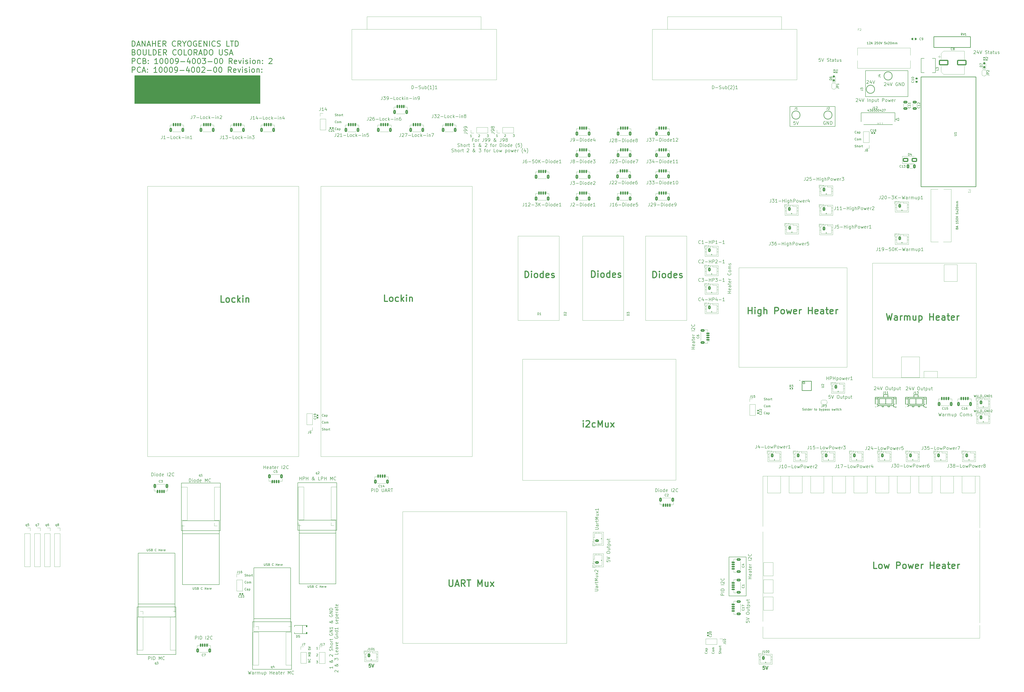
<source format=gbr>
%TF.GenerationSoftware,KiCad,Pcbnew,7.0.9*%
%TF.CreationDate,2024-10-01T20:54:17-06:00*%
%TF.ProjectId,motherboard_v1,6d6f7468-6572-4626-9f61-72645f76312e,rev?*%
%TF.SameCoordinates,Original*%
%TF.FileFunction,Legend,Top*%
%TF.FilePolarity,Positive*%
%FSLAX46Y46*%
G04 Gerber Fmt 4.6, Leading zero omitted, Abs format (unit mm)*
G04 Created by KiCad (PCBNEW 7.0.9) date 2024-10-01 20:54:17*
%MOMM*%
%LPD*%
G01*
G04 APERTURE LIST*
G04 Aperture macros list*
%AMRoundRect*
0 Rectangle with rounded corners*
0 $1 Rounding radius*
0 $2 $3 $4 $5 $6 $7 $8 $9 X,Y pos of 4 corners*
0 Add a 4 corners polygon primitive as box body*
4,1,4,$2,$3,$4,$5,$6,$7,$8,$9,$2,$3,0*
0 Add four circle primitives for the rounded corners*
1,1,$1+$1,$2,$3*
1,1,$1+$1,$4,$5*
1,1,$1+$1,$6,$7*
1,1,$1+$1,$8,$9*
0 Add four rect primitives between the rounded corners*
20,1,$1+$1,$2,$3,$4,$5,0*
20,1,$1+$1,$4,$5,$6,$7,0*
20,1,$1+$1,$6,$7,$8,$9,0*
20,1,$1+$1,$8,$9,$2,$3,0*%
%AMFreePoly0*
4,1,19,0.000000,0.744911,0.071157,0.744911,0.207708,0.704816,0.327430,0.627875,0.420627,0.520320,0.479746,0.390866,0.500000,0.250000,0.500000,-0.250000,0.479746,-0.390866,0.420627,-0.520320,0.327430,-0.627875,0.207708,-0.704816,0.071157,-0.744911,0.000000,-0.744911,0.000000,-0.750000,-0.500000,-0.750000,-0.500000,0.750000,0.000000,0.750000,0.000000,0.744911,0.000000,0.744911,
$1*%
%AMFreePoly1*
4,1,19,0.500000,-0.750000,0.000000,-0.750000,0.000000,-0.744911,-0.071157,-0.744911,-0.207708,-0.704816,-0.327430,-0.627875,-0.420627,-0.520320,-0.479746,-0.390866,-0.500000,-0.250000,-0.500000,0.250000,-0.479746,0.390866,-0.420627,0.520320,-0.327430,0.627875,-0.207708,0.704816,-0.071157,0.744911,0.000000,0.744911,0.000000,0.750000,0.500000,0.750000,0.500000,-0.750000,0.500000,-0.750000,
$1*%
G04 Aperture macros list end*
%ADD10C,0.150000*%
%ADD11C,0.200000*%
%ADD12C,0.500000*%
%ADD13C,0.300000*%
%ADD14C,0.100000*%
%ADD15C,0.120000*%
%ADD16C,0.254000*%
%ADD17C,0.152400*%
%ADD18C,0.250000*%
%ADD19C,0.152000*%
%ADD20O,1.700000X1.700000*%
%ADD21R,1.700000X1.700000*%
%ADD22RoundRect,0.250000X0.350000X0.650000X-0.350000X0.650000X-0.350000X-0.650000X0.350000X-0.650000X0*%
%ADD23RoundRect,0.150000X0.150000X0.625000X-0.150000X0.625000X-0.150000X-0.625000X0.150000X-0.625000X0*%
%ADD24RoundRect,0.250000X-0.650000X0.325000X-0.650000X-0.325000X0.650000X-0.325000X0.650000X0.325000X0*%
%ADD25O,5.600000X6.600000*%
%ADD26C,2.000000*%
%ADD27RoundRect,0.135000X-0.185000X0.135000X-0.185000X-0.135000X0.185000X-0.135000X0.185000X0.135000X0*%
%ADD28O,1.750000X1.200000*%
%ADD29RoundRect,0.250000X0.625000X-0.350000X0.625000X0.350000X-0.625000X0.350000X-0.625000X-0.350000X0*%
%ADD30O,1.200000X1.750000*%
%ADD31RoundRect,0.250000X-0.350000X-0.625000X0.350000X-0.625000X0.350000X0.625000X-0.350000X0.625000X0*%
%ADD32RoundRect,0.250000X-0.650000X0.350000X-0.650000X-0.350000X0.650000X-0.350000X0.650000X0.350000X0*%
%ADD33RoundRect,0.150000X-0.625000X0.150000X-0.625000X-0.150000X0.625000X-0.150000X0.625000X0.150000X0*%
%ADD34RoundRect,0.135000X-0.135000X-0.185000X0.135000X-0.185000X0.135000X0.185000X-0.135000X0.185000X0*%
%ADD35RoundRect,0.250000X-0.350000X-0.650000X0.350000X-0.650000X0.350000X0.650000X-0.350000X0.650000X0*%
%ADD36RoundRect,0.150000X-0.150000X-0.625000X0.150000X-0.625000X0.150000X0.625000X-0.150000X0.625000X0*%
%ADD37RoundRect,0.155000X-0.212500X-0.155000X0.212500X-0.155000X0.212500X0.155000X-0.212500X0.155000X0*%
%ADD38C,1.520000*%
%ADD39R,1.520000X1.520000*%
%ADD40C,1.270000*%
%ADD41C,1.800000*%
%ADD42R,1.800000X1.800000*%
%ADD43C,1.350000*%
%ADD44C,2.600000*%
%ADD45C,4.318000*%
%ADD46RoundRect,0.155000X-0.155000X0.212500X-0.155000X-0.212500X0.155000X-0.212500X0.155000X0.212500X0*%
%ADD47C,5.600000*%
%ADD48O,2.000000X0.900000*%
%ADD49RoundRect,0.250000X-1.000000X-0.650000X1.000000X-0.650000X1.000000X0.650000X-1.000000X0.650000X0*%
%ADD50RoundRect,0.250000X-0.325000X-0.650000X0.325000X-0.650000X0.325000X0.650000X-0.325000X0.650000X0*%
%ADD51RoundRect,0.225000X0.225000X0.250000X-0.225000X0.250000X-0.225000X-0.250000X0.225000X-0.250000X0*%
%ADD52C,3.000000*%
%ADD53FreePoly0,270.000000*%
%ADD54FreePoly1,270.000000*%
%ADD55RoundRect,0.237500X0.237500X-0.287500X0.237500X0.287500X-0.237500X0.287500X-0.237500X-0.287500X0*%
%ADD56RoundRect,0.155000X0.212500X0.155000X-0.212500X0.155000X-0.212500X-0.155000X0.212500X-0.155000X0*%
%ADD57C,6.000000*%
%ADD58R,2.047000X2.192000*%
%ADD59FreePoly0,180.000000*%
%ADD60FreePoly1,180.000000*%
%ADD61RoundRect,0.250000X0.650000X-0.350000X0.650000X0.350000X-0.650000X0.350000X-0.650000X-0.350000X0*%
%ADD62RoundRect,0.150000X0.625000X-0.150000X0.625000X0.150000X-0.625000X0.150000X-0.625000X-0.150000X0*%
%ADD63RoundRect,0.250000X-1.950000X-1.000000X1.950000X-1.000000X1.950000X1.000000X-1.950000X1.000000X0*%
%ADD64R,3.320000X2.150000*%
%ADD65RoundRect,0.155000X0.155000X-0.212500X0.155000X0.212500X-0.155000X0.212500X-0.155000X-0.212500X0*%
%ADD66RoundRect,0.225000X0.250000X-0.225000X0.250000X0.225000X-0.250000X0.225000X-0.250000X-0.225000X0*%
G04 APERTURE END LIST*
D10*
X6750000Y-266250000D02*
X23750000Y-266250000D01*
X23750000Y-272250000D01*
X6750000Y-272250000D01*
X6750000Y-266250000D01*
X80580000Y-210130000D02*
X98580000Y-210130000D01*
X98580000Y-232130000D01*
X80580000Y-232130000D01*
X80580000Y-210130000D01*
X308200000Y-36050000D02*
X329150000Y-36050000D01*
X329150000Y-45300000D01*
X308200000Y-45300000D01*
X308200000Y-36050000D01*
X343150000Y-19450000D02*
X362800000Y-19450000D01*
X362800000Y-31500000D01*
X343150000Y-31500000D01*
X343150000Y-19450000D01*
X81200000Y-233450000D02*
X98200000Y-233450000D01*
X98200000Y-256950000D01*
X81200000Y-256950000D01*
X81200000Y-233450000D01*
D11*
X5110000Y-21730000D02*
X63110000Y-21730000D01*
X63110000Y-34730000D01*
X5110000Y-34730000D01*
X5110000Y-21730000D01*
G36*
X5110000Y-21730000D02*
G01*
X63110000Y-21730000D01*
X63110000Y-34730000D01*
X5110000Y-34730000D01*
X5110000Y-21730000D01*
G37*
D10*
X81200000Y-227450000D02*
X98200000Y-227450000D01*
X98200000Y-233450000D01*
X81200000Y-233450000D01*
X81200000Y-227450000D01*
X26700000Y-210300000D02*
X44700000Y-210300000D01*
X44700000Y-232300000D01*
X26700000Y-232300000D01*
X26700000Y-210300000D01*
X6750000Y-242750000D02*
X23750000Y-242750000D01*
X23750000Y-266250000D01*
X6750000Y-266250000D01*
X6750000Y-242750000D01*
X27190000Y-233750000D02*
X44190000Y-233750000D01*
X44190000Y-257250000D01*
X27190000Y-257250000D01*
X27190000Y-233750000D01*
X59630000Y-274440000D02*
X77630000Y-274440000D01*
X77630000Y-296440000D01*
X59630000Y-296440000D01*
X59630000Y-274440000D01*
X280000000Y-244491726D02*
X288000000Y-244491726D01*
X288000000Y-262491726D01*
X280000000Y-262491726D01*
X280000000Y-244491726D01*
X60250000Y-273000000D02*
X77250000Y-273000000D01*
X77250000Y-279000000D01*
X60250000Y-279000000D01*
X60250000Y-273000000D01*
X6190000Y-267630000D02*
X24190000Y-267630000D01*
X24190000Y-289630000D01*
X6190000Y-289630000D01*
X6190000Y-267630000D01*
X60250000Y-249500000D02*
X77250000Y-249500000D01*
X77250000Y-273000000D01*
X60250000Y-273000000D01*
X60250000Y-249500000D01*
X27190000Y-227750000D02*
X44190000Y-227750000D01*
X44190000Y-233750000D01*
X27190000Y-233750000D01*
X27190000Y-227750000D01*
D11*
X30328720Y-209756028D02*
X30328720Y-208256028D01*
X30328720Y-208256028D02*
X30685863Y-208256028D01*
X30685863Y-208256028D02*
X30900149Y-208327457D01*
X30900149Y-208327457D02*
X31043006Y-208470314D01*
X31043006Y-208470314D02*
X31114435Y-208613171D01*
X31114435Y-208613171D02*
X31185863Y-208898885D01*
X31185863Y-208898885D02*
X31185863Y-209113171D01*
X31185863Y-209113171D02*
X31114435Y-209398885D01*
X31114435Y-209398885D02*
X31043006Y-209541742D01*
X31043006Y-209541742D02*
X30900149Y-209684600D01*
X30900149Y-209684600D02*
X30685863Y-209756028D01*
X30685863Y-209756028D02*
X30328720Y-209756028D01*
X31828720Y-209756028D02*
X31828720Y-208756028D01*
X31828720Y-208256028D02*
X31757292Y-208327457D01*
X31757292Y-208327457D02*
X31828720Y-208398885D01*
X31828720Y-208398885D02*
X31900149Y-208327457D01*
X31900149Y-208327457D02*
X31828720Y-208256028D01*
X31828720Y-208256028D02*
X31828720Y-208398885D01*
X32757292Y-209756028D02*
X32614435Y-209684600D01*
X32614435Y-209684600D02*
X32543006Y-209613171D01*
X32543006Y-209613171D02*
X32471578Y-209470314D01*
X32471578Y-209470314D02*
X32471578Y-209041742D01*
X32471578Y-209041742D02*
X32543006Y-208898885D01*
X32543006Y-208898885D02*
X32614435Y-208827457D01*
X32614435Y-208827457D02*
X32757292Y-208756028D01*
X32757292Y-208756028D02*
X32971578Y-208756028D01*
X32971578Y-208756028D02*
X33114435Y-208827457D01*
X33114435Y-208827457D02*
X33185864Y-208898885D01*
X33185864Y-208898885D02*
X33257292Y-209041742D01*
X33257292Y-209041742D02*
X33257292Y-209470314D01*
X33257292Y-209470314D02*
X33185864Y-209613171D01*
X33185864Y-209613171D02*
X33114435Y-209684600D01*
X33114435Y-209684600D02*
X32971578Y-209756028D01*
X32971578Y-209756028D02*
X32757292Y-209756028D01*
X34543007Y-209756028D02*
X34543007Y-208256028D01*
X34543007Y-209684600D02*
X34400149Y-209756028D01*
X34400149Y-209756028D02*
X34114435Y-209756028D01*
X34114435Y-209756028D02*
X33971578Y-209684600D01*
X33971578Y-209684600D02*
X33900149Y-209613171D01*
X33900149Y-209613171D02*
X33828721Y-209470314D01*
X33828721Y-209470314D02*
X33828721Y-209041742D01*
X33828721Y-209041742D02*
X33900149Y-208898885D01*
X33900149Y-208898885D02*
X33971578Y-208827457D01*
X33971578Y-208827457D02*
X34114435Y-208756028D01*
X34114435Y-208756028D02*
X34400149Y-208756028D01*
X34400149Y-208756028D02*
X34543007Y-208827457D01*
X35828721Y-209684600D02*
X35685864Y-209756028D01*
X35685864Y-209756028D02*
X35400150Y-209756028D01*
X35400150Y-209756028D02*
X35257292Y-209684600D01*
X35257292Y-209684600D02*
X35185864Y-209541742D01*
X35185864Y-209541742D02*
X35185864Y-208970314D01*
X35185864Y-208970314D02*
X35257292Y-208827457D01*
X35257292Y-208827457D02*
X35400150Y-208756028D01*
X35400150Y-208756028D02*
X35685864Y-208756028D01*
X35685864Y-208756028D02*
X35828721Y-208827457D01*
X35828721Y-208827457D02*
X35900150Y-208970314D01*
X35900150Y-208970314D02*
X35900150Y-209113171D01*
X35900150Y-209113171D02*
X35185864Y-209256028D01*
X37685863Y-209756028D02*
X37685863Y-208256028D01*
X37685863Y-208256028D02*
X38185863Y-209327457D01*
X38185863Y-209327457D02*
X38685863Y-208256028D01*
X38685863Y-208256028D02*
X38685863Y-209756028D01*
X40257292Y-209613171D02*
X40185864Y-209684600D01*
X40185864Y-209684600D02*
X39971578Y-209756028D01*
X39971578Y-209756028D02*
X39828721Y-209756028D01*
X39828721Y-209756028D02*
X39614435Y-209684600D01*
X39614435Y-209684600D02*
X39471578Y-209541742D01*
X39471578Y-209541742D02*
X39400149Y-209398885D01*
X39400149Y-209398885D02*
X39328721Y-209113171D01*
X39328721Y-209113171D02*
X39328721Y-208898885D01*
X39328721Y-208898885D02*
X39400149Y-208613171D01*
X39400149Y-208613171D02*
X39471578Y-208470314D01*
X39471578Y-208470314D02*
X39614435Y-208327457D01*
X39614435Y-208327457D02*
X39828721Y-208256028D01*
X39828721Y-208256028D02*
X39971578Y-208256028D01*
X39971578Y-208256028D02*
X40185864Y-208327457D01*
X40185864Y-208327457D02*
X40257292Y-208398885D01*
X57645863Y-297256028D02*
X58003006Y-298756028D01*
X58003006Y-298756028D02*
X58288720Y-297684600D01*
X58288720Y-297684600D02*
X58574435Y-298756028D01*
X58574435Y-298756028D02*
X58931578Y-297256028D01*
X60145864Y-298756028D02*
X60145864Y-297970314D01*
X60145864Y-297970314D02*
X60074435Y-297827457D01*
X60074435Y-297827457D02*
X59931578Y-297756028D01*
X59931578Y-297756028D02*
X59645864Y-297756028D01*
X59645864Y-297756028D02*
X59503006Y-297827457D01*
X60145864Y-298684600D02*
X60003006Y-298756028D01*
X60003006Y-298756028D02*
X59645864Y-298756028D01*
X59645864Y-298756028D02*
X59503006Y-298684600D01*
X59503006Y-298684600D02*
X59431578Y-298541742D01*
X59431578Y-298541742D02*
X59431578Y-298398885D01*
X59431578Y-298398885D02*
X59503006Y-298256028D01*
X59503006Y-298256028D02*
X59645864Y-298184600D01*
X59645864Y-298184600D02*
X60003006Y-298184600D01*
X60003006Y-298184600D02*
X60145864Y-298113171D01*
X60860149Y-298756028D02*
X60860149Y-297756028D01*
X60860149Y-298041742D02*
X60931578Y-297898885D01*
X60931578Y-297898885D02*
X61003007Y-297827457D01*
X61003007Y-297827457D02*
X61145864Y-297756028D01*
X61145864Y-297756028D02*
X61288721Y-297756028D01*
X61788720Y-298756028D02*
X61788720Y-297756028D01*
X61788720Y-297898885D02*
X61860149Y-297827457D01*
X61860149Y-297827457D02*
X62003006Y-297756028D01*
X62003006Y-297756028D02*
X62217292Y-297756028D01*
X62217292Y-297756028D02*
X62360149Y-297827457D01*
X62360149Y-297827457D02*
X62431578Y-297970314D01*
X62431578Y-297970314D02*
X62431578Y-298756028D01*
X62431578Y-297970314D02*
X62503006Y-297827457D01*
X62503006Y-297827457D02*
X62645863Y-297756028D01*
X62645863Y-297756028D02*
X62860149Y-297756028D01*
X62860149Y-297756028D02*
X63003006Y-297827457D01*
X63003006Y-297827457D02*
X63074435Y-297970314D01*
X63074435Y-297970314D02*
X63074435Y-298756028D01*
X64431578Y-297756028D02*
X64431578Y-298756028D01*
X63788720Y-297756028D02*
X63788720Y-298541742D01*
X63788720Y-298541742D02*
X63860149Y-298684600D01*
X63860149Y-298684600D02*
X64003006Y-298756028D01*
X64003006Y-298756028D02*
X64217292Y-298756028D01*
X64217292Y-298756028D02*
X64360149Y-298684600D01*
X64360149Y-298684600D02*
X64431578Y-298613171D01*
X65145863Y-297756028D02*
X65145863Y-299256028D01*
X65145863Y-297827457D02*
X65288721Y-297756028D01*
X65288721Y-297756028D02*
X65574435Y-297756028D01*
X65574435Y-297756028D02*
X65717292Y-297827457D01*
X65717292Y-297827457D02*
X65788721Y-297898885D01*
X65788721Y-297898885D02*
X65860149Y-298041742D01*
X65860149Y-298041742D02*
X65860149Y-298470314D01*
X65860149Y-298470314D02*
X65788721Y-298613171D01*
X65788721Y-298613171D02*
X65717292Y-298684600D01*
X65717292Y-298684600D02*
X65574435Y-298756028D01*
X65574435Y-298756028D02*
X65288721Y-298756028D01*
X65288721Y-298756028D02*
X65145863Y-298684600D01*
X67645863Y-298756028D02*
X67645863Y-297256028D01*
X67645863Y-297970314D02*
X68503006Y-297970314D01*
X68503006Y-298756028D02*
X68503006Y-297256028D01*
X69788721Y-298684600D02*
X69645864Y-298756028D01*
X69645864Y-298756028D02*
X69360150Y-298756028D01*
X69360150Y-298756028D02*
X69217292Y-298684600D01*
X69217292Y-298684600D02*
X69145864Y-298541742D01*
X69145864Y-298541742D02*
X69145864Y-297970314D01*
X69145864Y-297970314D02*
X69217292Y-297827457D01*
X69217292Y-297827457D02*
X69360150Y-297756028D01*
X69360150Y-297756028D02*
X69645864Y-297756028D01*
X69645864Y-297756028D02*
X69788721Y-297827457D01*
X69788721Y-297827457D02*
X69860150Y-297970314D01*
X69860150Y-297970314D02*
X69860150Y-298113171D01*
X69860150Y-298113171D02*
X69145864Y-298256028D01*
X71145864Y-298756028D02*
X71145864Y-297970314D01*
X71145864Y-297970314D02*
X71074435Y-297827457D01*
X71074435Y-297827457D02*
X70931578Y-297756028D01*
X70931578Y-297756028D02*
X70645864Y-297756028D01*
X70645864Y-297756028D02*
X70503006Y-297827457D01*
X71145864Y-298684600D02*
X71003006Y-298756028D01*
X71003006Y-298756028D02*
X70645864Y-298756028D01*
X70645864Y-298756028D02*
X70503006Y-298684600D01*
X70503006Y-298684600D02*
X70431578Y-298541742D01*
X70431578Y-298541742D02*
X70431578Y-298398885D01*
X70431578Y-298398885D02*
X70503006Y-298256028D01*
X70503006Y-298256028D02*
X70645864Y-298184600D01*
X70645864Y-298184600D02*
X71003006Y-298184600D01*
X71003006Y-298184600D02*
X71145864Y-298113171D01*
X71645864Y-297756028D02*
X72217292Y-297756028D01*
X71860149Y-297256028D02*
X71860149Y-298541742D01*
X71860149Y-298541742D02*
X71931578Y-298684600D01*
X71931578Y-298684600D02*
X72074435Y-298756028D01*
X72074435Y-298756028D02*
X72217292Y-298756028D01*
X73288721Y-298684600D02*
X73145864Y-298756028D01*
X73145864Y-298756028D02*
X72860150Y-298756028D01*
X72860150Y-298756028D02*
X72717292Y-298684600D01*
X72717292Y-298684600D02*
X72645864Y-298541742D01*
X72645864Y-298541742D02*
X72645864Y-297970314D01*
X72645864Y-297970314D02*
X72717292Y-297827457D01*
X72717292Y-297827457D02*
X72860150Y-297756028D01*
X72860150Y-297756028D02*
X73145864Y-297756028D01*
X73145864Y-297756028D02*
X73288721Y-297827457D01*
X73288721Y-297827457D02*
X73360150Y-297970314D01*
X73360150Y-297970314D02*
X73360150Y-298113171D01*
X73360150Y-298113171D02*
X72645864Y-298256028D01*
X74003006Y-298756028D02*
X74003006Y-297756028D01*
X74003006Y-298041742D02*
X74074435Y-297898885D01*
X74074435Y-297898885D02*
X74145864Y-297827457D01*
X74145864Y-297827457D02*
X74288721Y-297756028D01*
X74288721Y-297756028D02*
X74431578Y-297756028D01*
X76074434Y-298756028D02*
X76074434Y-297256028D01*
X76074434Y-297256028D02*
X76574434Y-298327457D01*
X76574434Y-298327457D02*
X77074434Y-297256028D01*
X77074434Y-297256028D02*
X77074434Y-298756028D01*
X78645863Y-298613171D02*
X78574435Y-298684600D01*
X78574435Y-298684600D02*
X78360149Y-298756028D01*
X78360149Y-298756028D02*
X78217292Y-298756028D01*
X78217292Y-298756028D02*
X78003006Y-298684600D01*
X78003006Y-298684600D02*
X77860149Y-298541742D01*
X77860149Y-298541742D02*
X77788720Y-298398885D01*
X77788720Y-298398885D02*
X77717292Y-298113171D01*
X77717292Y-298113171D02*
X77717292Y-297898885D01*
X77717292Y-297898885D02*
X77788720Y-297613171D01*
X77788720Y-297613171D02*
X77860149Y-297470314D01*
X77860149Y-297470314D02*
X78003006Y-297327457D01*
X78003006Y-297327457D02*
X78217292Y-297256028D01*
X78217292Y-297256028D02*
X78360149Y-297256028D01*
X78360149Y-297256028D02*
X78574435Y-297327457D01*
X78574435Y-297327457D02*
X78645863Y-297398885D01*
D12*
X348421804Y-249856857D02*
X346993232Y-249856857D01*
X346993232Y-249856857D02*
X346993232Y-246856857D01*
X349850375Y-249856857D02*
X349564660Y-249714000D01*
X349564660Y-249714000D02*
X349421803Y-249571142D01*
X349421803Y-249571142D02*
X349278946Y-249285428D01*
X349278946Y-249285428D02*
X349278946Y-248428285D01*
X349278946Y-248428285D02*
X349421803Y-248142571D01*
X349421803Y-248142571D02*
X349564660Y-247999714D01*
X349564660Y-247999714D02*
X349850375Y-247856857D01*
X349850375Y-247856857D02*
X350278946Y-247856857D01*
X350278946Y-247856857D02*
X350564660Y-247999714D01*
X350564660Y-247999714D02*
X350707518Y-248142571D01*
X350707518Y-248142571D02*
X350850375Y-248428285D01*
X350850375Y-248428285D02*
X350850375Y-249285428D01*
X350850375Y-249285428D02*
X350707518Y-249571142D01*
X350707518Y-249571142D02*
X350564660Y-249714000D01*
X350564660Y-249714000D02*
X350278946Y-249856857D01*
X350278946Y-249856857D02*
X349850375Y-249856857D01*
X351850375Y-247856857D02*
X352421804Y-249856857D01*
X352421804Y-249856857D02*
X352993232Y-248428285D01*
X352993232Y-248428285D02*
X353564661Y-249856857D01*
X353564661Y-249856857D02*
X354136089Y-247856857D01*
X357564660Y-249856857D02*
X357564660Y-246856857D01*
X357564660Y-246856857D02*
X358707517Y-246856857D01*
X358707517Y-246856857D02*
X358993232Y-246999714D01*
X358993232Y-246999714D02*
X359136089Y-247142571D01*
X359136089Y-247142571D02*
X359278946Y-247428285D01*
X359278946Y-247428285D02*
X359278946Y-247856857D01*
X359278946Y-247856857D02*
X359136089Y-248142571D01*
X359136089Y-248142571D02*
X358993232Y-248285428D01*
X358993232Y-248285428D02*
X358707517Y-248428285D01*
X358707517Y-248428285D02*
X357564660Y-248428285D01*
X360993232Y-249856857D02*
X360707517Y-249714000D01*
X360707517Y-249714000D02*
X360564660Y-249571142D01*
X360564660Y-249571142D02*
X360421803Y-249285428D01*
X360421803Y-249285428D02*
X360421803Y-248428285D01*
X360421803Y-248428285D02*
X360564660Y-248142571D01*
X360564660Y-248142571D02*
X360707517Y-247999714D01*
X360707517Y-247999714D02*
X360993232Y-247856857D01*
X360993232Y-247856857D02*
X361421803Y-247856857D01*
X361421803Y-247856857D02*
X361707517Y-247999714D01*
X361707517Y-247999714D02*
X361850375Y-248142571D01*
X361850375Y-248142571D02*
X361993232Y-248428285D01*
X361993232Y-248428285D02*
X361993232Y-249285428D01*
X361993232Y-249285428D02*
X361850375Y-249571142D01*
X361850375Y-249571142D02*
X361707517Y-249714000D01*
X361707517Y-249714000D02*
X361421803Y-249856857D01*
X361421803Y-249856857D02*
X360993232Y-249856857D01*
X362993232Y-247856857D02*
X363564661Y-249856857D01*
X363564661Y-249856857D02*
X364136089Y-248428285D01*
X364136089Y-248428285D02*
X364707518Y-249856857D01*
X364707518Y-249856857D02*
X365278946Y-247856857D01*
X367564660Y-249714000D02*
X367278946Y-249856857D01*
X367278946Y-249856857D02*
X366707518Y-249856857D01*
X366707518Y-249856857D02*
X366421803Y-249714000D01*
X366421803Y-249714000D02*
X366278946Y-249428285D01*
X366278946Y-249428285D02*
X366278946Y-248285428D01*
X366278946Y-248285428D02*
X366421803Y-247999714D01*
X366421803Y-247999714D02*
X366707518Y-247856857D01*
X366707518Y-247856857D02*
X367278946Y-247856857D01*
X367278946Y-247856857D02*
X367564660Y-247999714D01*
X367564660Y-247999714D02*
X367707518Y-248285428D01*
X367707518Y-248285428D02*
X367707518Y-248571142D01*
X367707518Y-248571142D02*
X366278946Y-248856857D01*
X368993232Y-249856857D02*
X368993232Y-247856857D01*
X368993232Y-248428285D02*
X369136089Y-248142571D01*
X369136089Y-248142571D02*
X369278947Y-247999714D01*
X369278947Y-247999714D02*
X369564661Y-247856857D01*
X369564661Y-247856857D02*
X369850375Y-247856857D01*
X373136089Y-249856857D02*
X373136089Y-246856857D01*
X373136089Y-248285428D02*
X374850375Y-248285428D01*
X374850375Y-249856857D02*
X374850375Y-246856857D01*
X377421803Y-249714000D02*
X377136089Y-249856857D01*
X377136089Y-249856857D02*
X376564661Y-249856857D01*
X376564661Y-249856857D02*
X376278946Y-249714000D01*
X376278946Y-249714000D02*
X376136089Y-249428285D01*
X376136089Y-249428285D02*
X376136089Y-248285428D01*
X376136089Y-248285428D02*
X376278946Y-247999714D01*
X376278946Y-247999714D02*
X376564661Y-247856857D01*
X376564661Y-247856857D02*
X377136089Y-247856857D01*
X377136089Y-247856857D02*
X377421803Y-247999714D01*
X377421803Y-247999714D02*
X377564661Y-248285428D01*
X377564661Y-248285428D02*
X377564661Y-248571142D01*
X377564661Y-248571142D02*
X376136089Y-248856857D01*
X380136090Y-249856857D02*
X380136090Y-248285428D01*
X380136090Y-248285428D02*
X379993232Y-247999714D01*
X379993232Y-247999714D02*
X379707518Y-247856857D01*
X379707518Y-247856857D02*
X379136090Y-247856857D01*
X379136090Y-247856857D02*
X378850375Y-247999714D01*
X380136090Y-249714000D02*
X379850375Y-249856857D01*
X379850375Y-249856857D02*
X379136090Y-249856857D01*
X379136090Y-249856857D02*
X378850375Y-249714000D01*
X378850375Y-249714000D02*
X378707518Y-249428285D01*
X378707518Y-249428285D02*
X378707518Y-249142571D01*
X378707518Y-249142571D02*
X378850375Y-248856857D01*
X378850375Y-248856857D02*
X379136090Y-248714000D01*
X379136090Y-248714000D02*
X379850375Y-248714000D01*
X379850375Y-248714000D02*
X380136090Y-248571142D01*
X381136090Y-247856857D02*
X382278947Y-247856857D01*
X381564661Y-246856857D02*
X381564661Y-249428285D01*
X381564661Y-249428285D02*
X381707518Y-249714000D01*
X381707518Y-249714000D02*
X381993233Y-249856857D01*
X381993233Y-249856857D02*
X382278947Y-249856857D01*
X384421804Y-249714000D02*
X384136090Y-249856857D01*
X384136090Y-249856857D02*
X383564662Y-249856857D01*
X383564662Y-249856857D02*
X383278947Y-249714000D01*
X383278947Y-249714000D02*
X383136090Y-249428285D01*
X383136090Y-249428285D02*
X383136090Y-248285428D01*
X383136090Y-248285428D02*
X383278947Y-247999714D01*
X383278947Y-247999714D02*
X383564662Y-247856857D01*
X383564662Y-247856857D02*
X384136090Y-247856857D01*
X384136090Y-247856857D02*
X384421804Y-247999714D01*
X384421804Y-247999714D02*
X384564662Y-248285428D01*
X384564662Y-248285428D02*
X384564662Y-248571142D01*
X384564662Y-248571142D02*
X383136090Y-248856857D01*
X385850376Y-249856857D02*
X385850376Y-247856857D01*
X385850376Y-248428285D02*
X385993233Y-248142571D01*
X385993233Y-248142571D02*
X386136091Y-247999714D01*
X386136091Y-247999714D02*
X386421805Y-247856857D01*
X386421805Y-247856857D02*
X386707519Y-247856857D01*
X244843232Y-115306857D02*
X244843232Y-112306857D01*
X244843232Y-112306857D02*
X245557518Y-112306857D01*
X245557518Y-112306857D02*
X245986089Y-112449714D01*
X245986089Y-112449714D02*
X246271804Y-112735428D01*
X246271804Y-112735428D02*
X246414661Y-113021142D01*
X246414661Y-113021142D02*
X246557518Y-113592571D01*
X246557518Y-113592571D02*
X246557518Y-114021142D01*
X246557518Y-114021142D02*
X246414661Y-114592571D01*
X246414661Y-114592571D02*
X246271804Y-114878285D01*
X246271804Y-114878285D02*
X245986089Y-115164000D01*
X245986089Y-115164000D02*
X245557518Y-115306857D01*
X245557518Y-115306857D02*
X244843232Y-115306857D01*
X247843232Y-115306857D02*
X247843232Y-113306857D01*
X247843232Y-112306857D02*
X247700375Y-112449714D01*
X247700375Y-112449714D02*
X247843232Y-112592571D01*
X247843232Y-112592571D02*
X247986089Y-112449714D01*
X247986089Y-112449714D02*
X247843232Y-112306857D01*
X247843232Y-112306857D02*
X247843232Y-112592571D01*
X249700375Y-115306857D02*
X249414660Y-115164000D01*
X249414660Y-115164000D02*
X249271803Y-115021142D01*
X249271803Y-115021142D02*
X249128946Y-114735428D01*
X249128946Y-114735428D02*
X249128946Y-113878285D01*
X249128946Y-113878285D02*
X249271803Y-113592571D01*
X249271803Y-113592571D02*
X249414660Y-113449714D01*
X249414660Y-113449714D02*
X249700375Y-113306857D01*
X249700375Y-113306857D02*
X250128946Y-113306857D01*
X250128946Y-113306857D02*
X250414660Y-113449714D01*
X250414660Y-113449714D02*
X250557518Y-113592571D01*
X250557518Y-113592571D02*
X250700375Y-113878285D01*
X250700375Y-113878285D02*
X250700375Y-114735428D01*
X250700375Y-114735428D02*
X250557518Y-115021142D01*
X250557518Y-115021142D02*
X250414660Y-115164000D01*
X250414660Y-115164000D02*
X250128946Y-115306857D01*
X250128946Y-115306857D02*
X249700375Y-115306857D01*
X253271804Y-115306857D02*
X253271804Y-112306857D01*
X253271804Y-115164000D02*
X252986089Y-115306857D01*
X252986089Y-115306857D02*
X252414661Y-115306857D01*
X252414661Y-115306857D02*
X252128946Y-115164000D01*
X252128946Y-115164000D02*
X251986089Y-115021142D01*
X251986089Y-115021142D02*
X251843232Y-114735428D01*
X251843232Y-114735428D02*
X251843232Y-113878285D01*
X251843232Y-113878285D02*
X251986089Y-113592571D01*
X251986089Y-113592571D02*
X252128946Y-113449714D01*
X252128946Y-113449714D02*
X252414661Y-113306857D01*
X252414661Y-113306857D02*
X252986089Y-113306857D01*
X252986089Y-113306857D02*
X253271804Y-113449714D01*
X255843232Y-115164000D02*
X255557518Y-115306857D01*
X255557518Y-115306857D02*
X254986090Y-115306857D01*
X254986090Y-115306857D02*
X254700375Y-115164000D01*
X254700375Y-115164000D02*
X254557518Y-114878285D01*
X254557518Y-114878285D02*
X254557518Y-113735428D01*
X254557518Y-113735428D02*
X254700375Y-113449714D01*
X254700375Y-113449714D02*
X254986090Y-113306857D01*
X254986090Y-113306857D02*
X255557518Y-113306857D01*
X255557518Y-113306857D02*
X255843232Y-113449714D01*
X255843232Y-113449714D02*
X255986090Y-113735428D01*
X255986090Y-113735428D02*
X255986090Y-114021142D01*
X255986090Y-114021142D02*
X254557518Y-114306857D01*
X257128947Y-115164000D02*
X257414661Y-115306857D01*
X257414661Y-115306857D02*
X257986090Y-115306857D01*
X257986090Y-115306857D02*
X258271804Y-115164000D01*
X258271804Y-115164000D02*
X258414661Y-114878285D01*
X258414661Y-114878285D02*
X258414661Y-114735428D01*
X258414661Y-114735428D02*
X258271804Y-114449714D01*
X258271804Y-114449714D02*
X257986090Y-114306857D01*
X257986090Y-114306857D02*
X257557519Y-114306857D01*
X257557519Y-114306857D02*
X257271804Y-114164000D01*
X257271804Y-114164000D02*
X257128947Y-113878285D01*
X257128947Y-113878285D02*
X257128947Y-113735428D01*
X257128947Y-113735428D02*
X257271804Y-113449714D01*
X257271804Y-113449714D02*
X257557519Y-113306857D01*
X257557519Y-113306857D02*
X257986090Y-113306857D01*
X257986090Y-113306857D02*
X258271804Y-113449714D01*
D11*
X12928720Y-207056028D02*
X12928720Y-205556028D01*
X12928720Y-205556028D02*
X13285863Y-205556028D01*
X13285863Y-205556028D02*
X13500149Y-205627457D01*
X13500149Y-205627457D02*
X13643006Y-205770314D01*
X13643006Y-205770314D02*
X13714435Y-205913171D01*
X13714435Y-205913171D02*
X13785863Y-206198885D01*
X13785863Y-206198885D02*
X13785863Y-206413171D01*
X13785863Y-206413171D02*
X13714435Y-206698885D01*
X13714435Y-206698885D02*
X13643006Y-206841742D01*
X13643006Y-206841742D02*
X13500149Y-206984600D01*
X13500149Y-206984600D02*
X13285863Y-207056028D01*
X13285863Y-207056028D02*
X12928720Y-207056028D01*
X14428720Y-207056028D02*
X14428720Y-206056028D01*
X14428720Y-205556028D02*
X14357292Y-205627457D01*
X14357292Y-205627457D02*
X14428720Y-205698885D01*
X14428720Y-205698885D02*
X14500149Y-205627457D01*
X14500149Y-205627457D02*
X14428720Y-205556028D01*
X14428720Y-205556028D02*
X14428720Y-205698885D01*
X15357292Y-207056028D02*
X15214435Y-206984600D01*
X15214435Y-206984600D02*
X15143006Y-206913171D01*
X15143006Y-206913171D02*
X15071578Y-206770314D01*
X15071578Y-206770314D02*
X15071578Y-206341742D01*
X15071578Y-206341742D02*
X15143006Y-206198885D01*
X15143006Y-206198885D02*
X15214435Y-206127457D01*
X15214435Y-206127457D02*
X15357292Y-206056028D01*
X15357292Y-206056028D02*
X15571578Y-206056028D01*
X15571578Y-206056028D02*
X15714435Y-206127457D01*
X15714435Y-206127457D02*
X15785864Y-206198885D01*
X15785864Y-206198885D02*
X15857292Y-206341742D01*
X15857292Y-206341742D02*
X15857292Y-206770314D01*
X15857292Y-206770314D02*
X15785864Y-206913171D01*
X15785864Y-206913171D02*
X15714435Y-206984600D01*
X15714435Y-206984600D02*
X15571578Y-207056028D01*
X15571578Y-207056028D02*
X15357292Y-207056028D01*
X17143007Y-207056028D02*
X17143007Y-205556028D01*
X17143007Y-206984600D02*
X17000149Y-207056028D01*
X17000149Y-207056028D02*
X16714435Y-207056028D01*
X16714435Y-207056028D02*
X16571578Y-206984600D01*
X16571578Y-206984600D02*
X16500149Y-206913171D01*
X16500149Y-206913171D02*
X16428721Y-206770314D01*
X16428721Y-206770314D02*
X16428721Y-206341742D01*
X16428721Y-206341742D02*
X16500149Y-206198885D01*
X16500149Y-206198885D02*
X16571578Y-206127457D01*
X16571578Y-206127457D02*
X16714435Y-206056028D01*
X16714435Y-206056028D02*
X17000149Y-206056028D01*
X17000149Y-206056028D02*
X17143007Y-206127457D01*
X18428721Y-206984600D02*
X18285864Y-207056028D01*
X18285864Y-207056028D02*
X18000150Y-207056028D01*
X18000150Y-207056028D02*
X17857292Y-206984600D01*
X17857292Y-206984600D02*
X17785864Y-206841742D01*
X17785864Y-206841742D02*
X17785864Y-206270314D01*
X17785864Y-206270314D02*
X17857292Y-206127457D01*
X17857292Y-206127457D02*
X18000150Y-206056028D01*
X18000150Y-206056028D02*
X18285864Y-206056028D01*
X18285864Y-206056028D02*
X18428721Y-206127457D01*
X18428721Y-206127457D02*
X18500150Y-206270314D01*
X18500150Y-206270314D02*
X18500150Y-206413171D01*
X18500150Y-206413171D02*
X17785864Y-206556028D01*
X20285863Y-207056028D02*
X20285863Y-205556028D01*
X20928721Y-205698885D02*
X21000149Y-205627457D01*
X21000149Y-205627457D02*
X21143007Y-205556028D01*
X21143007Y-205556028D02*
X21500149Y-205556028D01*
X21500149Y-205556028D02*
X21643007Y-205627457D01*
X21643007Y-205627457D02*
X21714435Y-205698885D01*
X21714435Y-205698885D02*
X21785864Y-205841742D01*
X21785864Y-205841742D02*
X21785864Y-205984600D01*
X21785864Y-205984600D02*
X21714435Y-206198885D01*
X21714435Y-206198885D02*
X20857292Y-207056028D01*
X20857292Y-207056028D02*
X21785864Y-207056028D01*
X23285863Y-206913171D02*
X23214435Y-206984600D01*
X23214435Y-206984600D02*
X23000149Y-207056028D01*
X23000149Y-207056028D02*
X22857292Y-207056028D01*
X22857292Y-207056028D02*
X22643006Y-206984600D01*
X22643006Y-206984600D02*
X22500149Y-206841742D01*
X22500149Y-206841742D02*
X22428720Y-206698885D01*
X22428720Y-206698885D02*
X22357292Y-206413171D01*
X22357292Y-206413171D02*
X22357292Y-206198885D01*
X22357292Y-206198885D02*
X22428720Y-205913171D01*
X22428720Y-205913171D02*
X22500149Y-205770314D01*
X22500149Y-205770314D02*
X22643006Y-205627457D01*
X22643006Y-205627457D02*
X22857292Y-205556028D01*
X22857292Y-205556028D02*
X23000149Y-205556028D01*
X23000149Y-205556028D02*
X23214435Y-205627457D01*
X23214435Y-205627457D02*
X23285863Y-205698885D01*
D13*
X296518796Y-295050828D02*
X295804510Y-295050828D01*
X295804510Y-295050828D02*
X295733082Y-295765114D01*
X295733082Y-295765114D02*
X295804510Y-295693685D01*
X295804510Y-295693685D02*
X295947368Y-295622257D01*
X295947368Y-295622257D02*
X296304510Y-295622257D01*
X296304510Y-295622257D02*
X296447368Y-295693685D01*
X296447368Y-295693685D02*
X296518796Y-295765114D01*
X296518796Y-295765114D02*
X296590225Y-295907971D01*
X296590225Y-295907971D02*
X296590225Y-296265114D01*
X296590225Y-296265114D02*
X296518796Y-296407971D01*
X296518796Y-296407971D02*
X296447368Y-296479400D01*
X296447368Y-296479400D02*
X296304510Y-296550828D01*
X296304510Y-296550828D02*
X295947368Y-296550828D01*
X295947368Y-296550828D02*
X295804510Y-296479400D01*
X295804510Y-296479400D02*
X295733082Y-296407971D01*
X297018796Y-295050828D02*
X297518796Y-296550828D01*
X297518796Y-296550828D02*
X298018796Y-295050828D01*
D12*
X150543232Y-255106857D02*
X150543232Y-257535428D01*
X150543232Y-257535428D02*
X150686089Y-257821142D01*
X150686089Y-257821142D02*
X150828947Y-257964000D01*
X150828947Y-257964000D02*
X151114661Y-258106857D01*
X151114661Y-258106857D02*
X151686089Y-258106857D01*
X151686089Y-258106857D02*
X151971804Y-257964000D01*
X151971804Y-257964000D02*
X152114661Y-257821142D01*
X152114661Y-257821142D02*
X152257518Y-257535428D01*
X152257518Y-257535428D02*
X152257518Y-255106857D01*
X153543232Y-257249714D02*
X154971804Y-257249714D01*
X153257518Y-258106857D02*
X154257518Y-255106857D01*
X154257518Y-255106857D02*
X155257518Y-258106857D01*
X157971804Y-258106857D02*
X156971804Y-256678285D01*
X156257518Y-258106857D02*
X156257518Y-255106857D01*
X156257518Y-255106857D02*
X157400375Y-255106857D01*
X157400375Y-255106857D02*
X157686090Y-255249714D01*
X157686090Y-255249714D02*
X157828947Y-255392571D01*
X157828947Y-255392571D02*
X157971804Y-255678285D01*
X157971804Y-255678285D02*
X157971804Y-256106857D01*
X157971804Y-256106857D02*
X157828947Y-256392571D01*
X157828947Y-256392571D02*
X157686090Y-256535428D01*
X157686090Y-256535428D02*
X157400375Y-256678285D01*
X157400375Y-256678285D02*
X156257518Y-256678285D01*
X158828947Y-255106857D02*
X160543233Y-255106857D01*
X159686090Y-258106857D02*
X159686090Y-255106857D01*
X163828946Y-258106857D02*
X163828946Y-255106857D01*
X163828946Y-255106857D02*
X164828946Y-257249714D01*
X164828946Y-257249714D02*
X165828946Y-255106857D01*
X165828946Y-255106857D02*
X165828946Y-258106857D01*
X168543232Y-256106857D02*
X168543232Y-258106857D01*
X167257517Y-256106857D02*
X167257517Y-257678285D01*
X167257517Y-257678285D02*
X167400374Y-257964000D01*
X167400374Y-257964000D02*
X167686089Y-258106857D01*
X167686089Y-258106857D02*
X168114660Y-258106857D01*
X168114660Y-258106857D02*
X168400374Y-257964000D01*
X168400374Y-257964000D02*
X168543232Y-257821142D01*
X169686089Y-258106857D02*
X171257518Y-256106857D01*
X169686089Y-256106857D02*
X171257518Y-258106857D01*
D11*
X280956028Y-122461279D02*
X279456028Y-122461279D01*
X280170314Y-122461279D02*
X280170314Y-121604136D01*
X280956028Y-121604136D02*
X279456028Y-121604136D01*
X280884600Y-120318421D02*
X280956028Y-120461278D01*
X280956028Y-120461278D02*
X280956028Y-120746993D01*
X280956028Y-120746993D02*
X280884600Y-120889850D01*
X280884600Y-120889850D02*
X280741742Y-120961278D01*
X280741742Y-120961278D02*
X280170314Y-120961278D01*
X280170314Y-120961278D02*
X280027457Y-120889850D01*
X280027457Y-120889850D02*
X279956028Y-120746993D01*
X279956028Y-120746993D02*
X279956028Y-120461278D01*
X279956028Y-120461278D02*
X280027457Y-120318421D01*
X280027457Y-120318421D02*
X280170314Y-120246993D01*
X280170314Y-120246993D02*
X280313171Y-120246993D01*
X280313171Y-120246993D02*
X280456028Y-120961278D01*
X280956028Y-118961279D02*
X280170314Y-118961279D01*
X280170314Y-118961279D02*
X280027457Y-119032707D01*
X280027457Y-119032707D02*
X279956028Y-119175564D01*
X279956028Y-119175564D02*
X279956028Y-119461279D01*
X279956028Y-119461279D02*
X280027457Y-119604136D01*
X280884600Y-118961279D02*
X280956028Y-119104136D01*
X280956028Y-119104136D02*
X280956028Y-119461279D01*
X280956028Y-119461279D02*
X280884600Y-119604136D01*
X280884600Y-119604136D02*
X280741742Y-119675564D01*
X280741742Y-119675564D02*
X280598885Y-119675564D01*
X280598885Y-119675564D02*
X280456028Y-119604136D01*
X280456028Y-119604136D02*
X280384600Y-119461279D01*
X280384600Y-119461279D02*
X280384600Y-119104136D01*
X280384600Y-119104136D02*
X280313171Y-118961279D01*
X279956028Y-118461278D02*
X279956028Y-117889850D01*
X279456028Y-118246993D02*
X280741742Y-118246993D01*
X280741742Y-118246993D02*
X280884600Y-118175564D01*
X280884600Y-118175564D02*
X280956028Y-118032707D01*
X280956028Y-118032707D02*
X280956028Y-117889850D01*
X280884600Y-116818421D02*
X280956028Y-116961278D01*
X280956028Y-116961278D02*
X280956028Y-117246993D01*
X280956028Y-117246993D02*
X280884600Y-117389850D01*
X280884600Y-117389850D02*
X280741742Y-117461278D01*
X280741742Y-117461278D02*
X280170314Y-117461278D01*
X280170314Y-117461278D02*
X280027457Y-117389850D01*
X280027457Y-117389850D02*
X279956028Y-117246993D01*
X279956028Y-117246993D02*
X279956028Y-116961278D01*
X279956028Y-116961278D02*
X280027457Y-116818421D01*
X280027457Y-116818421D02*
X280170314Y-116746993D01*
X280170314Y-116746993D02*
X280313171Y-116746993D01*
X280313171Y-116746993D02*
X280456028Y-117461278D01*
X280956028Y-116104136D02*
X279956028Y-116104136D01*
X280241742Y-116104136D02*
X280098885Y-116032707D01*
X280098885Y-116032707D02*
X280027457Y-115961279D01*
X280027457Y-115961279D02*
X279956028Y-115818421D01*
X279956028Y-115818421D02*
X279956028Y-115675564D01*
X280813171Y-113175565D02*
X280884600Y-113246993D01*
X280884600Y-113246993D02*
X280956028Y-113461279D01*
X280956028Y-113461279D02*
X280956028Y-113604136D01*
X280956028Y-113604136D02*
X280884600Y-113818422D01*
X280884600Y-113818422D02*
X280741742Y-113961279D01*
X280741742Y-113961279D02*
X280598885Y-114032708D01*
X280598885Y-114032708D02*
X280313171Y-114104136D01*
X280313171Y-114104136D02*
X280098885Y-114104136D01*
X280098885Y-114104136D02*
X279813171Y-114032708D01*
X279813171Y-114032708D02*
X279670314Y-113961279D01*
X279670314Y-113961279D02*
X279527457Y-113818422D01*
X279527457Y-113818422D02*
X279456028Y-113604136D01*
X279456028Y-113604136D02*
X279456028Y-113461279D01*
X279456028Y-113461279D02*
X279527457Y-113246993D01*
X279527457Y-113246993D02*
X279598885Y-113175565D01*
X280956028Y-112318422D02*
X280884600Y-112461279D01*
X280884600Y-112461279D02*
X280813171Y-112532708D01*
X280813171Y-112532708D02*
X280670314Y-112604136D01*
X280670314Y-112604136D02*
X280241742Y-112604136D01*
X280241742Y-112604136D02*
X280098885Y-112532708D01*
X280098885Y-112532708D02*
X280027457Y-112461279D01*
X280027457Y-112461279D02*
X279956028Y-112318422D01*
X279956028Y-112318422D02*
X279956028Y-112104136D01*
X279956028Y-112104136D02*
X280027457Y-111961279D01*
X280027457Y-111961279D02*
X280098885Y-111889851D01*
X280098885Y-111889851D02*
X280241742Y-111818422D01*
X280241742Y-111818422D02*
X280670314Y-111818422D01*
X280670314Y-111818422D02*
X280813171Y-111889851D01*
X280813171Y-111889851D02*
X280884600Y-111961279D01*
X280884600Y-111961279D02*
X280956028Y-112104136D01*
X280956028Y-112104136D02*
X280956028Y-112318422D01*
X280956028Y-111175565D02*
X279956028Y-111175565D01*
X280098885Y-111175565D02*
X280027457Y-111104136D01*
X280027457Y-111104136D02*
X279956028Y-110961279D01*
X279956028Y-110961279D02*
X279956028Y-110746993D01*
X279956028Y-110746993D02*
X280027457Y-110604136D01*
X280027457Y-110604136D02*
X280170314Y-110532708D01*
X280170314Y-110532708D02*
X280956028Y-110532708D01*
X280170314Y-110532708D02*
X280027457Y-110461279D01*
X280027457Y-110461279D02*
X279956028Y-110318422D01*
X279956028Y-110318422D02*
X279956028Y-110104136D01*
X279956028Y-110104136D02*
X280027457Y-109961279D01*
X280027457Y-109961279D02*
X280170314Y-109889850D01*
X280170314Y-109889850D02*
X280956028Y-109889850D01*
X280884600Y-109246993D02*
X280956028Y-109104136D01*
X280956028Y-109104136D02*
X280956028Y-108818422D01*
X280956028Y-108818422D02*
X280884600Y-108675565D01*
X280884600Y-108675565D02*
X280741742Y-108604136D01*
X280741742Y-108604136D02*
X280670314Y-108604136D01*
X280670314Y-108604136D02*
X280527457Y-108675565D01*
X280527457Y-108675565D02*
X280456028Y-108818422D01*
X280456028Y-108818422D02*
X280456028Y-109032708D01*
X280456028Y-109032708D02*
X280384600Y-109175565D01*
X280384600Y-109175565D02*
X280241742Y-109246993D01*
X280241742Y-109246993D02*
X280170314Y-109246993D01*
X280170314Y-109246993D02*
X280027457Y-109175565D01*
X280027457Y-109175565D02*
X279956028Y-109032708D01*
X279956028Y-109032708D02*
X279956028Y-108818422D01*
X279956028Y-108818422D02*
X280027457Y-108675565D01*
D12*
X216443232Y-115106857D02*
X216443232Y-112106857D01*
X216443232Y-112106857D02*
X217157518Y-112106857D01*
X217157518Y-112106857D02*
X217586089Y-112249714D01*
X217586089Y-112249714D02*
X217871804Y-112535428D01*
X217871804Y-112535428D02*
X218014661Y-112821142D01*
X218014661Y-112821142D02*
X218157518Y-113392571D01*
X218157518Y-113392571D02*
X218157518Y-113821142D01*
X218157518Y-113821142D02*
X218014661Y-114392571D01*
X218014661Y-114392571D02*
X217871804Y-114678285D01*
X217871804Y-114678285D02*
X217586089Y-114964000D01*
X217586089Y-114964000D02*
X217157518Y-115106857D01*
X217157518Y-115106857D02*
X216443232Y-115106857D01*
X219443232Y-115106857D02*
X219443232Y-113106857D01*
X219443232Y-112106857D02*
X219300375Y-112249714D01*
X219300375Y-112249714D02*
X219443232Y-112392571D01*
X219443232Y-112392571D02*
X219586089Y-112249714D01*
X219586089Y-112249714D02*
X219443232Y-112106857D01*
X219443232Y-112106857D02*
X219443232Y-112392571D01*
X221300375Y-115106857D02*
X221014660Y-114964000D01*
X221014660Y-114964000D02*
X220871803Y-114821142D01*
X220871803Y-114821142D02*
X220728946Y-114535428D01*
X220728946Y-114535428D02*
X220728946Y-113678285D01*
X220728946Y-113678285D02*
X220871803Y-113392571D01*
X220871803Y-113392571D02*
X221014660Y-113249714D01*
X221014660Y-113249714D02*
X221300375Y-113106857D01*
X221300375Y-113106857D02*
X221728946Y-113106857D01*
X221728946Y-113106857D02*
X222014660Y-113249714D01*
X222014660Y-113249714D02*
X222157518Y-113392571D01*
X222157518Y-113392571D02*
X222300375Y-113678285D01*
X222300375Y-113678285D02*
X222300375Y-114535428D01*
X222300375Y-114535428D02*
X222157518Y-114821142D01*
X222157518Y-114821142D02*
X222014660Y-114964000D01*
X222014660Y-114964000D02*
X221728946Y-115106857D01*
X221728946Y-115106857D02*
X221300375Y-115106857D01*
X224871804Y-115106857D02*
X224871804Y-112106857D01*
X224871804Y-114964000D02*
X224586089Y-115106857D01*
X224586089Y-115106857D02*
X224014661Y-115106857D01*
X224014661Y-115106857D02*
X223728946Y-114964000D01*
X223728946Y-114964000D02*
X223586089Y-114821142D01*
X223586089Y-114821142D02*
X223443232Y-114535428D01*
X223443232Y-114535428D02*
X223443232Y-113678285D01*
X223443232Y-113678285D02*
X223586089Y-113392571D01*
X223586089Y-113392571D02*
X223728946Y-113249714D01*
X223728946Y-113249714D02*
X224014661Y-113106857D01*
X224014661Y-113106857D02*
X224586089Y-113106857D01*
X224586089Y-113106857D02*
X224871804Y-113249714D01*
X227443232Y-114964000D02*
X227157518Y-115106857D01*
X227157518Y-115106857D02*
X226586090Y-115106857D01*
X226586090Y-115106857D02*
X226300375Y-114964000D01*
X226300375Y-114964000D02*
X226157518Y-114678285D01*
X226157518Y-114678285D02*
X226157518Y-113535428D01*
X226157518Y-113535428D02*
X226300375Y-113249714D01*
X226300375Y-113249714D02*
X226586090Y-113106857D01*
X226586090Y-113106857D02*
X227157518Y-113106857D01*
X227157518Y-113106857D02*
X227443232Y-113249714D01*
X227443232Y-113249714D02*
X227586090Y-113535428D01*
X227586090Y-113535428D02*
X227586090Y-113821142D01*
X227586090Y-113821142D02*
X226157518Y-114106857D01*
X228728947Y-114964000D02*
X229014661Y-115106857D01*
X229014661Y-115106857D02*
X229586090Y-115106857D01*
X229586090Y-115106857D02*
X229871804Y-114964000D01*
X229871804Y-114964000D02*
X230014661Y-114678285D01*
X230014661Y-114678285D02*
X230014661Y-114535428D01*
X230014661Y-114535428D02*
X229871804Y-114249714D01*
X229871804Y-114249714D02*
X229586090Y-114106857D01*
X229586090Y-114106857D02*
X229157519Y-114106857D01*
X229157519Y-114106857D02*
X228871804Y-113964000D01*
X228871804Y-113964000D02*
X228728947Y-113678285D01*
X228728947Y-113678285D02*
X228728947Y-113535428D01*
X228728947Y-113535428D02*
X228871804Y-113249714D01*
X228871804Y-113249714D02*
X229157519Y-113106857D01*
X229157519Y-113106857D02*
X229586090Y-113106857D01*
X229586090Y-113106857D02*
X229871804Y-113249714D01*
D11*
X264206028Y-148311279D02*
X262706028Y-148311279D01*
X263420314Y-148311279D02*
X263420314Y-147454136D01*
X264206028Y-147454136D02*
X262706028Y-147454136D01*
X264134600Y-146168421D02*
X264206028Y-146311278D01*
X264206028Y-146311278D02*
X264206028Y-146596993D01*
X264206028Y-146596993D02*
X264134600Y-146739850D01*
X264134600Y-146739850D02*
X263991742Y-146811278D01*
X263991742Y-146811278D02*
X263420314Y-146811278D01*
X263420314Y-146811278D02*
X263277457Y-146739850D01*
X263277457Y-146739850D02*
X263206028Y-146596993D01*
X263206028Y-146596993D02*
X263206028Y-146311278D01*
X263206028Y-146311278D02*
X263277457Y-146168421D01*
X263277457Y-146168421D02*
X263420314Y-146096993D01*
X263420314Y-146096993D02*
X263563171Y-146096993D01*
X263563171Y-146096993D02*
X263706028Y-146811278D01*
X264206028Y-144811279D02*
X263420314Y-144811279D01*
X263420314Y-144811279D02*
X263277457Y-144882707D01*
X263277457Y-144882707D02*
X263206028Y-145025564D01*
X263206028Y-145025564D02*
X263206028Y-145311279D01*
X263206028Y-145311279D02*
X263277457Y-145454136D01*
X264134600Y-144811279D02*
X264206028Y-144954136D01*
X264206028Y-144954136D02*
X264206028Y-145311279D01*
X264206028Y-145311279D02*
X264134600Y-145454136D01*
X264134600Y-145454136D02*
X263991742Y-145525564D01*
X263991742Y-145525564D02*
X263848885Y-145525564D01*
X263848885Y-145525564D02*
X263706028Y-145454136D01*
X263706028Y-145454136D02*
X263634600Y-145311279D01*
X263634600Y-145311279D02*
X263634600Y-144954136D01*
X263634600Y-144954136D02*
X263563171Y-144811279D01*
X263206028Y-144311278D02*
X263206028Y-143739850D01*
X262706028Y-144096993D02*
X263991742Y-144096993D01*
X263991742Y-144096993D02*
X264134600Y-144025564D01*
X264134600Y-144025564D02*
X264206028Y-143882707D01*
X264206028Y-143882707D02*
X264206028Y-143739850D01*
X264134600Y-142668421D02*
X264206028Y-142811278D01*
X264206028Y-142811278D02*
X264206028Y-143096993D01*
X264206028Y-143096993D02*
X264134600Y-143239850D01*
X264134600Y-143239850D02*
X263991742Y-143311278D01*
X263991742Y-143311278D02*
X263420314Y-143311278D01*
X263420314Y-143311278D02*
X263277457Y-143239850D01*
X263277457Y-143239850D02*
X263206028Y-143096993D01*
X263206028Y-143096993D02*
X263206028Y-142811278D01*
X263206028Y-142811278D02*
X263277457Y-142668421D01*
X263277457Y-142668421D02*
X263420314Y-142596993D01*
X263420314Y-142596993D02*
X263563171Y-142596993D01*
X263563171Y-142596993D02*
X263706028Y-143311278D01*
X264206028Y-141954136D02*
X263206028Y-141954136D01*
X263491742Y-141954136D02*
X263348885Y-141882707D01*
X263348885Y-141882707D02*
X263277457Y-141811279D01*
X263277457Y-141811279D02*
X263206028Y-141668421D01*
X263206028Y-141668421D02*
X263206028Y-141525564D01*
X264206028Y-139882708D02*
X262706028Y-139882708D01*
X262848885Y-139239850D02*
X262777457Y-139168422D01*
X262777457Y-139168422D02*
X262706028Y-139025565D01*
X262706028Y-139025565D02*
X262706028Y-138668422D01*
X262706028Y-138668422D02*
X262777457Y-138525565D01*
X262777457Y-138525565D02*
X262848885Y-138454136D01*
X262848885Y-138454136D02*
X262991742Y-138382707D01*
X262991742Y-138382707D02*
X263134600Y-138382707D01*
X263134600Y-138382707D02*
X263348885Y-138454136D01*
X263348885Y-138454136D02*
X264206028Y-139311279D01*
X264206028Y-139311279D02*
X264206028Y-138382707D01*
X264063171Y-136882708D02*
X264134600Y-136954136D01*
X264134600Y-136954136D02*
X264206028Y-137168422D01*
X264206028Y-137168422D02*
X264206028Y-137311279D01*
X264206028Y-137311279D02*
X264134600Y-137525565D01*
X264134600Y-137525565D02*
X263991742Y-137668422D01*
X263991742Y-137668422D02*
X263848885Y-137739851D01*
X263848885Y-137739851D02*
X263563171Y-137811279D01*
X263563171Y-137811279D02*
X263348885Y-137811279D01*
X263348885Y-137811279D02*
X263063171Y-137739851D01*
X263063171Y-137739851D02*
X262920314Y-137668422D01*
X262920314Y-137668422D02*
X262777457Y-137525565D01*
X262777457Y-137525565D02*
X262706028Y-137311279D01*
X262706028Y-137311279D02*
X262706028Y-137168422D01*
X262706028Y-137168422D02*
X262777457Y-136954136D01*
X262777457Y-136954136D02*
X262848885Y-136882708D01*
X64788720Y-203706028D02*
X64788720Y-202206028D01*
X64788720Y-202920314D02*
X65645863Y-202920314D01*
X65645863Y-203706028D02*
X65645863Y-202206028D01*
X66931578Y-203634600D02*
X66788721Y-203706028D01*
X66788721Y-203706028D02*
X66503007Y-203706028D01*
X66503007Y-203706028D02*
X66360149Y-203634600D01*
X66360149Y-203634600D02*
X66288721Y-203491742D01*
X66288721Y-203491742D02*
X66288721Y-202920314D01*
X66288721Y-202920314D02*
X66360149Y-202777457D01*
X66360149Y-202777457D02*
X66503007Y-202706028D01*
X66503007Y-202706028D02*
X66788721Y-202706028D01*
X66788721Y-202706028D02*
X66931578Y-202777457D01*
X66931578Y-202777457D02*
X67003007Y-202920314D01*
X67003007Y-202920314D02*
X67003007Y-203063171D01*
X67003007Y-203063171D02*
X66288721Y-203206028D01*
X68288721Y-203706028D02*
X68288721Y-202920314D01*
X68288721Y-202920314D02*
X68217292Y-202777457D01*
X68217292Y-202777457D02*
X68074435Y-202706028D01*
X68074435Y-202706028D02*
X67788721Y-202706028D01*
X67788721Y-202706028D02*
X67645863Y-202777457D01*
X68288721Y-203634600D02*
X68145863Y-203706028D01*
X68145863Y-203706028D02*
X67788721Y-203706028D01*
X67788721Y-203706028D02*
X67645863Y-203634600D01*
X67645863Y-203634600D02*
X67574435Y-203491742D01*
X67574435Y-203491742D02*
X67574435Y-203348885D01*
X67574435Y-203348885D02*
X67645863Y-203206028D01*
X67645863Y-203206028D02*
X67788721Y-203134600D01*
X67788721Y-203134600D02*
X68145863Y-203134600D01*
X68145863Y-203134600D02*
X68288721Y-203063171D01*
X68788721Y-202706028D02*
X69360149Y-202706028D01*
X69003006Y-202206028D02*
X69003006Y-203491742D01*
X69003006Y-203491742D02*
X69074435Y-203634600D01*
X69074435Y-203634600D02*
X69217292Y-203706028D01*
X69217292Y-203706028D02*
X69360149Y-203706028D01*
X70431578Y-203634600D02*
X70288721Y-203706028D01*
X70288721Y-203706028D02*
X70003007Y-203706028D01*
X70003007Y-203706028D02*
X69860149Y-203634600D01*
X69860149Y-203634600D02*
X69788721Y-203491742D01*
X69788721Y-203491742D02*
X69788721Y-202920314D01*
X69788721Y-202920314D02*
X69860149Y-202777457D01*
X69860149Y-202777457D02*
X70003007Y-202706028D01*
X70003007Y-202706028D02*
X70288721Y-202706028D01*
X70288721Y-202706028D02*
X70431578Y-202777457D01*
X70431578Y-202777457D02*
X70503007Y-202920314D01*
X70503007Y-202920314D02*
X70503007Y-203063171D01*
X70503007Y-203063171D02*
X69788721Y-203206028D01*
X71145863Y-203706028D02*
X71145863Y-202706028D01*
X71145863Y-202991742D02*
X71217292Y-202848885D01*
X71217292Y-202848885D02*
X71288721Y-202777457D01*
X71288721Y-202777457D02*
X71431578Y-202706028D01*
X71431578Y-202706028D02*
X71574435Y-202706028D01*
X73217291Y-203706028D02*
X73217291Y-202206028D01*
X73860149Y-202348885D02*
X73931577Y-202277457D01*
X73931577Y-202277457D02*
X74074435Y-202206028D01*
X74074435Y-202206028D02*
X74431577Y-202206028D01*
X74431577Y-202206028D02*
X74574435Y-202277457D01*
X74574435Y-202277457D02*
X74645863Y-202348885D01*
X74645863Y-202348885D02*
X74717292Y-202491742D01*
X74717292Y-202491742D02*
X74717292Y-202634600D01*
X74717292Y-202634600D02*
X74645863Y-202848885D01*
X74645863Y-202848885D02*
X73788720Y-203706028D01*
X73788720Y-203706028D02*
X74717292Y-203706028D01*
X76217291Y-203563171D02*
X76145863Y-203634600D01*
X76145863Y-203634600D02*
X75931577Y-203706028D01*
X75931577Y-203706028D02*
X75788720Y-203706028D01*
X75788720Y-203706028D02*
X75574434Y-203634600D01*
X75574434Y-203634600D02*
X75431577Y-203491742D01*
X75431577Y-203491742D02*
X75360148Y-203348885D01*
X75360148Y-203348885D02*
X75288720Y-203063171D01*
X75288720Y-203063171D02*
X75288720Y-202848885D01*
X75288720Y-202848885D02*
X75360148Y-202563171D01*
X75360148Y-202563171D02*
X75431577Y-202420314D01*
X75431577Y-202420314D02*
X75574434Y-202277457D01*
X75574434Y-202277457D02*
X75788720Y-202206028D01*
X75788720Y-202206028D02*
X75931577Y-202206028D01*
X75931577Y-202206028D02*
X76145863Y-202277457D01*
X76145863Y-202277457D02*
X76217291Y-202348885D01*
D13*
X114268796Y-294050828D02*
X113554510Y-294050828D01*
X113554510Y-294050828D02*
X113483082Y-294765114D01*
X113483082Y-294765114D02*
X113554510Y-294693685D01*
X113554510Y-294693685D02*
X113697368Y-294622257D01*
X113697368Y-294622257D02*
X114054510Y-294622257D01*
X114054510Y-294622257D02*
X114197368Y-294693685D01*
X114197368Y-294693685D02*
X114268796Y-294765114D01*
X114268796Y-294765114D02*
X114340225Y-294907971D01*
X114340225Y-294907971D02*
X114340225Y-295265114D01*
X114340225Y-295265114D02*
X114268796Y-295407971D01*
X114268796Y-295407971D02*
X114197368Y-295479400D01*
X114197368Y-295479400D02*
X114054510Y-295550828D01*
X114054510Y-295550828D02*
X113697368Y-295550828D01*
X113697368Y-295550828D02*
X113554510Y-295479400D01*
X113554510Y-295479400D02*
X113483082Y-295407971D01*
X114768796Y-294050828D02*
X115268796Y-295550828D01*
X115268796Y-295550828D02*
X115768796Y-294050828D01*
D12*
X185670705Y-115249406D02*
X185670705Y-112249406D01*
X185670705Y-112249406D02*
X186384991Y-112249406D01*
X186384991Y-112249406D02*
X186813562Y-112392263D01*
X186813562Y-112392263D02*
X187099277Y-112677977D01*
X187099277Y-112677977D02*
X187242134Y-112963691D01*
X187242134Y-112963691D02*
X187384991Y-113535120D01*
X187384991Y-113535120D02*
X187384991Y-113963691D01*
X187384991Y-113963691D02*
X187242134Y-114535120D01*
X187242134Y-114535120D02*
X187099277Y-114820834D01*
X187099277Y-114820834D02*
X186813562Y-115106549D01*
X186813562Y-115106549D02*
X186384991Y-115249406D01*
X186384991Y-115249406D02*
X185670705Y-115249406D01*
X188670705Y-115249406D02*
X188670705Y-113249406D01*
X188670705Y-112249406D02*
X188527848Y-112392263D01*
X188527848Y-112392263D02*
X188670705Y-112535120D01*
X188670705Y-112535120D02*
X188813562Y-112392263D01*
X188813562Y-112392263D02*
X188670705Y-112249406D01*
X188670705Y-112249406D02*
X188670705Y-112535120D01*
X190527848Y-115249406D02*
X190242133Y-115106549D01*
X190242133Y-115106549D02*
X190099276Y-114963691D01*
X190099276Y-114963691D02*
X189956419Y-114677977D01*
X189956419Y-114677977D02*
X189956419Y-113820834D01*
X189956419Y-113820834D02*
X190099276Y-113535120D01*
X190099276Y-113535120D02*
X190242133Y-113392263D01*
X190242133Y-113392263D02*
X190527848Y-113249406D01*
X190527848Y-113249406D02*
X190956419Y-113249406D01*
X190956419Y-113249406D02*
X191242133Y-113392263D01*
X191242133Y-113392263D02*
X191384991Y-113535120D01*
X191384991Y-113535120D02*
X191527848Y-113820834D01*
X191527848Y-113820834D02*
X191527848Y-114677977D01*
X191527848Y-114677977D02*
X191384991Y-114963691D01*
X191384991Y-114963691D02*
X191242133Y-115106549D01*
X191242133Y-115106549D02*
X190956419Y-115249406D01*
X190956419Y-115249406D02*
X190527848Y-115249406D01*
X194099277Y-115249406D02*
X194099277Y-112249406D01*
X194099277Y-115106549D02*
X193813562Y-115249406D01*
X193813562Y-115249406D02*
X193242134Y-115249406D01*
X193242134Y-115249406D02*
X192956419Y-115106549D01*
X192956419Y-115106549D02*
X192813562Y-114963691D01*
X192813562Y-114963691D02*
X192670705Y-114677977D01*
X192670705Y-114677977D02*
X192670705Y-113820834D01*
X192670705Y-113820834D02*
X192813562Y-113535120D01*
X192813562Y-113535120D02*
X192956419Y-113392263D01*
X192956419Y-113392263D02*
X193242134Y-113249406D01*
X193242134Y-113249406D02*
X193813562Y-113249406D01*
X193813562Y-113249406D02*
X194099277Y-113392263D01*
X196670705Y-115106549D02*
X196384991Y-115249406D01*
X196384991Y-115249406D02*
X195813563Y-115249406D01*
X195813563Y-115249406D02*
X195527848Y-115106549D01*
X195527848Y-115106549D02*
X195384991Y-114820834D01*
X195384991Y-114820834D02*
X195384991Y-113677977D01*
X195384991Y-113677977D02*
X195527848Y-113392263D01*
X195527848Y-113392263D02*
X195813563Y-113249406D01*
X195813563Y-113249406D02*
X196384991Y-113249406D01*
X196384991Y-113249406D02*
X196670705Y-113392263D01*
X196670705Y-113392263D02*
X196813563Y-113677977D01*
X196813563Y-113677977D02*
X196813563Y-113963691D01*
X196813563Y-113963691D02*
X195384991Y-114249406D01*
X197956420Y-115106549D02*
X198242134Y-115249406D01*
X198242134Y-115249406D02*
X198813563Y-115249406D01*
X198813563Y-115249406D02*
X199099277Y-115106549D01*
X199099277Y-115106549D02*
X199242134Y-114820834D01*
X199242134Y-114820834D02*
X199242134Y-114677977D01*
X199242134Y-114677977D02*
X199099277Y-114392263D01*
X199099277Y-114392263D02*
X198813563Y-114249406D01*
X198813563Y-114249406D02*
X198384992Y-114249406D01*
X198384992Y-114249406D02*
X198099277Y-114106549D01*
X198099277Y-114106549D02*
X197956420Y-113820834D01*
X197956420Y-113820834D02*
X197956420Y-113677977D01*
X197956420Y-113677977D02*
X198099277Y-113392263D01*
X198099277Y-113392263D02*
X198384992Y-113249406D01*
X198384992Y-113249406D02*
X198813563Y-113249406D01*
X198813563Y-113249406D02*
X199099277Y-113392263D01*
D10*
X161848572Y-51485414D02*
X161348572Y-51485414D01*
X161348572Y-52271128D02*
X161348572Y-50771128D01*
X161348572Y-50771128D02*
X162062858Y-50771128D01*
X162848572Y-52271128D02*
X162705715Y-52199700D01*
X162705715Y-52199700D02*
X162634286Y-52128271D01*
X162634286Y-52128271D02*
X162562858Y-51985414D01*
X162562858Y-51985414D02*
X162562858Y-51556842D01*
X162562858Y-51556842D02*
X162634286Y-51413985D01*
X162634286Y-51413985D02*
X162705715Y-51342557D01*
X162705715Y-51342557D02*
X162848572Y-51271128D01*
X162848572Y-51271128D02*
X163062858Y-51271128D01*
X163062858Y-51271128D02*
X163205715Y-51342557D01*
X163205715Y-51342557D02*
X163277144Y-51413985D01*
X163277144Y-51413985D02*
X163348572Y-51556842D01*
X163348572Y-51556842D02*
X163348572Y-51985414D01*
X163348572Y-51985414D02*
X163277144Y-52128271D01*
X163277144Y-52128271D02*
X163205715Y-52199700D01*
X163205715Y-52199700D02*
X163062858Y-52271128D01*
X163062858Y-52271128D02*
X162848572Y-52271128D01*
X163991429Y-52271128D02*
X163991429Y-51271128D01*
X163991429Y-51556842D02*
X164062858Y-51413985D01*
X164062858Y-51413985D02*
X164134287Y-51342557D01*
X164134287Y-51342557D02*
X164277144Y-51271128D01*
X164277144Y-51271128D02*
X164420001Y-51271128D01*
X166491429Y-50771128D02*
X166491429Y-51842557D01*
X166491429Y-51842557D02*
X166420000Y-52056842D01*
X166420000Y-52056842D02*
X166277143Y-52199700D01*
X166277143Y-52199700D02*
X166062857Y-52271128D01*
X166062857Y-52271128D02*
X165920000Y-52271128D01*
X167277143Y-52271128D02*
X167562857Y-52271128D01*
X167562857Y-52271128D02*
X167705714Y-52199700D01*
X167705714Y-52199700D02*
X167777143Y-52128271D01*
X167777143Y-52128271D02*
X167920000Y-51913985D01*
X167920000Y-51913985D02*
X167991429Y-51628271D01*
X167991429Y-51628271D02*
X167991429Y-51056842D01*
X167991429Y-51056842D02*
X167920000Y-50913985D01*
X167920000Y-50913985D02*
X167848572Y-50842557D01*
X167848572Y-50842557D02*
X167705714Y-50771128D01*
X167705714Y-50771128D02*
X167420000Y-50771128D01*
X167420000Y-50771128D02*
X167277143Y-50842557D01*
X167277143Y-50842557D02*
X167205714Y-50913985D01*
X167205714Y-50913985D02*
X167134286Y-51056842D01*
X167134286Y-51056842D02*
X167134286Y-51413985D01*
X167134286Y-51413985D02*
X167205714Y-51556842D01*
X167205714Y-51556842D02*
X167277143Y-51628271D01*
X167277143Y-51628271D02*
X167420000Y-51699700D01*
X167420000Y-51699700D02*
X167705714Y-51699700D01*
X167705714Y-51699700D02*
X167848572Y-51628271D01*
X167848572Y-51628271D02*
X167920000Y-51556842D01*
X167920000Y-51556842D02*
X167991429Y-51413985D01*
X168705714Y-52271128D02*
X168991428Y-52271128D01*
X168991428Y-52271128D02*
X169134285Y-52199700D01*
X169134285Y-52199700D02*
X169205714Y-52128271D01*
X169205714Y-52128271D02*
X169348571Y-51913985D01*
X169348571Y-51913985D02*
X169420000Y-51628271D01*
X169420000Y-51628271D02*
X169420000Y-51056842D01*
X169420000Y-51056842D02*
X169348571Y-50913985D01*
X169348571Y-50913985D02*
X169277143Y-50842557D01*
X169277143Y-50842557D02*
X169134285Y-50771128D01*
X169134285Y-50771128D02*
X168848571Y-50771128D01*
X168848571Y-50771128D02*
X168705714Y-50842557D01*
X168705714Y-50842557D02*
X168634285Y-50913985D01*
X168634285Y-50913985D02*
X168562857Y-51056842D01*
X168562857Y-51056842D02*
X168562857Y-51413985D01*
X168562857Y-51413985D02*
X168634285Y-51556842D01*
X168634285Y-51556842D02*
X168705714Y-51628271D01*
X168705714Y-51628271D02*
X168848571Y-51699700D01*
X168848571Y-51699700D02*
X169134285Y-51699700D01*
X169134285Y-51699700D02*
X169277143Y-51628271D01*
X169277143Y-51628271D02*
X169348571Y-51556842D01*
X169348571Y-51556842D02*
X169420000Y-51413985D01*
X172419999Y-52271128D02*
X172348571Y-52271128D01*
X172348571Y-52271128D02*
X172205713Y-52199700D01*
X172205713Y-52199700D02*
X171991428Y-51985414D01*
X171991428Y-51985414D02*
X171634285Y-51556842D01*
X171634285Y-51556842D02*
X171491428Y-51342557D01*
X171491428Y-51342557D02*
X171419999Y-51128271D01*
X171419999Y-51128271D02*
X171419999Y-50985414D01*
X171419999Y-50985414D02*
X171491428Y-50842557D01*
X171491428Y-50842557D02*
X171634285Y-50771128D01*
X171634285Y-50771128D02*
X171705713Y-50771128D01*
X171705713Y-50771128D02*
X171848571Y-50842557D01*
X171848571Y-50842557D02*
X171919999Y-50985414D01*
X171919999Y-50985414D02*
X171919999Y-51056842D01*
X171919999Y-51056842D02*
X171848571Y-51199700D01*
X171848571Y-51199700D02*
X171777142Y-51271128D01*
X171777142Y-51271128D02*
X171348571Y-51556842D01*
X171348571Y-51556842D02*
X171277142Y-51628271D01*
X171277142Y-51628271D02*
X171205713Y-51771128D01*
X171205713Y-51771128D02*
X171205713Y-51985414D01*
X171205713Y-51985414D02*
X171277142Y-52128271D01*
X171277142Y-52128271D02*
X171348571Y-52199700D01*
X171348571Y-52199700D02*
X171491428Y-52271128D01*
X171491428Y-52271128D02*
X171705713Y-52271128D01*
X171705713Y-52271128D02*
X171848571Y-52199700D01*
X171848571Y-52199700D02*
X171919999Y-52128271D01*
X171919999Y-52128271D02*
X172134285Y-51842557D01*
X172134285Y-51842557D02*
X172205713Y-51628271D01*
X172205713Y-51628271D02*
X172205713Y-51485414D01*
X174634285Y-50771128D02*
X174634285Y-51842557D01*
X174634285Y-51842557D02*
X174562856Y-52056842D01*
X174562856Y-52056842D02*
X174419999Y-52199700D01*
X174419999Y-52199700D02*
X174205713Y-52271128D01*
X174205713Y-52271128D02*
X174062856Y-52271128D01*
X175419999Y-52271128D02*
X175705713Y-52271128D01*
X175705713Y-52271128D02*
X175848570Y-52199700D01*
X175848570Y-52199700D02*
X175919999Y-52128271D01*
X175919999Y-52128271D02*
X176062856Y-51913985D01*
X176062856Y-51913985D02*
X176134285Y-51628271D01*
X176134285Y-51628271D02*
X176134285Y-51056842D01*
X176134285Y-51056842D02*
X176062856Y-50913985D01*
X176062856Y-50913985D02*
X175991428Y-50842557D01*
X175991428Y-50842557D02*
X175848570Y-50771128D01*
X175848570Y-50771128D02*
X175562856Y-50771128D01*
X175562856Y-50771128D02*
X175419999Y-50842557D01*
X175419999Y-50842557D02*
X175348570Y-50913985D01*
X175348570Y-50913985D02*
X175277142Y-51056842D01*
X175277142Y-51056842D02*
X175277142Y-51413985D01*
X175277142Y-51413985D02*
X175348570Y-51556842D01*
X175348570Y-51556842D02*
X175419999Y-51628271D01*
X175419999Y-51628271D02*
X175562856Y-51699700D01*
X175562856Y-51699700D02*
X175848570Y-51699700D01*
X175848570Y-51699700D02*
X175991428Y-51628271D01*
X175991428Y-51628271D02*
X176062856Y-51556842D01*
X176062856Y-51556842D02*
X176134285Y-51413985D01*
X176991427Y-51413985D02*
X176848570Y-51342557D01*
X176848570Y-51342557D02*
X176777141Y-51271128D01*
X176777141Y-51271128D02*
X176705713Y-51128271D01*
X176705713Y-51128271D02*
X176705713Y-51056842D01*
X176705713Y-51056842D02*
X176777141Y-50913985D01*
X176777141Y-50913985D02*
X176848570Y-50842557D01*
X176848570Y-50842557D02*
X176991427Y-50771128D01*
X176991427Y-50771128D02*
X177277141Y-50771128D01*
X177277141Y-50771128D02*
X177419999Y-50842557D01*
X177419999Y-50842557D02*
X177491427Y-50913985D01*
X177491427Y-50913985D02*
X177562856Y-51056842D01*
X177562856Y-51056842D02*
X177562856Y-51128271D01*
X177562856Y-51128271D02*
X177491427Y-51271128D01*
X177491427Y-51271128D02*
X177419999Y-51342557D01*
X177419999Y-51342557D02*
X177277141Y-51413985D01*
X177277141Y-51413985D02*
X176991427Y-51413985D01*
X176991427Y-51413985D02*
X176848570Y-51485414D01*
X176848570Y-51485414D02*
X176777141Y-51556842D01*
X176777141Y-51556842D02*
X176705713Y-51699700D01*
X176705713Y-51699700D02*
X176705713Y-51985414D01*
X176705713Y-51985414D02*
X176777141Y-52128271D01*
X176777141Y-52128271D02*
X176848570Y-52199700D01*
X176848570Y-52199700D02*
X176991427Y-52271128D01*
X176991427Y-52271128D02*
X177277141Y-52271128D01*
X177277141Y-52271128D02*
X177419999Y-52199700D01*
X177419999Y-52199700D02*
X177491427Y-52128271D01*
X177491427Y-52128271D02*
X177562856Y-51985414D01*
X177562856Y-51985414D02*
X177562856Y-51699700D01*
X177562856Y-51699700D02*
X177491427Y-51556842D01*
X177491427Y-51556842D02*
X177419999Y-51485414D01*
X177419999Y-51485414D02*
X177277141Y-51413985D01*
X154562858Y-54614700D02*
X154777144Y-54686128D01*
X154777144Y-54686128D02*
X155134286Y-54686128D01*
X155134286Y-54686128D02*
X155277144Y-54614700D01*
X155277144Y-54614700D02*
X155348572Y-54543271D01*
X155348572Y-54543271D02*
X155420001Y-54400414D01*
X155420001Y-54400414D02*
X155420001Y-54257557D01*
X155420001Y-54257557D02*
X155348572Y-54114700D01*
X155348572Y-54114700D02*
X155277144Y-54043271D01*
X155277144Y-54043271D02*
X155134286Y-53971842D01*
X155134286Y-53971842D02*
X154848572Y-53900414D01*
X154848572Y-53900414D02*
X154705715Y-53828985D01*
X154705715Y-53828985D02*
X154634286Y-53757557D01*
X154634286Y-53757557D02*
X154562858Y-53614700D01*
X154562858Y-53614700D02*
X154562858Y-53471842D01*
X154562858Y-53471842D02*
X154634286Y-53328985D01*
X154634286Y-53328985D02*
X154705715Y-53257557D01*
X154705715Y-53257557D02*
X154848572Y-53186128D01*
X154848572Y-53186128D02*
X155205715Y-53186128D01*
X155205715Y-53186128D02*
X155420001Y-53257557D01*
X156062857Y-54686128D02*
X156062857Y-53186128D01*
X156705715Y-54686128D02*
X156705715Y-53900414D01*
X156705715Y-53900414D02*
X156634286Y-53757557D01*
X156634286Y-53757557D02*
X156491429Y-53686128D01*
X156491429Y-53686128D02*
X156277143Y-53686128D01*
X156277143Y-53686128D02*
X156134286Y-53757557D01*
X156134286Y-53757557D02*
X156062857Y-53828985D01*
X157634286Y-54686128D02*
X157491429Y-54614700D01*
X157491429Y-54614700D02*
X157420000Y-54543271D01*
X157420000Y-54543271D02*
X157348572Y-54400414D01*
X157348572Y-54400414D02*
X157348572Y-53971842D01*
X157348572Y-53971842D02*
X157420000Y-53828985D01*
X157420000Y-53828985D02*
X157491429Y-53757557D01*
X157491429Y-53757557D02*
X157634286Y-53686128D01*
X157634286Y-53686128D02*
X157848572Y-53686128D01*
X157848572Y-53686128D02*
X157991429Y-53757557D01*
X157991429Y-53757557D02*
X158062858Y-53828985D01*
X158062858Y-53828985D02*
X158134286Y-53971842D01*
X158134286Y-53971842D02*
X158134286Y-54400414D01*
X158134286Y-54400414D02*
X158062858Y-54543271D01*
X158062858Y-54543271D02*
X157991429Y-54614700D01*
X157991429Y-54614700D02*
X157848572Y-54686128D01*
X157848572Y-54686128D02*
X157634286Y-54686128D01*
X158777143Y-54686128D02*
X158777143Y-53686128D01*
X158777143Y-53971842D02*
X158848572Y-53828985D01*
X158848572Y-53828985D02*
X158920001Y-53757557D01*
X158920001Y-53757557D02*
X159062858Y-53686128D01*
X159062858Y-53686128D02*
X159205715Y-53686128D01*
X159491429Y-53686128D02*
X160062857Y-53686128D01*
X159705714Y-53186128D02*
X159705714Y-54471842D01*
X159705714Y-54471842D02*
X159777143Y-54614700D01*
X159777143Y-54614700D02*
X159920000Y-54686128D01*
X159920000Y-54686128D02*
X160062857Y-54686128D01*
X162491429Y-54686128D02*
X161634286Y-54686128D01*
X162062857Y-54686128D02*
X162062857Y-53186128D01*
X162062857Y-53186128D02*
X161920000Y-53400414D01*
X161920000Y-53400414D02*
X161777143Y-53543271D01*
X161777143Y-53543271D02*
X161634286Y-53614700D01*
X165491428Y-54686128D02*
X165420000Y-54686128D01*
X165420000Y-54686128D02*
X165277142Y-54614700D01*
X165277142Y-54614700D02*
X165062857Y-54400414D01*
X165062857Y-54400414D02*
X164705714Y-53971842D01*
X164705714Y-53971842D02*
X164562857Y-53757557D01*
X164562857Y-53757557D02*
X164491428Y-53543271D01*
X164491428Y-53543271D02*
X164491428Y-53400414D01*
X164491428Y-53400414D02*
X164562857Y-53257557D01*
X164562857Y-53257557D02*
X164705714Y-53186128D01*
X164705714Y-53186128D02*
X164777142Y-53186128D01*
X164777142Y-53186128D02*
X164920000Y-53257557D01*
X164920000Y-53257557D02*
X164991428Y-53400414D01*
X164991428Y-53400414D02*
X164991428Y-53471842D01*
X164991428Y-53471842D02*
X164920000Y-53614700D01*
X164920000Y-53614700D02*
X164848571Y-53686128D01*
X164848571Y-53686128D02*
X164420000Y-53971842D01*
X164420000Y-53971842D02*
X164348571Y-54043271D01*
X164348571Y-54043271D02*
X164277142Y-54186128D01*
X164277142Y-54186128D02*
X164277142Y-54400414D01*
X164277142Y-54400414D02*
X164348571Y-54543271D01*
X164348571Y-54543271D02*
X164420000Y-54614700D01*
X164420000Y-54614700D02*
X164562857Y-54686128D01*
X164562857Y-54686128D02*
X164777142Y-54686128D01*
X164777142Y-54686128D02*
X164920000Y-54614700D01*
X164920000Y-54614700D02*
X164991428Y-54543271D01*
X164991428Y-54543271D02*
X165205714Y-54257557D01*
X165205714Y-54257557D02*
X165277142Y-54043271D01*
X165277142Y-54043271D02*
X165277142Y-53900414D01*
X167205714Y-53328985D02*
X167277142Y-53257557D01*
X167277142Y-53257557D02*
X167420000Y-53186128D01*
X167420000Y-53186128D02*
X167777142Y-53186128D01*
X167777142Y-53186128D02*
X167920000Y-53257557D01*
X167920000Y-53257557D02*
X167991428Y-53328985D01*
X167991428Y-53328985D02*
X168062857Y-53471842D01*
X168062857Y-53471842D02*
X168062857Y-53614700D01*
X168062857Y-53614700D02*
X167991428Y-53828985D01*
X167991428Y-53828985D02*
X167134285Y-54686128D01*
X167134285Y-54686128D02*
X168062857Y-54686128D01*
X169634285Y-53686128D02*
X170205713Y-53686128D01*
X169848570Y-54686128D02*
X169848570Y-53400414D01*
X169848570Y-53400414D02*
X169919999Y-53257557D01*
X169919999Y-53257557D02*
X170062856Y-53186128D01*
X170062856Y-53186128D02*
X170205713Y-53186128D01*
X170919999Y-54686128D02*
X170777142Y-54614700D01*
X170777142Y-54614700D02*
X170705713Y-54543271D01*
X170705713Y-54543271D02*
X170634285Y-54400414D01*
X170634285Y-54400414D02*
X170634285Y-53971842D01*
X170634285Y-53971842D02*
X170705713Y-53828985D01*
X170705713Y-53828985D02*
X170777142Y-53757557D01*
X170777142Y-53757557D02*
X170919999Y-53686128D01*
X170919999Y-53686128D02*
X171134285Y-53686128D01*
X171134285Y-53686128D02*
X171277142Y-53757557D01*
X171277142Y-53757557D02*
X171348571Y-53828985D01*
X171348571Y-53828985D02*
X171419999Y-53971842D01*
X171419999Y-53971842D02*
X171419999Y-54400414D01*
X171419999Y-54400414D02*
X171348571Y-54543271D01*
X171348571Y-54543271D02*
X171277142Y-54614700D01*
X171277142Y-54614700D02*
X171134285Y-54686128D01*
X171134285Y-54686128D02*
X170919999Y-54686128D01*
X172062856Y-54686128D02*
X172062856Y-53686128D01*
X172062856Y-53971842D02*
X172134285Y-53828985D01*
X172134285Y-53828985D02*
X172205714Y-53757557D01*
X172205714Y-53757557D02*
X172348571Y-53686128D01*
X172348571Y-53686128D02*
X172491428Y-53686128D01*
X174134284Y-54686128D02*
X174134284Y-53186128D01*
X174134284Y-53186128D02*
X174491427Y-53186128D01*
X174491427Y-53186128D02*
X174705713Y-53257557D01*
X174705713Y-53257557D02*
X174848570Y-53400414D01*
X174848570Y-53400414D02*
X174919999Y-53543271D01*
X174919999Y-53543271D02*
X174991427Y-53828985D01*
X174991427Y-53828985D02*
X174991427Y-54043271D01*
X174991427Y-54043271D02*
X174919999Y-54328985D01*
X174919999Y-54328985D02*
X174848570Y-54471842D01*
X174848570Y-54471842D02*
X174705713Y-54614700D01*
X174705713Y-54614700D02*
X174491427Y-54686128D01*
X174491427Y-54686128D02*
X174134284Y-54686128D01*
X175634284Y-54686128D02*
X175634284Y-53686128D01*
X175634284Y-53186128D02*
X175562856Y-53257557D01*
X175562856Y-53257557D02*
X175634284Y-53328985D01*
X175634284Y-53328985D02*
X175705713Y-53257557D01*
X175705713Y-53257557D02*
X175634284Y-53186128D01*
X175634284Y-53186128D02*
X175634284Y-53328985D01*
X176562856Y-54686128D02*
X176419999Y-54614700D01*
X176419999Y-54614700D02*
X176348570Y-54543271D01*
X176348570Y-54543271D02*
X176277142Y-54400414D01*
X176277142Y-54400414D02*
X176277142Y-53971842D01*
X176277142Y-53971842D02*
X176348570Y-53828985D01*
X176348570Y-53828985D02*
X176419999Y-53757557D01*
X176419999Y-53757557D02*
X176562856Y-53686128D01*
X176562856Y-53686128D02*
X176777142Y-53686128D01*
X176777142Y-53686128D02*
X176919999Y-53757557D01*
X176919999Y-53757557D02*
X176991428Y-53828985D01*
X176991428Y-53828985D02*
X177062856Y-53971842D01*
X177062856Y-53971842D02*
X177062856Y-54400414D01*
X177062856Y-54400414D02*
X176991428Y-54543271D01*
X176991428Y-54543271D02*
X176919999Y-54614700D01*
X176919999Y-54614700D02*
X176777142Y-54686128D01*
X176777142Y-54686128D02*
X176562856Y-54686128D01*
X178348571Y-54686128D02*
X178348571Y-53186128D01*
X178348571Y-54614700D02*
X178205713Y-54686128D01*
X178205713Y-54686128D02*
X177919999Y-54686128D01*
X177919999Y-54686128D02*
X177777142Y-54614700D01*
X177777142Y-54614700D02*
X177705713Y-54543271D01*
X177705713Y-54543271D02*
X177634285Y-54400414D01*
X177634285Y-54400414D02*
X177634285Y-53971842D01*
X177634285Y-53971842D02*
X177705713Y-53828985D01*
X177705713Y-53828985D02*
X177777142Y-53757557D01*
X177777142Y-53757557D02*
X177919999Y-53686128D01*
X177919999Y-53686128D02*
X178205713Y-53686128D01*
X178205713Y-53686128D02*
X178348571Y-53757557D01*
X179634285Y-54614700D02*
X179491428Y-54686128D01*
X179491428Y-54686128D02*
X179205714Y-54686128D01*
X179205714Y-54686128D02*
X179062856Y-54614700D01*
X179062856Y-54614700D02*
X178991428Y-54471842D01*
X178991428Y-54471842D02*
X178991428Y-53900414D01*
X178991428Y-53900414D02*
X179062856Y-53757557D01*
X179062856Y-53757557D02*
X179205714Y-53686128D01*
X179205714Y-53686128D02*
X179491428Y-53686128D01*
X179491428Y-53686128D02*
X179634285Y-53757557D01*
X179634285Y-53757557D02*
X179705714Y-53900414D01*
X179705714Y-53900414D02*
X179705714Y-54043271D01*
X179705714Y-54043271D02*
X178991428Y-54186128D01*
X181919999Y-55257557D02*
X181848570Y-55186128D01*
X181848570Y-55186128D02*
X181705713Y-54971842D01*
X181705713Y-54971842D02*
X181634285Y-54828985D01*
X181634285Y-54828985D02*
X181562856Y-54614700D01*
X181562856Y-54614700D02*
X181491427Y-54257557D01*
X181491427Y-54257557D02*
X181491427Y-53971842D01*
X181491427Y-53971842D02*
X181562856Y-53614700D01*
X181562856Y-53614700D02*
X181634285Y-53400414D01*
X181634285Y-53400414D02*
X181705713Y-53257557D01*
X181705713Y-53257557D02*
X181848570Y-53043271D01*
X181848570Y-53043271D02*
X181919999Y-52971842D01*
X183205713Y-53186128D02*
X182491427Y-53186128D01*
X182491427Y-53186128D02*
X182419999Y-53900414D01*
X182419999Y-53900414D02*
X182491427Y-53828985D01*
X182491427Y-53828985D02*
X182634285Y-53757557D01*
X182634285Y-53757557D02*
X182991427Y-53757557D01*
X182991427Y-53757557D02*
X183134285Y-53828985D01*
X183134285Y-53828985D02*
X183205713Y-53900414D01*
X183205713Y-53900414D02*
X183277142Y-54043271D01*
X183277142Y-54043271D02*
X183277142Y-54400414D01*
X183277142Y-54400414D02*
X183205713Y-54543271D01*
X183205713Y-54543271D02*
X183134285Y-54614700D01*
X183134285Y-54614700D02*
X182991427Y-54686128D01*
X182991427Y-54686128D02*
X182634285Y-54686128D01*
X182634285Y-54686128D02*
X182491427Y-54614700D01*
X182491427Y-54614700D02*
X182419999Y-54543271D01*
X183777141Y-55257557D02*
X183848570Y-55186128D01*
X183848570Y-55186128D02*
X183991427Y-54971842D01*
X183991427Y-54971842D02*
X184062856Y-54828985D01*
X184062856Y-54828985D02*
X184134284Y-54614700D01*
X184134284Y-54614700D02*
X184205713Y-54257557D01*
X184205713Y-54257557D02*
X184205713Y-53971842D01*
X184205713Y-53971842D02*
X184134284Y-53614700D01*
X184134284Y-53614700D02*
X184062856Y-53400414D01*
X184062856Y-53400414D02*
X183991427Y-53257557D01*
X183991427Y-53257557D02*
X183848570Y-53043271D01*
X183848570Y-53043271D02*
X183777141Y-52971842D01*
X151777144Y-57029700D02*
X151991430Y-57101128D01*
X151991430Y-57101128D02*
X152348572Y-57101128D01*
X152348572Y-57101128D02*
X152491430Y-57029700D01*
X152491430Y-57029700D02*
X152562858Y-56958271D01*
X152562858Y-56958271D02*
X152634287Y-56815414D01*
X152634287Y-56815414D02*
X152634287Y-56672557D01*
X152634287Y-56672557D02*
X152562858Y-56529700D01*
X152562858Y-56529700D02*
X152491430Y-56458271D01*
X152491430Y-56458271D02*
X152348572Y-56386842D01*
X152348572Y-56386842D02*
X152062858Y-56315414D01*
X152062858Y-56315414D02*
X151920001Y-56243985D01*
X151920001Y-56243985D02*
X151848572Y-56172557D01*
X151848572Y-56172557D02*
X151777144Y-56029700D01*
X151777144Y-56029700D02*
X151777144Y-55886842D01*
X151777144Y-55886842D02*
X151848572Y-55743985D01*
X151848572Y-55743985D02*
X151920001Y-55672557D01*
X151920001Y-55672557D02*
X152062858Y-55601128D01*
X152062858Y-55601128D02*
X152420001Y-55601128D01*
X152420001Y-55601128D02*
X152634287Y-55672557D01*
X153277143Y-57101128D02*
X153277143Y-55601128D01*
X153920001Y-57101128D02*
X153920001Y-56315414D01*
X153920001Y-56315414D02*
X153848572Y-56172557D01*
X153848572Y-56172557D02*
X153705715Y-56101128D01*
X153705715Y-56101128D02*
X153491429Y-56101128D01*
X153491429Y-56101128D02*
X153348572Y-56172557D01*
X153348572Y-56172557D02*
X153277143Y-56243985D01*
X154848572Y-57101128D02*
X154705715Y-57029700D01*
X154705715Y-57029700D02*
X154634286Y-56958271D01*
X154634286Y-56958271D02*
X154562858Y-56815414D01*
X154562858Y-56815414D02*
X154562858Y-56386842D01*
X154562858Y-56386842D02*
X154634286Y-56243985D01*
X154634286Y-56243985D02*
X154705715Y-56172557D01*
X154705715Y-56172557D02*
X154848572Y-56101128D01*
X154848572Y-56101128D02*
X155062858Y-56101128D01*
X155062858Y-56101128D02*
X155205715Y-56172557D01*
X155205715Y-56172557D02*
X155277144Y-56243985D01*
X155277144Y-56243985D02*
X155348572Y-56386842D01*
X155348572Y-56386842D02*
X155348572Y-56815414D01*
X155348572Y-56815414D02*
X155277144Y-56958271D01*
X155277144Y-56958271D02*
X155205715Y-57029700D01*
X155205715Y-57029700D02*
X155062858Y-57101128D01*
X155062858Y-57101128D02*
X154848572Y-57101128D01*
X155991429Y-57101128D02*
X155991429Y-56101128D01*
X155991429Y-56386842D02*
X156062858Y-56243985D01*
X156062858Y-56243985D02*
X156134287Y-56172557D01*
X156134287Y-56172557D02*
X156277144Y-56101128D01*
X156277144Y-56101128D02*
X156420001Y-56101128D01*
X156705715Y-56101128D02*
X157277143Y-56101128D01*
X156920000Y-55601128D02*
X156920000Y-56886842D01*
X156920000Y-56886842D02*
X156991429Y-57029700D01*
X156991429Y-57029700D02*
X157134286Y-57101128D01*
X157134286Y-57101128D02*
X157277143Y-57101128D01*
X158848572Y-55743985D02*
X158920000Y-55672557D01*
X158920000Y-55672557D02*
X159062858Y-55601128D01*
X159062858Y-55601128D02*
X159420000Y-55601128D01*
X159420000Y-55601128D02*
X159562858Y-55672557D01*
X159562858Y-55672557D02*
X159634286Y-55743985D01*
X159634286Y-55743985D02*
X159705715Y-55886842D01*
X159705715Y-55886842D02*
X159705715Y-56029700D01*
X159705715Y-56029700D02*
X159634286Y-56243985D01*
X159634286Y-56243985D02*
X158777143Y-57101128D01*
X158777143Y-57101128D02*
X159705715Y-57101128D01*
X162705714Y-57101128D02*
X162634286Y-57101128D01*
X162634286Y-57101128D02*
X162491428Y-57029700D01*
X162491428Y-57029700D02*
X162277143Y-56815414D01*
X162277143Y-56815414D02*
X161920000Y-56386842D01*
X161920000Y-56386842D02*
X161777143Y-56172557D01*
X161777143Y-56172557D02*
X161705714Y-55958271D01*
X161705714Y-55958271D02*
X161705714Y-55815414D01*
X161705714Y-55815414D02*
X161777143Y-55672557D01*
X161777143Y-55672557D02*
X161920000Y-55601128D01*
X161920000Y-55601128D02*
X161991428Y-55601128D01*
X161991428Y-55601128D02*
X162134286Y-55672557D01*
X162134286Y-55672557D02*
X162205714Y-55815414D01*
X162205714Y-55815414D02*
X162205714Y-55886842D01*
X162205714Y-55886842D02*
X162134286Y-56029700D01*
X162134286Y-56029700D02*
X162062857Y-56101128D01*
X162062857Y-56101128D02*
X161634286Y-56386842D01*
X161634286Y-56386842D02*
X161562857Y-56458271D01*
X161562857Y-56458271D02*
X161491428Y-56601128D01*
X161491428Y-56601128D02*
X161491428Y-56815414D01*
X161491428Y-56815414D02*
X161562857Y-56958271D01*
X161562857Y-56958271D02*
X161634286Y-57029700D01*
X161634286Y-57029700D02*
X161777143Y-57101128D01*
X161777143Y-57101128D02*
X161991428Y-57101128D01*
X161991428Y-57101128D02*
X162134286Y-57029700D01*
X162134286Y-57029700D02*
X162205714Y-56958271D01*
X162205714Y-56958271D02*
X162420000Y-56672557D01*
X162420000Y-56672557D02*
X162491428Y-56458271D01*
X162491428Y-56458271D02*
X162491428Y-56315414D01*
X164348571Y-55601128D02*
X165277143Y-55601128D01*
X165277143Y-55601128D02*
X164777143Y-56172557D01*
X164777143Y-56172557D02*
X164991428Y-56172557D01*
X164991428Y-56172557D02*
X165134286Y-56243985D01*
X165134286Y-56243985D02*
X165205714Y-56315414D01*
X165205714Y-56315414D02*
X165277143Y-56458271D01*
X165277143Y-56458271D02*
X165277143Y-56815414D01*
X165277143Y-56815414D02*
X165205714Y-56958271D01*
X165205714Y-56958271D02*
X165134286Y-57029700D01*
X165134286Y-57029700D02*
X164991428Y-57101128D01*
X164991428Y-57101128D02*
X164562857Y-57101128D01*
X164562857Y-57101128D02*
X164420000Y-57029700D01*
X164420000Y-57029700D02*
X164348571Y-56958271D01*
X166848571Y-56101128D02*
X167419999Y-56101128D01*
X167062856Y-57101128D02*
X167062856Y-55815414D01*
X167062856Y-55815414D02*
X167134285Y-55672557D01*
X167134285Y-55672557D02*
X167277142Y-55601128D01*
X167277142Y-55601128D02*
X167419999Y-55601128D01*
X168134285Y-57101128D02*
X167991428Y-57029700D01*
X167991428Y-57029700D02*
X167919999Y-56958271D01*
X167919999Y-56958271D02*
X167848571Y-56815414D01*
X167848571Y-56815414D02*
X167848571Y-56386842D01*
X167848571Y-56386842D02*
X167919999Y-56243985D01*
X167919999Y-56243985D02*
X167991428Y-56172557D01*
X167991428Y-56172557D02*
X168134285Y-56101128D01*
X168134285Y-56101128D02*
X168348571Y-56101128D01*
X168348571Y-56101128D02*
X168491428Y-56172557D01*
X168491428Y-56172557D02*
X168562857Y-56243985D01*
X168562857Y-56243985D02*
X168634285Y-56386842D01*
X168634285Y-56386842D02*
X168634285Y-56815414D01*
X168634285Y-56815414D02*
X168562857Y-56958271D01*
X168562857Y-56958271D02*
X168491428Y-57029700D01*
X168491428Y-57029700D02*
X168348571Y-57101128D01*
X168348571Y-57101128D02*
X168134285Y-57101128D01*
X169277142Y-57101128D02*
X169277142Y-56101128D01*
X169277142Y-56386842D02*
X169348571Y-56243985D01*
X169348571Y-56243985D02*
X169420000Y-56172557D01*
X169420000Y-56172557D02*
X169562857Y-56101128D01*
X169562857Y-56101128D02*
X169705714Y-56101128D01*
X172062856Y-57101128D02*
X171348570Y-57101128D01*
X171348570Y-57101128D02*
X171348570Y-55601128D01*
X172777142Y-57101128D02*
X172634285Y-57029700D01*
X172634285Y-57029700D02*
X172562856Y-56958271D01*
X172562856Y-56958271D02*
X172491428Y-56815414D01*
X172491428Y-56815414D02*
X172491428Y-56386842D01*
X172491428Y-56386842D02*
X172562856Y-56243985D01*
X172562856Y-56243985D02*
X172634285Y-56172557D01*
X172634285Y-56172557D02*
X172777142Y-56101128D01*
X172777142Y-56101128D02*
X172991428Y-56101128D01*
X172991428Y-56101128D02*
X173134285Y-56172557D01*
X173134285Y-56172557D02*
X173205714Y-56243985D01*
X173205714Y-56243985D02*
X173277142Y-56386842D01*
X173277142Y-56386842D02*
X173277142Y-56815414D01*
X173277142Y-56815414D02*
X173205714Y-56958271D01*
X173205714Y-56958271D02*
X173134285Y-57029700D01*
X173134285Y-57029700D02*
X172991428Y-57101128D01*
X172991428Y-57101128D02*
X172777142Y-57101128D01*
X173777142Y-56101128D02*
X174062857Y-57101128D01*
X174062857Y-57101128D02*
X174348571Y-56386842D01*
X174348571Y-56386842D02*
X174634285Y-57101128D01*
X174634285Y-57101128D02*
X174919999Y-56101128D01*
X176634285Y-56101128D02*
X176634285Y-57601128D01*
X176634285Y-56172557D02*
X176777143Y-56101128D01*
X176777143Y-56101128D02*
X177062857Y-56101128D01*
X177062857Y-56101128D02*
X177205714Y-56172557D01*
X177205714Y-56172557D02*
X177277143Y-56243985D01*
X177277143Y-56243985D02*
X177348571Y-56386842D01*
X177348571Y-56386842D02*
X177348571Y-56815414D01*
X177348571Y-56815414D02*
X177277143Y-56958271D01*
X177277143Y-56958271D02*
X177205714Y-57029700D01*
X177205714Y-57029700D02*
X177062857Y-57101128D01*
X177062857Y-57101128D02*
X176777143Y-57101128D01*
X176777143Y-57101128D02*
X176634285Y-57029700D01*
X178205714Y-57101128D02*
X178062857Y-57029700D01*
X178062857Y-57029700D02*
X177991428Y-56958271D01*
X177991428Y-56958271D02*
X177920000Y-56815414D01*
X177920000Y-56815414D02*
X177920000Y-56386842D01*
X177920000Y-56386842D02*
X177991428Y-56243985D01*
X177991428Y-56243985D02*
X178062857Y-56172557D01*
X178062857Y-56172557D02*
X178205714Y-56101128D01*
X178205714Y-56101128D02*
X178420000Y-56101128D01*
X178420000Y-56101128D02*
X178562857Y-56172557D01*
X178562857Y-56172557D02*
X178634286Y-56243985D01*
X178634286Y-56243985D02*
X178705714Y-56386842D01*
X178705714Y-56386842D02*
X178705714Y-56815414D01*
X178705714Y-56815414D02*
X178634286Y-56958271D01*
X178634286Y-56958271D02*
X178562857Y-57029700D01*
X178562857Y-57029700D02*
X178420000Y-57101128D01*
X178420000Y-57101128D02*
X178205714Y-57101128D01*
X179205714Y-56101128D02*
X179491429Y-57101128D01*
X179491429Y-57101128D02*
X179777143Y-56386842D01*
X179777143Y-56386842D02*
X180062857Y-57101128D01*
X180062857Y-57101128D02*
X180348571Y-56101128D01*
X181491429Y-57029700D02*
X181348572Y-57101128D01*
X181348572Y-57101128D02*
X181062858Y-57101128D01*
X181062858Y-57101128D02*
X180920000Y-57029700D01*
X180920000Y-57029700D02*
X180848572Y-56886842D01*
X180848572Y-56886842D02*
X180848572Y-56315414D01*
X180848572Y-56315414D02*
X180920000Y-56172557D01*
X180920000Y-56172557D02*
X181062858Y-56101128D01*
X181062858Y-56101128D02*
X181348572Y-56101128D01*
X181348572Y-56101128D02*
X181491429Y-56172557D01*
X181491429Y-56172557D02*
X181562858Y-56315414D01*
X181562858Y-56315414D02*
X181562858Y-56458271D01*
X181562858Y-56458271D02*
X180848572Y-56601128D01*
X182205714Y-57101128D02*
X182205714Y-56101128D01*
X182205714Y-56386842D02*
X182277143Y-56243985D01*
X182277143Y-56243985D02*
X182348572Y-56172557D01*
X182348572Y-56172557D02*
X182491429Y-56101128D01*
X182491429Y-56101128D02*
X182634286Y-56101128D01*
X184705714Y-57672557D02*
X184634285Y-57601128D01*
X184634285Y-57601128D02*
X184491428Y-57386842D01*
X184491428Y-57386842D02*
X184420000Y-57243985D01*
X184420000Y-57243985D02*
X184348571Y-57029700D01*
X184348571Y-57029700D02*
X184277142Y-56672557D01*
X184277142Y-56672557D02*
X184277142Y-56386842D01*
X184277142Y-56386842D02*
X184348571Y-56029700D01*
X184348571Y-56029700D02*
X184420000Y-55815414D01*
X184420000Y-55815414D02*
X184491428Y-55672557D01*
X184491428Y-55672557D02*
X184634285Y-55458271D01*
X184634285Y-55458271D02*
X184705714Y-55386842D01*
X185920000Y-56101128D02*
X185920000Y-57101128D01*
X185562857Y-55529700D02*
X185205714Y-56601128D01*
X185205714Y-56601128D02*
X186134285Y-56601128D01*
X186562856Y-57672557D02*
X186634285Y-57601128D01*
X186634285Y-57601128D02*
X186777142Y-57386842D01*
X186777142Y-57386842D02*
X186848571Y-57243985D01*
X186848571Y-57243985D02*
X186919999Y-57029700D01*
X186919999Y-57029700D02*
X186991428Y-56672557D01*
X186991428Y-56672557D02*
X186991428Y-56386842D01*
X186991428Y-56386842D02*
X186919999Y-56029700D01*
X186919999Y-56029700D02*
X186848571Y-55815414D01*
X186848571Y-55815414D02*
X186777142Y-55672557D01*
X186777142Y-55672557D02*
X186634285Y-55458271D01*
X186634285Y-55458271D02*
X186562856Y-55386842D01*
X344505237Y-7194819D02*
X343933809Y-7194819D01*
X344219523Y-7194819D02*
X344219523Y-6194819D01*
X344219523Y-6194819D02*
X344124285Y-6337676D01*
X344124285Y-6337676D02*
X344029047Y-6432914D01*
X344029047Y-6432914D02*
X343933809Y-6480533D01*
X344886190Y-6290057D02*
X344933809Y-6242438D01*
X344933809Y-6242438D02*
X345029047Y-6194819D01*
X345029047Y-6194819D02*
X345267142Y-6194819D01*
X345267142Y-6194819D02*
X345362380Y-6242438D01*
X345362380Y-6242438D02*
X345409999Y-6290057D01*
X345409999Y-6290057D02*
X345457618Y-6385295D01*
X345457618Y-6385295D02*
X345457618Y-6480533D01*
X345457618Y-6480533D02*
X345409999Y-6623390D01*
X345409999Y-6623390D02*
X344838571Y-7194819D01*
X344838571Y-7194819D02*
X345457618Y-7194819D01*
X345838571Y-6909104D02*
X346314761Y-6909104D01*
X345743333Y-7194819D02*
X346076666Y-6194819D01*
X346076666Y-6194819D02*
X346409999Y-7194819D01*
X347457619Y-6290057D02*
X347505238Y-6242438D01*
X347505238Y-6242438D02*
X347600476Y-6194819D01*
X347600476Y-6194819D02*
X347838571Y-6194819D01*
X347838571Y-6194819D02*
X347933809Y-6242438D01*
X347933809Y-6242438D02*
X347981428Y-6290057D01*
X347981428Y-6290057D02*
X348029047Y-6385295D01*
X348029047Y-6385295D02*
X348029047Y-6480533D01*
X348029047Y-6480533D02*
X347981428Y-6623390D01*
X347981428Y-6623390D02*
X347410000Y-7194819D01*
X347410000Y-7194819D02*
X348029047Y-7194819D01*
X348933809Y-6194819D02*
X348457619Y-6194819D01*
X348457619Y-6194819D02*
X348410000Y-6671009D01*
X348410000Y-6671009D02*
X348457619Y-6623390D01*
X348457619Y-6623390D02*
X348552857Y-6575771D01*
X348552857Y-6575771D02*
X348790952Y-6575771D01*
X348790952Y-6575771D02*
X348886190Y-6623390D01*
X348886190Y-6623390D02*
X348933809Y-6671009D01*
X348933809Y-6671009D02*
X348981428Y-6766247D01*
X348981428Y-6766247D02*
X348981428Y-7004342D01*
X348981428Y-7004342D02*
X348933809Y-7099580D01*
X348933809Y-7099580D02*
X348886190Y-7147200D01*
X348886190Y-7147200D02*
X348790952Y-7194819D01*
X348790952Y-7194819D02*
X348552857Y-7194819D01*
X348552857Y-7194819D02*
X348457619Y-7147200D01*
X348457619Y-7147200D02*
X348410000Y-7099580D01*
X349600476Y-6194819D02*
X349695714Y-6194819D01*
X349695714Y-6194819D02*
X349790952Y-6242438D01*
X349790952Y-6242438D02*
X349838571Y-6290057D01*
X349838571Y-6290057D02*
X349886190Y-6385295D01*
X349886190Y-6385295D02*
X349933809Y-6575771D01*
X349933809Y-6575771D02*
X349933809Y-6813866D01*
X349933809Y-6813866D02*
X349886190Y-7004342D01*
X349886190Y-7004342D02*
X349838571Y-7099580D01*
X349838571Y-7099580D02*
X349790952Y-7147200D01*
X349790952Y-7147200D02*
X349695714Y-7194819D01*
X349695714Y-7194819D02*
X349600476Y-7194819D01*
X349600476Y-7194819D02*
X349505238Y-7147200D01*
X349505238Y-7147200D02*
X349457619Y-7099580D01*
X349457619Y-7099580D02*
X349410000Y-7004342D01*
X349410000Y-7004342D02*
X349362381Y-6813866D01*
X349362381Y-6813866D02*
X349362381Y-6575771D01*
X349362381Y-6575771D02*
X349410000Y-6385295D01*
X349410000Y-6385295D02*
X349457619Y-6290057D01*
X349457619Y-6290057D02*
X349505238Y-6242438D01*
X349505238Y-6242438D02*
X349600476Y-6194819D01*
X350219524Y-6194819D02*
X350552857Y-7194819D01*
X350552857Y-7194819D02*
X350886190Y-6194819D01*
X352457619Y-6194819D02*
X351981429Y-6194819D01*
X351981429Y-6194819D02*
X351933810Y-6671009D01*
X351933810Y-6671009D02*
X351981429Y-6623390D01*
X351981429Y-6623390D02*
X352076667Y-6575771D01*
X352076667Y-6575771D02*
X352314762Y-6575771D01*
X352314762Y-6575771D02*
X352410000Y-6623390D01*
X352410000Y-6623390D02*
X352457619Y-6671009D01*
X352457619Y-6671009D02*
X352505238Y-6766247D01*
X352505238Y-6766247D02*
X352505238Y-7004342D01*
X352505238Y-7004342D02*
X352457619Y-7099580D01*
X352457619Y-7099580D02*
X352410000Y-7147200D01*
X352410000Y-7147200D02*
X352314762Y-7194819D01*
X352314762Y-7194819D02*
X352076667Y-7194819D01*
X352076667Y-7194819D02*
X351981429Y-7147200D01*
X351981429Y-7147200D02*
X351933810Y-7099580D01*
X352838572Y-7194819D02*
X353362381Y-6528152D01*
X352838572Y-6528152D02*
X353362381Y-7194819D01*
X353695715Y-6290057D02*
X353743334Y-6242438D01*
X353743334Y-6242438D02*
X353838572Y-6194819D01*
X353838572Y-6194819D02*
X354076667Y-6194819D01*
X354076667Y-6194819D02*
X354171905Y-6242438D01*
X354171905Y-6242438D02*
X354219524Y-6290057D01*
X354219524Y-6290057D02*
X354267143Y-6385295D01*
X354267143Y-6385295D02*
X354267143Y-6480533D01*
X354267143Y-6480533D02*
X354219524Y-6623390D01*
X354219524Y-6623390D02*
X353648096Y-7194819D01*
X353648096Y-7194819D02*
X354267143Y-7194819D01*
X354886191Y-6194819D02*
X354981429Y-6194819D01*
X354981429Y-6194819D02*
X355076667Y-6242438D01*
X355076667Y-6242438D02*
X355124286Y-6290057D01*
X355124286Y-6290057D02*
X355171905Y-6385295D01*
X355171905Y-6385295D02*
X355219524Y-6575771D01*
X355219524Y-6575771D02*
X355219524Y-6813866D01*
X355219524Y-6813866D02*
X355171905Y-7004342D01*
X355171905Y-7004342D02*
X355124286Y-7099580D01*
X355124286Y-7099580D02*
X355076667Y-7147200D01*
X355076667Y-7147200D02*
X354981429Y-7194819D01*
X354981429Y-7194819D02*
X354886191Y-7194819D01*
X354886191Y-7194819D02*
X354790953Y-7147200D01*
X354790953Y-7147200D02*
X354743334Y-7099580D01*
X354743334Y-7099580D02*
X354695715Y-7004342D01*
X354695715Y-7004342D02*
X354648096Y-6813866D01*
X354648096Y-6813866D02*
X354648096Y-6575771D01*
X354648096Y-6575771D02*
X354695715Y-6385295D01*
X354695715Y-6385295D02*
X354743334Y-6290057D01*
X354743334Y-6290057D02*
X354790953Y-6242438D01*
X354790953Y-6242438D02*
X354886191Y-6194819D01*
X355648096Y-7194819D02*
X355648096Y-6528152D01*
X355648096Y-6623390D02*
X355695715Y-6575771D01*
X355695715Y-6575771D02*
X355790953Y-6528152D01*
X355790953Y-6528152D02*
X355933810Y-6528152D01*
X355933810Y-6528152D02*
X356029048Y-6575771D01*
X356029048Y-6575771D02*
X356076667Y-6671009D01*
X356076667Y-6671009D02*
X356076667Y-7194819D01*
X356076667Y-6671009D02*
X356124286Y-6575771D01*
X356124286Y-6575771D02*
X356219524Y-6528152D01*
X356219524Y-6528152D02*
X356362381Y-6528152D01*
X356362381Y-6528152D02*
X356457620Y-6575771D01*
X356457620Y-6575771D02*
X356505239Y-6671009D01*
X356505239Y-6671009D02*
X356505239Y-7194819D01*
X356981429Y-7194819D02*
X356981429Y-6528152D01*
X356981429Y-6623390D02*
X357029048Y-6575771D01*
X357029048Y-6575771D02*
X357124286Y-6528152D01*
X357124286Y-6528152D02*
X357267143Y-6528152D01*
X357267143Y-6528152D02*
X357362381Y-6575771D01*
X357362381Y-6575771D02*
X357410000Y-6671009D01*
X357410000Y-6671009D02*
X357410000Y-7194819D01*
X357410000Y-6671009D02*
X357457619Y-6575771D01*
X357457619Y-6575771D02*
X357552857Y-6528152D01*
X357552857Y-6528152D02*
X357695714Y-6528152D01*
X357695714Y-6528152D02*
X357790953Y-6575771D01*
X357790953Y-6575771D02*
X357838572Y-6671009D01*
X357838572Y-6671009D02*
X357838572Y-7194819D01*
X85236779Y-257669819D02*
X85236779Y-258479342D01*
X85236779Y-258479342D02*
X85284398Y-258574580D01*
X85284398Y-258574580D02*
X85332017Y-258622200D01*
X85332017Y-258622200D02*
X85427255Y-258669819D01*
X85427255Y-258669819D02*
X85617731Y-258669819D01*
X85617731Y-258669819D02*
X85712969Y-258622200D01*
X85712969Y-258622200D02*
X85760588Y-258574580D01*
X85760588Y-258574580D02*
X85808207Y-258479342D01*
X85808207Y-258479342D02*
X85808207Y-257669819D01*
X86236779Y-258622200D02*
X86379636Y-258669819D01*
X86379636Y-258669819D02*
X86617731Y-258669819D01*
X86617731Y-258669819D02*
X86712969Y-258622200D01*
X86712969Y-258622200D02*
X86760588Y-258574580D01*
X86760588Y-258574580D02*
X86808207Y-258479342D01*
X86808207Y-258479342D02*
X86808207Y-258384104D01*
X86808207Y-258384104D02*
X86760588Y-258288866D01*
X86760588Y-258288866D02*
X86712969Y-258241247D01*
X86712969Y-258241247D02*
X86617731Y-258193628D01*
X86617731Y-258193628D02*
X86427255Y-258146009D01*
X86427255Y-258146009D02*
X86332017Y-258098390D01*
X86332017Y-258098390D02*
X86284398Y-258050771D01*
X86284398Y-258050771D02*
X86236779Y-257955533D01*
X86236779Y-257955533D02*
X86236779Y-257860295D01*
X86236779Y-257860295D02*
X86284398Y-257765057D01*
X86284398Y-257765057D02*
X86332017Y-257717438D01*
X86332017Y-257717438D02*
X86427255Y-257669819D01*
X86427255Y-257669819D02*
X86665350Y-257669819D01*
X86665350Y-257669819D02*
X86808207Y-257717438D01*
X87570112Y-258146009D02*
X87712969Y-258193628D01*
X87712969Y-258193628D02*
X87760588Y-258241247D01*
X87760588Y-258241247D02*
X87808207Y-258336485D01*
X87808207Y-258336485D02*
X87808207Y-258479342D01*
X87808207Y-258479342D02*
X87760588Y-258574580D01*
X87760588Y-258574580D02*
X87712969Y-258622200D01*
X87712969Y-258622200D02*
X87617731Y-258669819D01*
X87617731Y-258669819D02*
X87236779Y-258669819D01*
X87236779Y-258669819D02*
X87236779Y-257669819D01*
X87236779Y-257669819D02*
X87570112Y-257669819D01*
X87570112Y-257669819D02*
X87665350Y-257717438D01*
X87665350Y-257717438D02*
X87712969Y-257765057D01*
X87712969Y-257765057D02*
X87760588Y-257860295D01*
X87760588Y-257860295D02*
X87760588Y-257955533D01*
X87760588Y-257955533D02*
X87712969Y-258050771D01*
X87712969Y-258050771D02*
X87665350Y-258098390D01*
X87665350Y-258098390D02*
X87570112Y-258146009D01*
X87570112Y-258146009D02*
X87236779Y-258146009D01*
X89570112Y-258574580D02*
X89522493Y-258622200D01*
X89522493Y-258622200D02*
X89379636Y-258669819D01*
X89379636Y-258669819D02*
X89284398Y-258669819D01*
X89284398Y-258669819D02*
X89141541Y-258622200D01*
X89141541Y-258622200D02*
X89046303Y-258526961D01*
X89046303Y-258526961D02*
X88998684Y-258431723D01*
X88998684Y-258431723D02*
X88951065Y-258241247D01*
X88951065Y-258241247D02*
X88951065Y-258098390D01*
X88951065Y-258098390D02*
X88998684Y-257907914D01*
X88998684Y-257907914D02*
X89046303Y-257812676D01*
X89046303Y-257812676D02*
X89141541Y-257717438D01*
X89141541Y-257717438D02*
X89284398Y-257669819D01*
X89284398Y-257669819D02*
X89379636Y-257669819D01*
X89379636Y-257669819D02*
X89522493Y-257717438D01*
X89522493Y-257717438D02*
X89570112Y-257765057D01*
X90760589Y-258669819D02*
X90760589Y-257669819D01*
X90760589Y-258146009D02*
X91332017Y-258146009D01*
X91332017Y-258669819D02*
X91332017Y-257669819D01*
X92189160Y-258622200D02*
X92093922Y-258669819D01*
X92093922Y-258669819D02*
X91903446Y-258669819D01*
X91903446Y-258669819D02*
X91808208Y-258622200D01*
X91808208Y-258622200D02*
X91760589Y-258526961D01*
X91760589Y-258526961D02*
X91760589Y-258146009D01*
X91760589Y-258146009D02*
X91808208Y-258050771D01*
X91808208Y-258050771D02*
X91903446Y-258003152D01*
X91903446Y-258003152D02*
X92093922Y-258003152D01*
X92093922Y-258003152D02*
X92189160Y-258050771D01*
X92189160Y-258050771D02*
X92236779Y-258146009D01*
X92236779Y-258146009D02*
X92236779Y-258241247D01*
X92236779Y-258241247D02*
X91760589Y-258336485D01*
X92665351Y-258669819D02*
X92665351Y-258003152D01*
X92665351Y-258193628D02*
X92712970Y-258098390D01*
X92712970Y-258098390D02*
X92760589Y-258050771D01*
X92760589Y-258050771D02*
X92855827Y-258003152D01*
X92855827Y-258003152D02*
X92951065Y-258003152D01*
X93665351Y-258622200D02*
X93570113Y-258669819D01*
X93570113Y-258669819D02*
X93379637Y-258669819D01*
X93379637Y-258669819D02*
X93284399Y-258622200D01*
X93284399Y-258622200D02*
X93236780Y-258526961D01*
X93236780Y-258526961D02*
X93236780Y-258146009D01*
X93236780Y-258146009D02*
X93284399Y-258050771D01*
X93284399Y-258050771D02*
X93379637Y-258003152D01*
X93379637Y-258003152D02*
X93570113Y-258003152D01*
X93570113Y-258003152D02*
X93665351Y-258050771D01*
X93665351Y-258050771D02*
X93712970Y-258146009D01*
X93712970Y-258146009D02*
X93712970Y-258241247D01*
X93712970Y-258241247D02*
X93236780Y-258336485D01*
D12*
X122121804Y-126256857D02*
X120693232Y-126256857D01*
X120693232Y-126256857D02*
X120693232Y-123256857D01*
X123550375Y-126256857D02*
X123264660Y-126114000D01*
X123264660Y-126114000D02*
X123121803Y-125971142D01*
X123121803Y-125971142D02*
X122978946Y-125685428D01*
X122978946Y-125685428D02*
X122978946Y-124828285D01*
X122978946Y-124828285D02*
X123121803Y-124542571D01*
X123121803Y-124542571D02*
X123264660Y-124399714D01*
X123264660Y-124399714D02*
X123550375Y-124256857D01*
X123550375Y-124256857D02*
X123978946Y-124256857D01*
X123978946Y-124256857D02*
X124264660Y-124399714D01*
X124264660Y-124399714D02*
X124407518Y-124542571D01*
X124407518Y-124542571D02*
X124550375Y-124828285D01*
X124550375Y-124828285D02*
X124550375Y-125685428D01*
X124550375Y-125685428D02*
X124407518Y-125971142D01*
X124407518Y-125971142D02*
X124264660Y-126114000D01*
X124264660Y-126114000D02*
X123978946Y-126256857D01*
X123978946Y-126256857D02*
X123550375Y-126256857D01*
X127121804Y-126114000D02*
X126836089Y-126256857D01*
X126836089Y-126256857D02*
X126264661Y-126256857D01*
X126264661Y-126256857D02*
X125978946Y-126114000D01*
X125978946Y-126114000D02*
X125836089Y-125971142D01*
X125836089Y-125971142D02*
X125693232Y-125685428D01*
X125693232Y-125685428D02*
X125693232Y-124828285D01*
X125693232Y-124828285D02*
X125836089Y-124542571D01*
X125836089Y-124542571D02*
X125978946Y-124399714D01*
X125978946Y-124399714D02*
X126264661Y-124256857D01*
X126264661Y-124256857D02*
X126836089Y-124256857D01*
X126836089Y-124256857D02*
X127121804Y-124399714D01*
X128407518Y-126256857D02*
X128407518Y-123256857D01*
X128693233Y-125114000D02*
X129550375Y-126256857D01*
X129550375Y-124256857D02*
X128407518Y-125399714D01*
X130836089Y-126256857D02*
X130836089Y-124256857D01*
X130836089Y-123256857D02*
X130693232Y-123399714D01*
X130693232Y-123399714D02*
X130836089Y-123542571D01*
X130836089Y-123542571D02*
X130978946Y-123399714D01*
X130978946Y-123399714D02*
X130836089Y-123256857D01*
X130836089Y-123256857D02*
X130836089Y-123542571D01*
X132264660Y-124256857D02*
X132264660Y-126256857D01*
X132264660Y-124542571D02*
X132407517Y-124399714D01*
X132407517Y-124399714D02*
X132693232Y-124256857D01*
X132693232Y-124256857D02*
X133121803Y-124256857D01*
X133121803Y-124256857D02*
X133407517Y-124399714D01*
X133407517Y-124399714D02*
X133550375Y-124685428D01*
X133550375Y-124685428D02*
X133550375Y-126256857D01*
D11*
X376995863Y-177806028D02*
X377353006Y-179306028D01*
X377353006Y-179306028D02*
X377638720Y-178234600D01*
X377638720Y-178234600D02*
X377924435Y-179306028D01*
X377924435Y-179306028D02*
X378281578Y-177806028D01*
X379495864Y-179306028D02*
X379495864Y-178520314D01*
X379495864Y-178520314D02*
X379424435Y-178377457D01*
X379424435Y-178377457D02*
X379281578Y-178306028D01*
X379281578Y-178306028D02*
X378995864Y-178306028D01*
X378995864Y-178306028D02*
X378853006Y-178377457D01*
X379495864Y-179234600D02*
X379353006Y-179306028D01*
X379353006Y-179306028D02*
X378995864Y-179306028D01*
X378995864Y-179306028D02*
X378853006Y-179234600D01*
X378853006Y-179234600D02*
X378781578Y-179091742D01*
X378781578Y-179091742D02*
X378781578Y-178948885D01*
X378781578Y-178948885D02*
X378853006Y-178806028D01*
X378853006Y-178806028D02*
X378995864Y-178734600D01*
X378995864Y-178734600D02*
X379353006Y-178734600D01*
X379353006Y-178734600D02*
X379495864Y-178663171D01*
X380210149Y-179306028D02*
X380210149Y-178306028D01*
X380210149Y-178591742D02*
X380281578Y-178448885D01*
X380281578Y-178448885D02*
X380353007Y-178377457D01*
X380353007Y-178377457D02*
X380495864Y-178306028D01*
X380495864Y-178306028D02*
X380638721Y-178306028D01*
X381138720Y-179306028D02*
X381138720Y-178306028D01*
X381138720Y-178448885D02*
X381210149Y-178377457D01*
X381210149Y-178377457D02*
X381353006Y-178306028D01*
X381353006Y-178306028D02*
X381567292Y-178306028D01*
X381567292Y-178306028D02*
X381710149Y-178377457D01*
X381710149Y-178377457D02*
X381781578Y-178520314D01*
X381781578Y-178520314D02*
X381781578Y-179306028D01*
X381781578Y-178520314D02*
X381853006Y-178377457D01*
X381853006Y-178377457D02*
X381995863Y-178306028D01*
X381995863Y-178306028D02*
X382210149Y-178306028D01*
X382210149Y-178306028D02*
X382353006Y-178377457D01*
X382353006Y-178377457D02*
X382424435Y-178520314D01*
X382424435Y-178520314D02*
X382424435Y-179306028D01*
X383781578Y-178306028D02*
X383781578Y-179306028D01*
X383138720Y-178306028D02*
X383138720Y-179091742D01*
X383138720Y-179091742D02*
X383210149Y-179234600D01*
X383210149Y-179234600D02*
X383353006Y-179306028D01*
X383353006Y-179306028D02*
X383567292Y-179306028D01*
X383567292Y-179306028D02*
X383710149Y-179234600D01*
X383710149Y-179234600D02*
X383781578Y-179163171D01*
X384495863Y-178306028D02*
X384495863Y-179806028D01*
X384495863Y-178377457D02*
X384638721Y-178306028D01*
X384638721Y-178306028D02*
X384924435Y-178306028D01*
X384924435Y-178306028D02*
X385067292Y-178377457D01*
X385067292Y-178377457D02*
X385138721Y-178448885D01*
X385138721Y-178448885D02*
X385210149Y-178591742D01*
X385210149Y-178591742D02*
X385210149Y-179020314D01*
X385210149Y-179020314D02*
X385138721Y-179163171D01*
X385138721Y-179163171D02*
X385067292Y-179234600D01*
X385067292Y-179234600D02*
X384924435Y-179306028D01*
X384924435Y-179306028D02*
X384638721Y-179306028D01*
X384638721Y-179306028D02*
X384495863Y-179234600D01*
X387853006Y-179163171D02*
X387781578Y-179234600D01*
X387781578Y-179234600D02*
X387567292Y-179306028D01*
X387567292Y-179306028D02*
X387424435Y-179306028D01*
X387424435Y-179306028D02*
X387210149Y-179234600D01*
X387210149Y-179234600D02*
X387067292Y-179091742D01*
X387067292Y-179091742D02*
X386995863Y-178948885D01*
X386995863Y-178948885D02*
X386924435Y-178663171D01*
X386924435Y-178663171D02*
X386924435Y-178448885D01*
X386924435Y-178448885D02*
X386995863Y-178163171D01*
X386995863Y-178163171D02*
X387067292Y-178020314D01*
X387067292Y-178020314D02*
X387210149Y-177877457D01*
X387210149Y-177877457D02*
X387424435Y-177806028D01*
X387424435Y-177806028D02*
X387567292Y-177806028D01*
X387567292Y-177806028D02*
X387781578Y-177877457D01*
X387781578Y-177877457D02*
X387853006Y-177948885D01*
X388710149Y-179306028D02*
X388567292Y-179234600D01*
X388567292Y-179234600D02*
X388495863Y-179163171D01*
X388495863Y-179163171D02*
X388424435Y-179020314D01*
X388424435Y-179020314D02*
X388424435Y-178591742D01*
X388424435Y-178591742D02*
X388495863Y-178448885D01*
X388495863Y-178448885D02*
X388567292Y-178377457D01*
X388567292Y-178377457D02*
X388710149Y-178306028D01*
X388710149Y-178306028D02*
X388924435Y-178306028D01*
X388924435Y-178306028D02*
X389067292Y-178377457D01*
X389067292Y-178377457D02*
X389138721Y-178448885D01*
X389138721Y-178448885D02*
X389210149Y-178591742D01*
X389210149Y-178591742D02*
X389210149Y-179020314D01*
X389210149Y-179020314D02*
X389138721Y-179163171D01*
X389138721Y-179163171D02*
X389067292Y-179234600D01*
X389067292Y-179234600D02*
X388924435Y-179306028D01*
X388924435Y-179306028D02*
X388710149Y-179306028D01*
X389853006Y-179306028D02*
X389853006Y-178306028D01*
X389853006Y-178448885D02*
X389924435Y-178377457D01*
X389924435Y-178377457D02*
X390067292Y-178306028D01*
X390067292Y-178306028D02*
X390281578Y-178306028D01*
X390281578Y-178306028D02*
X390424435Y-178377457D01*
X390424435Y-178377457D02*
X390495864Y-178520314D01*
X390495864Y-178520314D02*
X390495864Y-179306028D01*
X390495864Y-178520314D02*
X390567292Y-178377457D01*
X390567292Y-178377457D02*
X390710149Y-178306028D01*
X390710149Y-178306028D02*
X390924435Y-178306028D01*
X390924435Y-178306028D02*
X391067292Y-178377457D01*
X391067292Y-178377457D02*
X391138721Y-178520314D01*
X391138721Y-178520314D02*
X391138721Y-179306028D01*
X391781578Y-179234600D02*
X391924435Y-179306028D01*
X391924435Y-179306028D02*
X392210149Y-179306028D01*
X392210149Y-179306028D02*
X392353006Y-179234600D01*
X392353006Y-179234600D02*
X392424435Y-179091742D01*
X392424435Y-179091742D02*
X392424435Y-179020314D01*
X392424435Y-179020314D02*
X392353006Y-178877457D01*
X392353006Y-178877457D02*
X392210149Y-178806028D01*
X392210149Y-178806028D02*
X391995864Y-178806028D01*
X391995864Y-178806028D02*
X391853006Y-178734600D01*
X391853006Y-178734600D02*
X391781578Y-178591742D01*
X391781578Y-178591742D02*
X391781578Y-178520314D01*
X391781578Y-178520314D02*
X391853006Y-178377457D01*
X391853006Y-178377457D02*
X391995864Y-178306028D01*
X391995864Y-178306028D02*
X392210149Y-178306028D01*
X392210149Y-178306028D02*
X392353006Y-178377457D01*
X290456028Y-254561279D02*
X288956028Y-254561279D01*
X289670314Y-254561279D02*
X289670314Y-253704136D01*
X290456028Y-253704136D02*
X288956028Y-253704136D01*
X290384600Y-252418421D02*
X290456028Y-252561278D01*
X290456028Y-252561278D02*
X290456028Y-252846993D01*
X290456028Y-252846993D02*
X290384600Y-252989850D01*
X290384600Y-252989850D02*
X290241742Y-253061278D01*
X290241742Y-253061278D02*
X289670314Y-253061278D01*
X289670314Y-253061278D02*
X289527457Y-252989850D01*
X289527457Y-252989850D02*
X289456028Y-252846993D01*
X289456028Y-252846993D02*
X289456028Y-252561278D01*
X289456028Y-252561278D02*
X289527457Y-252418421D01*
X289527457Y-252418421D02*
X289670314Y-252346993D01*
X289670314Y-252346993D02*
X289813171Y-252346993D01*
X289813171Y-252346993D02*
X289956028Y-253061278D01*
X290456028Y-251061279D02*
X289670314Y-251061279D01*
X289670314Y-251061279D02*
X289527457Y-251132707D01*
X289527457Y-251132707D02*
X289456028Y-251275564D01*
X289456028Y-251275564D02*
X289456028Y-251561279D01*
X289456028Y-251561279D02*
X289527457Y-251704136D01*
X290384600Y-251061279D02*
X290456028Y-251204136D01*
X290456028Y-251204136D02*
X290456028Y-251561279D01*
X290456028Y-251561279D02*
X290384600Y-251704136D01*
X290384600Y-251704136D02*
X290241742Y-251775564D01*
X290241742Y-251775564D02*
X290098885Y-251775564D01*
X290098885Y-251775564D02*
X289956028Y-251704136D01*
X289956028Y-251704136D02*
X289884600Y-251561279D01*
X289884600Y-251561279D02*
X289884600Y-251204136D01*
X289884600Y-251204136D02*
X289813171Y-251061279D01*
X289456028Y-250561278D02*
X289456028Y-249989850D01*
X288956028Y-250346993D02*
X290241742Y-250346993D01*
X290241742Y-250346993D02*
X290384600Y-250275564D01*
X290384600Y-250275564D02*
X290456028Y-250132707D01*
X290456028Y-250132707D02*
X290456028Y-249989850D01*
X290384600Y-248918421D02*
X290456028Y-249061278D01*
X290456028Y-249061278D02*
X290456028Y-249346993D01*
X290456028Y-249346993D02*
X290384600Y-249489850D01*
X290384600Y-249489850D02*
X290241742Y-249561278D01*
X290241742Y-249561278D02*
X289670314Y-249561278D01*
X289670314Y-249561278D02*
X289527457Y-249489850D01*
X289527457Y-249489850D02*
X289456028Y-249346993D01*
X289456028Y-249346993D02*
X289456028Y-249061278D01*
X289456028Y-249061278D02*
X289527457Y-248918421D01*
X289527457Y-248918421D02*
X289670314Y-248846993D01*
X289670314Y-248846993D02*
X289813171Y-248846993D01*
X289813171Y-248846993D02*
X289956028Y-249561278D01*
X290456028Y-248204136D02*
X289456028Y-248204136D01*
X289741742Y-248204136D02*
X289598885Y-248132707D01*
X289598885Y-248132707D02*
X289527457Y-248061279D01*
X289527457Y-248061279D02*
X289456028Y-247918421D01*
X289456028Y-247918421D02*
X289456028Y-247775564D01*
X290456028Y-246132708D02*
X288956028Y-246132708D01*
X289098885Y-245489850D02*
X289027457Y-245418422D01*
X289027457Y-245418422D02*
X288956028Y-245275565D01*
X288956028Y-245275565D02*
X288956028Y-244918422D01*
X288956028Y-244918422D02*
X289027457Y-244775565D01*
X289027457Y-244775565D02*
X289098885Y-244704136D01*
X289098885Y-244704136D02*
X289241742Y-244632707D01*
X289241742Y-244632707D02*
X289384600Y-244632707D01*
X289384600Y-244632707D02*
X289598885Y-244704136D01*
X289598885Y-244704136D02*
X290456028Y-245561279D01*
X290456028Y-245561279D02*
X290456028Y-244632707D01*
X290313171Y-243132708D02*
X290384600Y-243204136D01*
X290384600Y-243204136D02*
X290456028Y-243418422D01*
X290456028Y-243418422D02*
X290456028Y-243561279D01*
X290456028Y-243561279D02*
X290384600Y-243775565D01*
X290384600Y-243775565D02*
X290241742Y-243918422D01*
X290241742Y-243918422D02*
X290098885Y-243989851D01*
X290098885Y-243989851D02*
X289813171Y-244061279D01*
X289813171Y-244061279D02*
X289598885Y-244061279D01*
X289598885Y-244061279D02*
X289313171Y-243989851D01*
X289313171Y-243989851D02*
X289170314Y-243918422D01*
X289170314Y-243918422D02*
X289027457Y-243775565D01*
X289027457Y-243775565D02*
X288956028Y-243561279D01*
X288956028Y-243561279D02*
X288956028Y-243418422D01*
X288956028Y-243418422D02*
X289027457Y-243204136D01*
X289027457Y-243204136D02*
X289098885Y-243132708D01*
X338817292Y-32448885D02*
X338888720Y-32377457D01*
X338888720Y-32377457D02*
X339031578Y-32306028D01*
X339031578Y-32306028D02*
X339388720Y-32306028D01*
X339388720Y-32306028D02*
X339531578Y-32377457D01*
X339531578Y-32377457D02*
X339603006Y-32448885D01*
X339603006Y-32448885D02*
X339674435Y-32591742D01*
X339674435Y-32591742D02*
X339674435Y-32734600D01*
X339674435Y-32734600D02*
X339603006Y-32948885D01*
X339603006Y-32948885D02*
X338745863Y-33806028D01*
X338745863Y-33806028D02*
X339674435Y-33806028D01*
X340960149Y-32806028D02*
X340960149Y-33806028D01*
X340603006Y-32234600D02*
X340245863Y-33306028D01*
X340245863Y-33306028D02*
X341174434Y-33306028D01*
X341531577Y-32306028D02*
X342031577Y-33806028D01*
X342031577Y-33806028D02*
X342531577Y-32306028D01*
X344174433Y-33806028D02*
X344174433Y-32306028D01*
X344888719Y-32806028D02*
X344888719Y-33806028D01*
X344888719Y-32948885D02*
X344960148Y-32877457D01*
X344960148Y-32877457D02*
X345103005Y-32806028D01*
X345103005Y-32806028D02*
X345317291Y-32806028D01*
X345317291Y-32806028D02*
X345460148Y-32877457D01*
X345460148Y-32877457D02*
X345531577Y-33020314D01*
X345531577Y-33020314D02*
X345531577Y-33806028D01*
X346245862Y-32806028D02*
X346245862Y-34306028D01*
X346245862Y-32877457D02*
X346388720Y-32806028D01*
X346388720Y-32806028D02*
X346674434Y-32806028D01*
X346674434Y-32806028D02*
X346817291Y-32877457D01*
X346817291Y-32877457D02*
X346888720Y-32948885D01*
X346888720Y-32948885D02*
X346960148Y-33091742D01*
X346960148Y-33091742D02*
X346960148Y-33520314D01*
X346960148Y-33520314D02*
X346888720Y-33663171D01*
X346888720Y-33663171D02*
X346817291Y-33734600D01*
X346817291Y-33734600D02*
X346674434Y-33806028D01*
X346674434Y-33806028D02*
X346388720Y-33806028D01*
X346388720Y-33806028D02*
X346245862Y-33734600D01*
X348245863Y-32806028D02*
X348245863Y-33806028D01*
X347603005Y-32806028D02*
X347603005Y-33591742D01*
X347603005Y-33591742D02*
X347674434Y-33734600D01*
X347674434Y-33734600D02*
X347817291Y-33806028D01*
X347817291Y-33806028D02*
X348031577Y-33806028D01*
X348031577Y-33806028D02*
X348174434Y-33734600D01*
X348174434Y-33734600D02*
X348245863Y-33663171D01*
X348745863Y-32806028D02*
X349317291Y-32806028D01*
X348960148Y-32306028D02*
X348960148Y-33591742D01*
X348960148Y-33591742D02*
X349031577Y-33734600D01*
X349031577Y-33734600D02*
X349174434Y-33806028D01*
X349174434Y-33806028D02*
X349317291Y-33806028D01*
X350960148Y-33806028D02*
X350960148Y-32306028D01*
X350960148Y-32306028D02*
X351531577Y-32306028D01*
X351531577Y-32306028D02*
X351674434Y-32377457D01*
X351674434Y-32377457D02*
X351745863Y-32448885D01*
X351745863Y-32448885D02*
X351817291Y-32591742D01*
X351817291Y-32591742D02*
X351817291Y-32806028D01*
X351817291Y-32806028D02*
X351745863Y-32948885D01*
X351745863Y-32948885D02*
X351674434Y-33020314D01*
X351674434Y-33020314D02*
X351531577Y-33091742D01*
X351531577Y-33091742D02*
X350960148Y-33091742D01*
X352674434Y-33806028D02*
X352531577Y-33734600D01*
X352531577Y-33734600D02*
X352460148Y-33663171D01*
X352460148Y-33663171D02*
X352388720Y-33520314D01*
X352388720Y-33520314D02*
X352388720Y-33091742D01*
X352388720Y-33091742D02*
X352460148Y-32948885D01*
X352460148Y-32948885D02*
X352531577Y-32877457D01*
X352531577Y-32877457D02*
X352674434Y-32806028D01*
X352674434Y-32806028D02*
X352888720Y-32806028D01*
X352888720Y-32806028D02*
X353031577Y-32877457D01*
X353031577Y-32877457D02*
X353103006Y-32948885D01*
X353103006Y-32948885D02*
X353174434Y-33091742D01*
X353174434Y-33091742D02*
X353174434Y-33520314D01*
X353174434Y-33520314D02*
X353103006Y-33663171D01*
X353103006Y-33663171D02*
X353031577Y-33734600D01*
X353031577Y-33734600D02*
X352888720Y-33806028D01*
X352888720Y-33806028D02*
X352674434Y-33806028D01*
X353674434Y-32806028D02*
X353960149Y-33806028D01*
X353960149Y-33806028D02*
X354245863Y-33091742D01*
X354245863Y-33091742D02*
X354531577Y-33806028D01*
X354531577Y-33806028D02*
X354817291Y-32806028D01*
X355960149Y-33734600D02*
X355817292Y-33806028D01*
X355817292Y-33806028D02*
X355531578Y-33806028D01*
X355531578Y-33806028D02*
X355388720Y-33734600D01*
X355388720Y-33734600D02*
X355317292Y-33591742D01*
X355317292Y-33591742D02*
X355317292Y-33020314D01*
X355317292Y-33020314D02*
X355388720Y-32877457D01*
X355388720Y-32877457D02*
X355531578Y-32806028D01*
X355531578Y-32806028D02*
X355817292Y-32806028D01*
X355817292Y-32806028D02*
X355960149Y-32877457D01*
X355960149Y-32877457D02*
X356031578Y-33020314D01*
X356031578Y-33020314D02*
X356031578Y-33163171D01*
X356031578Y-33163171D02*
X355317292Y-33306028D01*
X356674434Y-33806028D02*
X356674434Y-32806028D01*
X356674434Y-33091742D02*
X356745863Y-32948885D01*
X356745863Y-32948885D02*
X356817292Y-32877457D01*
X356817292Y-32877457D02*
X356960149Y-32806028D01*
X356960149Y-32806028D02*
X357103006Y-32806028D01*
D10*
X160974762Y-50114819D02*
X160403334Y-50114819D01*
X160689048Y-50114819D02*
X160689048Y-49114819D01*
X160689048Y-49114819D02*
X160593810Y-49257676D01*
X160593810Y-49257676D02*
X160498572Y-49352914D01*
X160498572Y-49352914D02*
X160403334Y-49400533D01*
X164165238Y-49210057D02*
X164212857Y-49162438D01*
X164212857Y-49162438D02*
X164308095Y-49114819D01*
X164308095Y-49114819D02*
X164546190Y-49114819D01*
X164546190Y-49114819D02*
X164641428Y-49162438D01*
X164641428Y-49162438D02*
X164689047Y-49210057D01*
X164689047Y-49210057D02*
X164736666Y-49305295D01*
X164736666Y-49305295D02*
X164736666Y-49400533D01*
X164736666Y-49400533D02*
X164689047Y-49543390D01*
X164689047Y-49543390D02*
X164117619Y-50114819D01*
X164117619Y-50114819D02*
X164736666Y-50114819D01*
X168117619Y-49114819D02*
X168736666Y-49114819D01*
X168736666Y-49114819D02*
X168403333Y-49495771D01*
X168403333Y-49495771D02*
X168546190Y-49495771D01*
X168546190Y-49495771D02*
X168641428Y-49543390D01*
X168641428Y-49543390D02*
X168689047Y-49591009D01*
X168689047Y-49591009D02*
X168736666Y-49686247D01*
X168736666Y-49686247D02*
X168736666Y-49924342D01*
X168736666Y-49924342D02*
X168689047Y-50019580D01*
X168689047Y-50019580D02*
X168641428Y-50067200D01*
X168641428Y-50067200D02*
X168546190Y-50114819D01*
X168546190Y-50114819D02*
X168260476Y-50114819D01*
X168260476Y-50114819D02*
X168165238Y-50067200D01*
X168165238Y-50067200D02*
X168117619Y-50019580D01*
D11*
X223456028Y-245996993D02*
X223456028Y-246711279D01*
X223456028Y-246711279D02*
X224170314Y-246782707D01*
X224170314Y-246782707D02*
X224098885Y-246711279D01*
X224098885Y-246711279D02*
X224027457Y-246568422D01*
X224027457Y-246568422D02*
X224027457Y-246211279D01*
X224027457Y-246211279D02*
X224098885Y-246068422D01*
X224098885Y-246068422D02*
X224170314Y-245996993D01*
X224170314Y-245996993D02*
X224313171Y-245925564D01*
X224313171Y-245925564D02*
X224670314Y-245925564D01*
X224670314Y-245925564D02*
X224813171Y-245996993D01*
X224813171Y-245996993D02*
X224884600Y-246068422D01*
X224884600Y-246068422D02*
X224956028Y-246211279D01*
X224956028Y-246211279D02*
X224956028Y-246568422D01*
X224956028Y-246568422D02*
X224884600Y-246711279D01*
X224884600Y-246711279D02*
X224813171Y-246782707D01*
X223456028Y-245496993D02*
X224956028Y-244996993D01*
X224956028Y-244996993D02*
X223456028Y-244496993D01*
X223456028Y-242568422D02*
X223456028Y-242282708D01*
X223456028Y-242282708D02*
X223527457Y-242139851D01*
X223527457Y-242139851D02*
X223670314Y-241996994D01*
X223670314Y-241996994D02*
X223956028Y-241925565D01*
X223956028Y-241925565D02*
X224456028Y-241925565D01*
X224456028Y-241925565D02*
X224741742Y-241996994D01*
X224741742Y-241996994D02*
X224884600Y-242139851D01*
X224884600Y-242139851D02*
X224956028Y-242282708D01*
X224956028Y-242282708D02*
X224956028Y-242568422D01*
X224956028Y-242568422D02*
X224884600Y-242711280D01*
X224884600Y-242711280D02*
X224741742Y-242854137D01*
X224741742Y-242854137D02*
X224456028Y-242925565D01*
X224456028Y-242925565D02*
X223956028Y-242925565D01*
X223956028Y-242925565D02*
X223670314Y-242854137D01*
X223670314Y-242854137D02*
X223527457Y-242711280D01*
X223527457Y-242711280D02*
X223456028Y-242568422D01*
X223956028Y-240639851D02*
X224956028Y-240639851D01*
X223956028Y-241282708D02*
X224741742Y-241282708D01*
X224741742Y-241282708D02*
X224884600Y-241211279D01*
X224884600Y-241211279D02*
X224956028Y-241068422D01*
X224956028Y-241068422D02*
X224956028Y-240854136D01*
X224956028Y-240854136D02*
X224884600Y-240711279D01*
X224884600Y-240711279D02*
X224813171Y-240639851D01*
X223956028Y-240139850D02*
X223956028Y-239568422D01*
X223456028Y-239925565D02*
X224741742Y-239925565D01*
X224741742Y-239925565D02*
X224884600Y-239854136D01*
X224884600Y-239854136D02*
X224956028Y-239711279D01*
X224956028Y-239711279D02*
X224956028Y-239568422D01*
X223956028Y-239068422D02*
X225456028Y-239068422D01*
X224027457Y-239068422D02*
X223956028Y-238925565D01*
X223956028Y-238925565D02*
X223956028Y-238639850D01*
X223956028Y-238639850D02*
X224027457Y-238496993D01*
X224027457Y-238496993D02*
X224098885Y-238425565D01*
X224098885Y-238425565D02*
X224241742Y-238354136D01*
X224241742Y-238354136D02*
X224670314Y-238354136D01*
X224670314Y-238354136D02*
X224813171Y-238425565D01*
X224813171Y-238425565D02*
X224884600Y-238496993D01*
X224884600Y-238496993D02*
X224956028Y-238639850D01*
X224956028Y-238639850D02*
X224956028Y-238925565D01*
X224956028Y-238925565D02*
X224884600Y-239068422D01*
X223956028Y-237068422D02*
X224956028Y-237068422D01*
X223956028Y-237711279D02*
X224741742Y-237711279D01*
X224741742Y-237711279D02*
X224884600Y-237639850D01*
X224884600Y-237639850D02*
X224956028Y-237496993D01*
X224956028Y-237496993D02*
X224956028Y-237282707D01*
X224956028Y-237282707D02*
X224884600Y-237139850D01*
X224884600Y-237139850D02*
X224813171Y-237068422D01*
X223956028Y-236568421D02*
X223956028Y-235996993D01*
X223456028Y-236354136D02*
X224741742Y-236354136D01*
X224741742Y-236354136D02*
X224884600Y-236282707D01*
X224884600Y-236282707D02*
X224956028Y-236139850D01*
X224956028Y-236139850D02*
X224956028Y-235996993D01*
D10*
X314047617Y-176607200D02*
X314190474Y-176654819D01*
X314190474Y-176654819D02*
X314428569Y-176654819D01*
X314428569Y-176654819D02*
X314523807Y-176607200D01*
X314523807Y-176607200D02*
X314571426Y-176559580D01*
X314571426Y-176559580D02*
X314619045Y-176464342D01*
X314619045Y-176464342D02*
X314619045Y-176369104D01*
X314619045Y-176369104D02*
X314571426Y-176273866D01*
X314571426Y-176273866D02*
X314523807Y-176226247D01*
X314523807Y-176226247D02*
X314428569Y-176178628D01*
X314428569Y-176178628D02*
X314238093Y-176131009D01*
X314238093Y-176131009D02*
X314142855Y-176083390D01*
X314142855Y-176083390D02*
X314095236Y-176035771D01*
X314095236Y-176035771D02*
X314047617Y-175940533D01*
X314047617Y-175940533D02*
X314047617Y-175845295D01*
X314047617Y-175845295D02*
X314095236Y-175750057D01*
X314095236Y-175750057D02*
X314142855Y-175702438D01*
X314142855Y-175702438D02*
X314238093Y-175654819D01*
X314238093Y-175654819D02*
X314476188Y-175654819D01*
X314476188Y-175654819D02*
X314619045Y-175702438D01*
X315190474Y-176654819D02*
X315095236Y-176607200D01*
X315095236Y-176607200D02*
X315047617Y-176559580D01*
X315047617Y-176559580D02*
X314999998Y-176464342D01*
X314999998Y-176464342D02*
X314999998Y-176178628D01*
X314999998Y-176178628D02*
X315047617Y-176083390D01*
X315047617Y-176083390D02*
X315095236Y-176035771D01*
X315095236Y-176035771D02*
X315190474Y-175988152D01*
X315190474Y-175988152D02*
X315333331Y-175988152D01*
X315333331Y-175988152D02*
X315428569Y-176035771D01*
X315428569Y-176035771D02*
X315476188Y-176083390D01*
X315476188Y-176083390D02*
X315523807Y-176178628D01*
X315523807Y-176178628D02*
X315523807Y-176464342D01*
X315523807Y-176464342D02*
X315476188Y-176559580D01*
X315476188Y-176559580D02*
X315428569Y-176607200D01*
X315428569Y-176607200D02*
X315333331Y-176654819D01*
X315333331Y-176654819D02*
X315190474Y-176654819D01*
X316095236Y-176654819D02*
X315999998Y-176607200D01*
X315999998Y-176607200D02*
X315952379Y-176511961D01*
X315952379Y-176511961D02*
X315952379Y-175654819D01*
X316904760Y-176654819D02*
X316904760Y-175654819D01*
X316904760Y-176607200D02*
X316809522Y-176654819D01*
X316809522Y-176654819D02*
X316619046Y-176654819D01*
X316619046Y-176654819D02*
X316523808Y-176607200D01*
X316523808Y-176607200D02*
X316476189Y-176559580D01*
X316476189Y-176559580D02*
X316428570Y-176464342D01*
X316428570Y-176464342D02*
X316428570Y-176178628D01*
X316428570Y-176178628D02*
X316476189Y-176083390D01*
X316476189Y-176083390D02*
X316523808Y-176035771D01*
X316523808Y-176035771D02*
X316619046Y-175988152D01*
X316619046Y-175988152D02*
X316809522Y-175988152D01*
X316809522Y-175988152D02*
X316904760Y-176035771D01*
X317761903Y-176607200D02*
X317666665Y-176654819D01*
X317666665Y-176654819D02*
X317476189Y-176654819D01*
X317476189Y-176654819D02*
X317380951Y-176607200D01*
X317380951Y-176607200D02*
X317333332Y-176511961D01*
X317333332Y-176511961D02*
X317333332Y-176131009D01*
X317333332Y-176131009D02*
X317380951Y-176035771D01*
X317380951Y-176035771D02*
X317476189Y-175988152D01*
X317476189Y-175988152D02*
X317666665Y-175988152D01*
X317666665Y-175988152D02*
X317761903Y-176035771D01*
X317761903Y-176035771D02*
X317809522Y-176131009D01*
X317809522Y-176131009D02*
X317809522Y-176226247D01*
X317809522Y-176226247D02*
X317333332Y-176321485D01*
X318238094Y-176654819D02*
X318238094Y-175988152D01*
X318238094Y-176178628D02*
X318285713Y-176083390D01*
X318285713Y-176083390D02*
X318333332Y-176035771D01*
X318333332Y-176035771D02*
X318428570Y-175988152D01*
X318428570Y-175988152D02*
X318523808Y-175988152D01*
X319476190Y-175988152D02*
X319857142Y-175988152D01*
X319619047Y-175654819D02*
X319619047Y-176511961D01*
X319619047Y-176511961D02*
X319666666Y-176607200D01*
X319666666Y-176607200D02*
X319761904Y-176654819D01*
X319761904Y-176654819D02*
X319857142Y-176654819D01*
X320333333Y-176654819D02*
X320238095Y-176607200D01*
X320238095Y-176607200D02*
X320190476Y-176559580D01*
X320190476Y-176559580D02*
X320142857Y-176464342D01*
X320142857Y-176464342D02*
X320142857Y-176178628D01*
X320142857Y-176178628D02*
X320190476Y-176083390D01*
X320190476Y-176083390D02*
X320238095Y-176035771D01*
X320238095Y-176035771D02*
X320333333Y-175988152D01*
X320333333Y-175988152D02*
X320476190Y-175988152D01*
X320476190Y-175988152D02*
X320571428Y-176035771D01*
X320571428Y-176035771D02*
X320619047Y-176083390D01*
X320619047Y-176083390D02*
X320666666Y-176178628D01*
X320666666Y-176178628D02*
X320666666Y-176464342D01*
X320666666Y-176464342D02*
X320619047Y-176559580D01*
X320619047Y-176559580D02*
X320571428Y-176607200D01*
X320571428Y-176607200D02*
X320476190Y-176654819D01*
X320476190Y-176654819D02*
X320333333Y-176654819D01*
X321857143Y-176654819D02*
X321857143Y-175654819D01*
X321857143Y-176035771D02*
X321952381Y-175988152D01*
X321952381Y-175988152D02*
X322142857Y-175988152D01*
X322142857Y-175988152D02*
X322238095Y-176035771D01*
X322238095Y-176035771D02*
X322285714Y-176083390D01*
X322285714Y-176083390D02*
X322333333Y-176178628D01*
X322333333Y-176178628D02*
X322333333Y-176464342D01*
X322333333Y-176464342D02*
X322285714Y-176559580D01*
X322285714Y-176559580D02*
X322238095Y-176607200D01*
X322238095Y-176607200D02*
X322142857Y-176654819D01*
X322142857Y-176654819D02*
X321952381Y-176654819D01*
X321952381Y-176654819D02*
X321857143Y-176607200D01*
X322666667Y-175988152D02*
X322904762Y-176654819D01*
X323142857Y-175988152D02*
X322904762Y-176654819D01*
X322904762Y-176654819D02*
X322809524Y-176892914D01*
X322809524Y-176892914D02*
X322761905Y-176940533D01*
X322761905Y-176940533D02*
X322666667Y-176988152D01*
X323523810Y-175988152D02*
X323523810Y-176988152D01*
X323523810Y-176035771D02*
X323619048Y-175988152D01*
X323619048Y-175988152D02*
X323809524Y-175988152D01*
X323809524Y-175988152D02*
X323904762Y-176035771D01*
X323904762Y-176035771D02*
X323952381Y-176083390D01*
X323952381Y-176083390D02*
X324000000Y-176178628D01*
X324000000Y-176178628D02*
X324000000Y-176464342D01*
X324000000Y-176464342D02*
X323952381Y-176559580D01*
X323952381Y-176559580D02*
X323904762Y-176607200D01*
X323904762Y-176607200D02*
X323809524Y-176654819D01*
X323809524Y-176654819D02*
X323619048Y-176654819D01*
X323619048Y-176654819D02*
X323523810Y-176607200D01*
X324857143Y-176654819D02*
X324857143Y-176131009D01*
X324857143Y-176131009D02*
X324809524Y-176035771D01*
X324809524Y-176035771D02*
X324714286Y-175988152D01*
X324714286Y-175988152D02*
X324523810Y-175988152D01*
X324523810Y-175988152D02*
X324428572Y-176035771D01*
X324857143Y-176607200D02*
X324761905Y-176654819D01*
X324761905Y-176654819D02*
X324523810Y-176654819D01*
X324523810Y-176654819D02*
X324428572Y-176607200D01*
X324428572Y-176607200D02*
X324380953Y-176511961D01*
X324380953Y-176511961D02*
X324380953Y-176416723D01*
X324380953Y-176416723D02*
X324428572Y-176321485D01*
X324428572Y-176321485D02*
X324523810Y-176273866D01*
X324523810Y-176273866D02*
X324761905Y-176273866D01*
X324761905Y-176273866D02*
X324857143Y-176226247D01*
X325285715Y-176607200D02*
X325380953Y-176654819D01*
X325380953Y-176654819D02*
X325571429Y-176654819D01*
X325571429Y-176654819D02*
X325666667Y-176607200D01*
X325666667Y-176607200D02*
X325714286Y-176511961D01*
X325714286Y-176511961D02*
X325714286Y-176464342D01*
X325714286Y-176464342D02*
X325666667Y-176369104D01*
X325666667Y-176369104D02*
X325571429Y-176321485D01*
X325571429Y-176321485D02*
X325428572Y-176321485D01*
X325428572Y-176321485D02*
X325333334Y-176273866D01*
X325333334Y-176273866D02*
X325285715Y-176178628D01*
X325285715Y-176178628D02*
X325285715Y-176131009D01*
X325285715Y-176131009D02*
X325333334Y-176035771D01*
X325333334Y-176035771D02*
X325428572Y-175988152D01*
X325428572Y-175988152D02*
X325571429Y-175988152D01*
X325571429Y-175988152D02*
X325666667Y-176035771D01*
X326095239Y-176607200D02*
X326190477Y-176654819D01*
X326190477Y-176654819D02*
X326380953Y-176654819D01*
X326380953Y-176654819D02*
X326476191Y-176607200D01*
X326476191Y-176607200D02*
X326523810Y-176511961D01*
X326523810Y-176511961D02*
X326523810Y-176464342D01*
X326523810Y-176464342D02*
X326476191Y-176369104D01*
X326476191Y-176369104D02*
X326380953Y-176321485D01*
X326380953Y-176321485D02*
X326238096Y-176321485D01*
X326238096Y-176321485D02*
X326142858Y-176273866D01*
X326142858Y-176273866D02*
X326095239Y-176178628D01*
X326095239Y-176178628D02*
X326095239Y-176131009D01*
X326095239Y-176131009D02*
X326142858Y-176035771D01*
X326142858Y-176035771D02*
X326238096Y-175988152D01*
X326238096Y-175988152D02*
X326380953Y-175988152D01*
X326380953Y-175988152D02*
X326476191Y-176035771D01*
X327666668Y-176607200D02*
X327761906Y-176654819D01*
X327761906Y-176654819D02*
X327952382Y-176654819D01*
X327952382Y-176654819D02*
X328047620Y-176607200D01*
X328047620Y-176607200D02*
X328095239Y-176511961D01*
X328095239Y-176511961D02*
X328095239Y-176464342D01*
X328095239Y-176464342D02*
X328047620Y-176369104D01*
X328047620Y-176369104D02*
X327952382Y-176321485D01*
X327952382Y-176321485D02*
X327809525Y-176321485D01*
X327809525Y-176321485D02*
X327714287Y-176273866D01*
X327714287Y-176273866D02*
X327666668Y-176178628D01*
X327666668Y-176178628D02*
X327666668Y-176131009D01*
X327666668Y-176131009D02*
X327714287Y-176035771D01*
X327714287Y-176035771D02*
X327809525Y-175988152D01*
X327809525Y-175988152D02*
X327952382Y-175988152D01*
X327952382Y-175988152D02*
X328047620Y-176035771D01*
X328428573Y-175988152D02*
X328619049Y-176654819D01*
X328619049Y-176654819D02*
X328809525Y-176178628D01*
X328809525Y-176178628D02*
X329000001Y-176654819D01*
X329000001Y-176654819D02*
X329190477Y-175988152D01*
X329571430Y-176654819D02*
X329571430Y-175988152D01*
X329571430Y-175654819D02*
X329523811Y-175702438D01*
X329523811Y-175702438D02*
X329571430Y-175750057D01*
X329571430Y-175750057D02*
X329619049Y-175702438D01*
X329619049Y-175702438D02*
X329571430Y-175654819D01*
X329571430Y-175654819D02*
X329571430Y-175750057D01*
X329904763Y-175988152D02*
X330285715Y-175988152D01*
X330047620Y-175654819D02*
X330047620Y-176511961D01*
X330047620Y-176511961D02*
X330095239Y-176607200D01*
X330095239Y-176607200D02*
X330190477Y-176654819D01*
X330190477Y-176654819D02*
X330285715Y-176654819D01*
X331047620Y-176607200D02*
X330952382Y-176654819D01*
X330952382Y-176654819D02*
X330761906Y-176654819D01*
X330761906Y-176654819D02*
X330666668Y-176607200D01*
X330666668Y-176607200D02*
X330619049Y-176559580D01*
X330619049Y-176559580D02*
X330571430Y-176464342D01*
X330571430Y-176464342D02*
X330571430Y-176178628D01*
X330571430Y-176178628D02*
X330619049Y-176083390D01*
X330619049Y-176083390D02*
X330666668Y-176035771D01*
X330666668Y-176035771D02*
X330761906Y-175988152D01*
X330761906Y-175988152D02*
X330952382Y-175988152D01*
X330952382Y-175988152D02*
X331047620Y-176035771D01*
X331476192Y-176654819D02*
X331476192Y-175654819D01*
X331904763Y-176654819D02*
X331904763Y-176131009D01*
X331904763Y-176131009D02*
X331857144Y-176035771D01*
X331857144Y-176035771D02*
X331761906Y-175988152D01*
X331761906Y-175988152D02*
X331619049Y-175988152D01*
X331619049Y-175988152D02*
X331523811Y-176035771D01*
X331523811Y-176035771D02*
X331476192Y-176083390D01*
D11*
X361967292Y-165898885D02*
X362038720Y-165827457D01*
X362038720Y-165827457D02*
X362181578Y-165756028D01*
X362181578Y-165756028D02*
X362538720Y-165756028D01*
X362538720Y-165756028D02*
X362681578Y-165827457D01*
X362681578Y-165827457D02*
X362753006Y-165898885D01*
X362753006Y-165898885D02*
X362824435Y-166041742D01*
X362824435Y-166041742D02*
X362824435Y-166184600D01*
X362824435Y-166184600D02*
X362753006Y-166398885D01*
X362753006Y-166398885D02*
X361895863Y-167256028D01*
X361895863Y-167256028D02*
X362824435Y-167256028D01*
X364110149Y-166256028D02*
X364110149Y-167256028D01*
X363753006Y-165684600D02*
X363395863Y-166756028D01*
X363395863Y-166756028D02*
X364324434Y-166756028D01*
X364681577Y-165756028D02*
X365181577Y-167256028D01*
X365181577Y-167256028D02*
X365681577Y-165756028D01*
X367610148Y-165756028D02*
X367895862Y-165756028D01*
X367895862Y-165756028D02*
X368038719Y-165827457D01*
X368038719Y-165827457D02*
X368181576Y-165970314D01*
X368181576Y-165970314D02*
X368253005Y-166256028D01*
X368253005Y-166256028D02*
X368253005Y-166756028D01*
X368253005Y-166756028D02*
X368181576Y-167041742D01*
X368181576Y-167041742D02*
X368038719Y-167184600D01*
X368038719Y-167184600D02*
X367895862Y-167256028D01*
X367895862Y-167256028D02*
X367610148Y-167256028D01*
X367610148Y-167256028D02*
X367467291Y-167184600D01*
X367467291Y-167184600D02*
X367324433Y-167041742D01*
X367324433Y-167041742D02*
X367253005Y-166756028D01*
X367253005Y-166756028D02*
X367253005Y-166256028D01*
X367253005Y-166256028D02*
X367324433Y-165970314D01*
X367324433Y-165970314D02*
X367467291Y-165827457D01*
X367467291Y-165827457D02*
X367610148Y-165756028D01*
X369538720Y-166256028D02*
X369538720Y-167256028D01*
X368895862Y-166256028D02*
X368895862Y-167041742D01*
X368895862Y-167041742D02*
X368967291Y-167184600D01*
X368967291Y-167184600D02*
X369110148Y-167256028D01*
X369110148Y-167256028D02*
X369324434Y-167256028D01*
X369324434Y-167256028D02*
X369467291Y-167184600D01*
X369467291Y-167184600D02*
X369538720Y-167113171D01*
X370038720Y-166256028D02*
X370610148Y-166256028D01*
X370253005Y-165756028D02*
X370253005Y-167041742D01*
X370253005Y-167041742D02*
X370324434Y-167184600D01*
X370324434Y-167184600D02*
X370467291Y-167256028D01*
X370467291Y-167256028D02*
X370610148Y-167256028D01*
X371110148Y-166256028D02*
X371110148Y-167756028D01*
X371110148Y-166327457D02*
X371253006Y-166256028D01*
X371253006Y-166256028D02*
X371538720Y-166256028D01*
X371538720Y-166256028D02*
X371681577Y-166327457D01*
X371681577Y-166327457D02*
X371753006Y-166398885D01*
X371753006Y-166398885D02*
X371824434Y-166541742D01*
X371824434Y-166541742D02*
X371824434Y-166970314D01*
X371824434Y-166970314D02*
X371753006Y-167113171D01*
X371753006Y-167113171D02*
X371681577Y-167184600D01*
X371681577Y-167184600D02*
X371538720Y-167256028D01*
X371538720Y-167256028D02*
X371253006Y-167256028D01*
X371253006Y-167256028D02*
X371110148Y-167184600D01*
X373110149Y-166256028D02*
X373110149Y-167256028D01*
X372467291Y-166256028D02*
X372467291Y-167041742D01*
X372467291Y-167041742D02*
X372538720Y-167184600D01*
X372538720Y-167184600D02*
X372681577Y-167256028D01*
X372681577Y-167256028D02*
X372895863Y-167256028D01*
X372895863Y-167256028D02*
X373038720Y-167184600D01*
X373038720Y-167184600D02*
X373110149Y-167113171D01*
X373610149Y-166256028D02*
X374181577Y-166256028D01*
X373824434Y-165756028D02*
X373824434Y-167041742D01*
X373824434Y-167041742D02*
X373895863Y-167184600D01*
X373895863Y-167184600D02*
X374038720Y-167256028D01*
X374038720Y-167256028D02*
X374181577Y-167256028D01*
D10*
X92408207Y-179334580D02*
X92360588Y-179382200D01*
X92360588Y-179382200D02*
X92217731Y-179429819D01*
X92217731Y-179429819D02*
X92122493Y-179429819D01*
X92122493Y-179429819D02*
X91979636Y-179382200D01*
X91979636Y-179382200D02*
X91884398Y-179286961D01*
X91884398Y-179286961D02*
X91836779Y-179191723D01*
X91836779Y-179191723D02*
X91789160Y-179001247D01*
X91789160Y-179001247D02*
X91789160Y-178858390D01*
X91789160Y-178858390D02*
X91836779Y-178667914D01*
X91836779Y-178667914D02*
X91884398Y-178572676D01*
X91884398Y-178572676D02*
X91979636Y-178477438D01*
X91979636Y-178477438D02*
X92122493Y-178429819D01*
X92122493Y-178429819D02*
X92217731Y-178429819D01*
X92217731Y-178429819D02*
X92360588Y-178477438D01*
X92360588Y-178477438D02*
X92408207Y-178525057D01*
X93265350Y-179429819D02*
X93265350Y-178906009D01*
X93265350Y-178906009D02*
X93217731Y-178810771D01*
X93217731Y-178810771D02*
X93122493Y-178763152D01*
X93122493Y-178763152D02*
X92932017Y-178763152D01*
X92932017Y-178763152D02*
X92836779Y-178810771D01*
X93265350Y-179382200D02*
X93170112Y-179429819D01*
X93170112Y-179429819D02*
X92932017Y-179429819D01*
X92932017Y-179429819D02*
X92836779Y-179382200D01*
X92836779Y-179382200D02*
X92789160Y-179286961D01*
X92789160Y-179286961D02*
X92789160Y-179191723D01*
X92789160Y-179191723D02*
X92836779Y-179096485D01*
X92836779Y-179096485D02*
X92932017Y-179048866D01*
X92932017Y-179048866D02*
X93170112Y-179048866D01*
X93170112Y-179048866D02*
X93265350Y-179001247D01*
X93741541Y-178763152D02*
X93741541Y-179763152D01*
X93741541Y-178810771D02*
X93836779Y-178763152D01*
X93836779Y-178763152D02*
X94027255Y-178763152D01*
X94027255Y-178763152D02*
X94122493Y-178810771D01*
X94122493Y-178810771D02*
X94170112Y-178858390D01*
X94170112Y-178858390D02*
X94217731Y-178953628D01*
X94217731Y-178953628D02*
X94217731Y-179239342D01*
X94217731Y-179239342D02*
X94170112Y-179334580D01*
X94170112Y-179334580D02*
X94122493Y-179382200D01*
X94122493Y-179382200D02*
X94027255Y-179429819D01*
X94027255Y-179429819D02*
X93836779Y-179429819D01*
X93836779Y-179429819D02*
X93741541Y-179382200D01*
X92408207Y-182554580D02*
X92360588Y-182602200D01*
X92360588Y-182602200D02*
X92217731Y-182649819D01*
X92217731Y-182649819D02*
X92122493Y-182649819D01*
X92122493Y-182649819D02*
X91979636Y-182602200D01*
X91979636Y-182602200D02*
X91884398Y-182506961D01*
X91884398Y-182506961D02*
X91836779Y-182411723D01*
X91836779Y-182411723D02*
X91789160Y-182221247D01*
X91789160Y-182221247D02*
X91789160Y-182078390D01*
X91789160Y-182078390D02*
X91836779Y-181887914D01*
X91836779Y-181887914D02*
X91884398Y-181792676D01*
X91884398Y-181792676D02*
X91979636Y-181697438D01*
X91979636Y-181697438D02*
X92122493Y-181649819D01*
X92122493Y-181649819D02*
X92217731Y-181649819D01*
X92217731Y-181649819D02*
X92360588Y-181697438D01*
X92360588Y-181697438D02*
X92408207Y-181745057D01*
X92979636Y-182649819D02*
X92884398Y-182602200D01*
X92884398Y-182602200D02*
X92836779Y-182554580D01*
X92836779Y-182554580D02*
X92789160Y-182459342D01*
X92789160Y-182459342D02*
X92789160Y-182173628D01*
X92789160Y-182173628D02*
X92836779Y-182078390D01*
X92836779Y-182078390D02*
X92884398Y-182030771D01*
X92884398Y-182030771D02*
X92979636Y-181983152D01*
X92979636Y-181983152D02*
X93122493Y-181983152D01*
X93122493Y-181983152D02*
X93217731Y-182030771D01*
X93217731Y-182030771D02*
X93265350Y-182078390D01*
X93265350Y-182078390D02*
X93312969Y-182173628D01*
X93312969Y-182173628D02*
X93312969Y-182459342D01*
X93312969Y-182459342D02*
X93265350Y-182554580D01*
X93265350Y-182554580D02*
X93217731Y-182602200D01*
X93217731Y-182602200D02*
X93122493Y-182649819D01*
X93122493Y-182649819D02*
X92979636Y-182649819D01*
X93741541Y-182649819D02*
X93741541Y-181983152D01*
X93741541Y-182078390D02*
X93789160Y-182030771D01*
X93789160Y-182030771D02*
X93884398Y-181983152D01*
X93884398Y-181983152D02*
X94027255Y-181983152D01*
X94027255Y-181983152D02*
X94122493Y-182030771D01*
X94122493Y-182030771D02*
X94170112Y-182126009D01*
X94170112Y-182126009D02*
X94170112Y-182649819D01*
X94170112Y-182126009D02*
X94217731Y-182030771D01*
X94217731Y-182030771D02*
X94312969Y-181983152D01*
X94312969Y-181983152D02*
X94455826Y-181983152D01*
X94455826Y-181983152D02*
X94551065Y-182030771D01*
X94551065Y-182030771D02*
X94598684Y-182126009D01*
X94598684Y-182126009D02*
X94598684Y-182649819D01*
X91789160Y-185822200D02*
X91932017Y-185869819D01*
X91932017Y-185869819D02*
X92170112Y-185869819D01*
X92170112Y-185869819D02*
X92265350Y-185822200D01*
X92265350Y-185822200D02*
X92312969Y-185774580D01*
X92312969Y-185774580D02*
X92360588Y-185679342D01*
X92360588Y-185679342D02*
X92360588Y-185584104D01*
X92360588Y-185584104D02*
X92312969Y-185488866D01*
X92312969Y-185488866D02*
X92265350Y-185441247D01*
X92265350Y-185441247D02*
X92170112Y-185393628D01*
X92170112Y-185393628D02*
X91979636Y-185346009D01*
X91979636Y-185346009D02*
X91884398Y-185298390D01*
X91884398Y-185298390D02*
X91836779Y-185250771D01*
X91836779Y-185250771D02*
X91789160Y-185155533D01*
X91789160Y-185155533D02*
X91789160Y-185060295D01*
X91789160Y-185060295D02*
X91836779Y-184965057D01*
X91836779Y-184965057D02*
X91884398Y-184917438D01*
X91884398Y-184917438D02*
X91979636Y-184869819D01*
X91979636Y-184869819D02*
X92217731Y-184869819D01*
X92217731Y-184869819D02*
X92360588Y-184917438D01*
X92789160Y-185869819D02*
X92789160Y-184869819D01*
X93217731Y-185869819D02*
X93217731Y-185346009D01*
X93217731Y-185346009D02*
X93170112Y-185250771D01*
X93170112Y-185250771D02*
X93074874Y-185203152D01*
X93074874Y-185203152D02*
X92932017Y-185203152D01*
X92932017Y-185203152D02*
X92836779Y-185250771D01*
X92836779Y-185250771D02*
X92789160Y-185298390D01*
X93836779Y-185869819D02*
X93741541Y-185822200D01*
X93741541Y-185822200D02*
X93693922Y-185774580D01*
X93693922Y-185774580D02*
X93646303Y-185679342D01*
X93646303Y-185679342D02*
X93646303Y-185393628D01*
X93646303Y-185393628D02*
X93693922Y-185298390D01*
X93693922Y-185298390D02*
X93741541Y-185250771D01*
X93741541Y-185250771D02*
X93836779Y-185203152D01*
X93836779Y-185203152D02*
X93979636Y-185203152D01*
X93979636Y-185203152D02*
X94074874Y-185250771D01*
X94074874Y-185250771D02*
X94122493Y-185298390D01*
X94122493Y-185298390D02*
X94170112Y-185393628D01*
X94170112Y-185393628D02*
X94170112Y-185679342D01*
X94170112Y-185679342D02*
X94122493Y-185774580D01*
X94122493Y-185774580D02*
X94074874Y-185822200D01*
X94074874Y-185822200D02*
X93979636Y-185869819D01*
X93979636Y-185869819D02*
X93836779Y-185869819D01*
X94598684Y-185869819D02*
X94598684Y-185203152D01*
X94598684Y-185393628D02*
X94646303Y-185298390D01*
X94646303Y-185298390D02*
X94693922Y-185250771D01*
X94693922Y-185250771D02*
X94789160Y-185203152D01*
X94789160Y-185203152D02*
X94884398Y-185203152D01*
X95074875Y-185203152D02*
X95455827Y-185203152D01*
X95217732Y-184869819D02*
X95217732Y-185726961D01*
X95217732Y-185726961D02*
X95265351Y-185822200D01*
X95265351Y-185822200D02*
X95360589Y-185869819D01*
X95360589Y-185869819D02*
X95455827Y-185869819D01*
X86454819Y-290369047D02*
X85454819Y-290369047D01*
X85454819Y-290369047D02*
X86169104Y-290035714D01*
X86169104Y-290035714D02*
X85454819Y-289702381D01*
X85454819Y-289702381D02*
X86454819Y-289702381D01*
X85931009Y-288892857D02*
X85978628Y-288750000D01*
X85978628Y-288750000D02*
X86026247Y-288702381D01*
X86026247Y-288702381D02*
X86121485Y-288654762D01*
X86121485Y-288654762D02*
X86264342Y-288654762D01*
X86264342Y-288654762D02*
X86359580Y-288702381D01*
X86359580Y-288702381D02*
X86407200Y-288750000D01*
X86407200Y-288750000D02*
X86454819Y-288845238D01*
X86454819Y-288845238D02*
X86454819Y-289226190D01*
X86454819Y-289226190D02*
X85454819Y-289226190D01*
X85454819Y-289226190D02*
X85454819Y-288892857D01*
X85454819Y-288892857D02*
X85502438Y-288797619D01*
X85502438Y-288797619D02*
X85550057Y-288750000D01*
X85550057Y-288750000D02*
X85645295Y-288702381D01*
X85645295Y-288702381D02*
X85740533Y-288702381D01*
X85740533Y-288702381D02*
X85835771Y-288750000D01*
X85835771Y-288750000D02*
X85883390Y-288797619D01*
X85883390Y-288797619D02*
X85931009Y-288892857D01*
X85931009Y-288892857D02*
X85931009Y-289226190D01*
X85454819Y-286988095D02*
X85454819Y-287464285D01*
X85454819Y-287464285D02*
X85931009Y-287511904D01*
X85931009Y-287511904D02*
X85883390Y-287464285D01*
X85883390Y-287464285D02*
X85835771Y-287369047D01*
X85835771Y-287369047D02*
X85835771Y-287130952D01*
X85835771Y-287130952D02*
X85883390Y-287035714D01*
X85883390Y-287035714D02*
X85931009Y-286988095D01*
X85931009Y-286988095D02*
X86026247Y-286940476D01*
X86026247Y-286940476D02*
X86264342Y-286940476D01*
X86264342Y-286940476D02*
X86359580Y-286988095D01*
X86359580Y-286988095D02*
X86407200Y-287035714D01*
X86407200Y-287035714D02*
X86454819Y-287130952D01*
X86454819Y-287130952D02*
X86454819Y-287369047D01*
X86454819Y-287369047D02*
X86407200Y-287464285D01*
X86407200Y-287464285D02*
X86359580Y-287511904D01*
X85454819Y-286654761D02*
X86454819Y-286321428D01*
X86454819Y-286321428D02*
X85454819Y-285988095D01*
D11*
X343757292Y-24128885D02*
X343828720Y-24057457D01*
X343828720Y-24057457D02*
X343971578Y-23986028D01*
X343971578Y-23986028D02*
X344328720Y-23986028D01*
X344328720Y-23986028D02*
X344471578Y-24057457D01*
X344471578Y-24057457D02*
X344543006Y-24128885D01*
X344543006Y-24128885D02*
X344614435Y-24271742D01*
X344614435Y-24271742D02*
X344614435Y-24414600D01*
X344614435Y-24414600D02*
X344543006Y-24628885D01*
X344543006Y-24628885D02*
X343685863Y-25486028D01*
X343685863Y-25486028D02*
X344614435Y-25486028D01*
X345900149Y-24486028D02*
X345900149Y-25486028D01*
X345543006Y-23914600D02*
X345185863Y-24986028D01*
X345185863Y-24986028D02*
X346114434Y-24986028D01*
X346471577Y-23986028D02*
X346971577Y-25486028D01*
X346971577Y-25486028D02*
X347471577Y-23986028D01*
X81388720Y-208906028D02*
X81388720Y-207406028D01*
X81388720Y-208120314D02*
X82245863Y-208120314D01*
X82245863Y-208906028D02*
X82245863Y-207406028D01*
X82960149Y-208906028D02*
X82960149Y-207406028D01*
X82960149Y-207406028D02*
X83531578Y-207406028D01*
X83531578Y-207406028D02*
X83674435Y-207477457D01*
X83674435Y-207477457D02*
X83745864Y-207548885D01*
X83745864Y-207548885D02*
X83817292Y-207691742D01*
X83817292Y-207691742D02*
X83817292Y-207906028D01*
X83817292Y-207906028D02*
X83745864Y-208048885D01*
X83745864Y-208048885D02*
X83674435Y-208120314D01*
X83674435Y-208120314D02*
X83531578Y-208191742D01*
X83531578Y-208191742D02*
X82960149Y-208191742D01*
X84460149Y-208906028D02*
X84460149Y-207406028D01*
X84460149Y-208120314D02*
X85317292Y-208120314D01*
X85317292Y-208906028D02*
X85317292Y-207406028D01*
X88388721Y-208906028D02*
X88317293Y-208906028D01*
X88317293Y-208906028D02*
X88174435Y-208834600D01*
X88174435Y-208834600D02*
X87960150Y-208620314D01*
X87960150Y-208620314D02*
X87603007Y-208191742D01*
X87603007Y-208191742D02*
X87460150Y-207977457D01*
X87460150Y-207977457D02*
X87388721Y-207763171D01*
X87388721Y-207763171D02*
X87388721Y-207620314D01*
X87388721Y-207620314D02*
X87460150Y-207477457D01*
X87460150Y-207477457D02*
X87603007Y-207406028D01*
X87603007Y-207406028D02*
X87674435Y-207406028D01*
X87674435Y-207406028D02*
X87817293Y-207477457D01*
X87817293Y-207477457D02*
X87888721Y-207620314D01*
X87888721Y-207620314D02*
X87888721Y-207691742D01*
X87888721Y-207691742D02*
X87817293Y-207834600D01*
X87817293Y-207834600D02*
X87745864Y-207906028D01*
X87745864Y-207906028D02*
X87317293Y-208191742D01*
X87317293Y-208191742D02*
X87245864Y-208263171D01*
X87245864Y-208263171D02*
X87174435Y-208406028D01*
X87174435Y-208406028D02*
X87174435Y-208620314D01*
X87174435Y-208620314D02*
X87245864Y-208763171D01*
X87245864Y-208763171D02*
X87317293Y-208834600D01*
X87317293Y-208834600D02*
X87460150Y-208906028D01*
X87460150Y-208906028D02*
X87674435Y-208906028D01*
X87674435Y-208906028D02*
X87817293Y-208834600D01*
X87817293Y-208834600D02*
X87888721Y-208763171D01*
X87888721Y-208763171D02*
X88103007Y-208477457D01*
X88103007Y-208477457D02*
X88174435Y-208263171D01*
X88174435Y-208263171D02*
X88174435Y-208120314D01*
X90888721Y-208906028D02*
X90174435Y-208906028D01*
X90174435Y-208906028D02*
X90174435Y-207406028D01*
X91388721Y-208906028D02*
X91388721Y-207406028D01*
X91388721Y-207406028D02*
X91960150Y-207406028D01*
X91960150Y-207406028D02*
X92103007Y-207477457D01*
X92103007Y-207477457D02*
X92174436Y-207548885D01*
X92174436Y-207548885D02*
X92245864Y-207691742D01*
X92245864Y-207691742D02*
X92245864Y-207906028D01*
X92245864Y-207906028D02*
X92174436Y-208048885D01*
X92174436Y-208048885D02*
X92103007Y-208120314D01*
X92103007Y-208120314D02*
X91960150Y-208191742D01*
X91960150Y-208191742D02*
X91388721Y-208191742D01*
X92888721Y-208906028D02*
X92888721Y-207406028D01*
X92888721Y-208120314D02*
X93745864Y-208120314D01*
X93745864Y-208906028D02*
X93745864Y-207406028D01*
X95603007Y-208906028D02*
X95603007Y-207406028D01*
X95603007Y-207406028D02*
X96103007Y-208477457D01*
X96103007Y-208477457D02*
X96603007Y-207406028D01*
X96603007Y-207406028D02*
X96603007Y-208906028D01*
X98174436Y-208763171D02*
X98103008Y-208834600D01*
X98103008Y-208834600D02*
X97888722Y-208906028D01*
X97888722Y-208906028D02*
X97745865Y-208906028D01*
X97745865Y-208906028D02*
X97531579Y-208834600D01*
X97531579Y-208834600D02*
X97388722Y-208691742D01*
X97388722Y-208691742D02*
X97317293Y-208548885D01*
X97317293Y-208548885D02*
X97245865Y-208263171D01*
X97245865Y-208263171D02*
X97245865Y-208048885D01*
X97245865Y-208048885D02*
X97317293Y-207763171D01*
X97317293Y-207763171D02*
X97388722Y-207620314D01*
X97388722Y-207620314D02*
X97531579Y-207477457D01*
X97531579Y-207477457D02*
X97745865Y-207406028D01*
X97745865Y-207406028D02*
X97888722Y-207406028D01*
X97888722Y-207406028D02*
X98103008Y-207477457D01*
X98103008Y-207477457D02*
X98174436Y-207548885D01*
X324634435Y-42967457D02*
X324491578Y-42896028D01*
X324491578Y-42896028D02*
X324277292Y-42896028D01*
X324277292Y-42896028D02*
X324063006Y-42967457D01*
X324063006Y-42967457D02*
X323920149Y-43110314D01*
X323920149Y-43110314D02*
X323848720Y-43253171D01*
X323848720Y-43253171D02*
X323777292Y-43538885D01*
X323777292Y-43538885D02*
X323777292Y-43753171D01*
X323777292Y-43753171D02*
X323848720Y-44038885D01*
X323848720Y-44038885D02*
X323920149Y-44181742D01*
X323920149Y-44181742D02*
X324063006Y-44324600D01*
X324063006Y-44324600D02*
X324277292Y-44396028D01*
X324277292Y-44396028D02*
X324420149Y-44396028D01*
X324420149Y-44396028D02*
X324634435Y-44324600D01*
X324634435Y-44324600D02*
X324705863Y-44253171D01*
X324705863Y-44253171D02*
X324705863Y-43753171D01*
X324705863Y-43753171D02*
X324420149Y-43753171D01*
X325348720Y-44396028D02*
X325348720Y-42896028D01*
X325348720Y-42896028D02*
X326205863Y-44396028D01*
X326205863Y-44396028D02*
X326205863Y-42896028D01*
X326920149Y-44396028D02*
X326920149Y-42896028D01*
X326920149Y-42896028D02*
X327277292Y-42896028D01*
X327277292Y-42896028D02*
X327491578Y-42967457D01*
X327491578Y-42967457D02*
X327634435Y-43110314D01*
X327634435Y-43110314D02*
X327705864Y-43253171D01*
X327705864Y-43253171D02*
X327777292Y-43538885D01*
X327777292Y-43538885D02*
X327777292Y-43753171D01*
X327777292Y-43753171D02*
X327705864Y-44038885D01*
X327705864Y-44038885D02*
X327634435Y-44181742D01*
X327634435Y-44181742D02*
X327491578Y-44324600D01*
X327491578Y-44324600D02*
X327277292Y-44396028D01*
X327277292Y-44396028D02*
X326920149Y-44396028D01*
D10*
X89810588Y-287129819D02*
X89239160Y-287129819D01*
X89524874Y-287129819D02*
X89524874Y-286129819D01*
X89524874Y-286129819D02*
X89429636Y-286272676D01*
X89429636Y-286272676D02*
X89334398Y-286367914D01*
X89334398Y-286367914D02*
X89239160Y-286415533D01*
X89239160Y-289445057D02*
X89286779Y-289397438D01*
X89286779Y-289397438D02*
X89382017Y-289349819D01*
X89382017Y-289349819D02*
X89620112Y-289349819D01*
X89620112Y-289349819D02*
X89715350Y-289397438D01*
X89715350Y-289397438D02*
X89762969Y-289445057D01*
X89762969Y-289445057D02*
X89810588Y-289540295D01*
X89810588Y-289540295D02*
X89810588Y-289635533D01*
X89810588Y-289635533D02*
X89762969Y-289778390D01*
X89762969Y-289778390D02*
X89191541Y-290349819D01*
X89191541Y-290349819D02*
X89810588Y-290349819D01*
X89191541Y-292569819D02*
X89810588Y-292569819D01*
X89810588Y-292569819D02*
X89477255Y-292950771D01*
X89477255Y-292950771D02*
X89620112Y-292950771D01*
X89620112Y-292950771D02*
X89715350Y-292998390D01*
X89715350Y-292998390D02*
X89762969Y-293046009D01*
X89762969Y-293046009D02*
X89810588Y-293141247D01*
X89810588Y-293141247D02*
X89810588Y-293379342D01*
X89810588Y-293379342D02*
X89762969Y-293474580D01*
X89762969Y-293474580D02*
X89715350Y-293522200D01*
X89715350Y-293522200D02*
X89620112Y-293569819D01*
X89620112Y-293569819D02*
X89334398Y-293569819D01*
X89334398Y-293569819D02*
X89239160Y-293522200D01*
X89239160Y-293522200D02*
X89191541Y-293474580D01*
D11*
X347267292Y-165848885D02*
X347338720Y-165777457D01*
X347338720Y-165777457D02*
X347481578Y-165706028D01*
X347481578Y-165706028D02*
X347838720Y-165706028D01*
X347838720Y-165706028D02*
X347981578Y-165777457D01*
X347981578Y-165777457D02*
X348053006Y-165848885D01*
X348053006Y-165848885D02*
X348124435Y-165991742D01*
X348124435Y-165991742D02*
X348124435Y-166134600D01*
X348124435Y-166134600D02*
X348053006Y-166348885D01*
X348053006Y-166348885D02*
X347195863Y-167206028D01*
X347195863Y-167206028D02*
X348124435Y-167206028D01*
X349410149Y-166206028D02*
X349410149Y-167206028D01*
X349053006Y-165634600D02*
X348695863Y-166706028D01*
X348695863Y-166706028D02*
X349624434Y-166706028D01*
X349981577Y-165706028D02*
X350481577Y-167206028D01*
X350481577Y-167206028D02*
X350981577Y-165706028D01*
X352910148Y-165706028D02*
X353195862Y-165706028D01*
X353195862Y-165706028D02*
X353338719Y-165777457D01*
X353338719Y-165777457D02*
X353481576Y-165920314D01*
X353481576Y-165920314D02*
X353553005Y-166206028D01*
X353553005Y-166206028D02*
X353553005Y-166706028D01*
X353553005Y-166706028D02*
X353481576Y-166991742D01*
X353481576Y-166991742D02*
X353338719Y-167134600D01*
X353338719Y-167134600D02*
X353195862Y-167206028D01*
X353195862Y-167206028D02*
X352910148Y-167206028D01*
X352910148Y-167206028D02*
X352767291Y-167134600D01*
X352767291Y-167134600D02*
X352624433Y-166991742D01*
X352624433Y-166991742D02*
X352553005Y-166706028D01*
X352553005Y-166706028D02*
X352553005Y-166206028D01*
X352553005Y-166206028D02*
X352624433Y-165920314D01*
X352624433Y-165920314D02*
X352767291Y-165777457D01*
X352767291Y-165777457D02*
X352910148Y-165706028D01*
X354838720Y-166206028D02*
X354838720Y-167206028D01*
X354195862Y-166206028D02*
X354195862Y-166991742D01*
X354195862Y-166991742D02*
X354267291Y-167134600D01*
X354267291Y-167134600D02*
X354410148Y-167206028D01*
X354410148Y-167206028D02*
X354624434Y-167206028D01*
X354624434Y-167206028D02*
X354767291Y-167134600D01*
X354767291Y-167134600D02*
X354838720Y-167063171D01*
X355338720Y-166206028D02*
X355910148Y-166206028D01*
X355553005Y-165706028D02*
X355553005Y-166991742D01*
X355553005Y-166991742D02*
X355624434Y-167134600D01*
X355624434Y-167134600D02*
X355767291Y-167206028D01*
X355767291Y-167206028D02*
X355910148Y-167206028D01*
X356410148Y-166206028D02*
X356410148Y-167706028D01*
X356410148Y-166277457D02*
X356553006Y-166206028D01*
X356553006Y-166206028D02*
X356838720Y-166206028D01*
X356838720Y-166206028D02*
X356981577Y-166277457D01*
X356981577Y-166277457D02*
X357053006Y-166348885D01*
X357053006Y-166348885D02*
X357124434Y-166491742D01*
X357124434Y-166491742D02*
X357124434Y-166920314D01*
X357124434Y-166920314D02*
X357053006Y-167063171D01*
X357053006Y-167063171D02*
X356981577Y-167134600D01*
X356981577Y-167134600D02*
X356838720Y-167206028D01*
X356838720Y-167206028D02*
X356553006Y-167206028D01*
X356553006Y-167206028D02*
X356410148Y-167134600D01*
X358410149Y-166206028D02*
X358410149Y-167206028D01*
X357767291Y-166206028D02*
X357767291Y-166991742D01*
X357767291Y-166991742D02*
X357838720Y-167134600D01*
X357838720Y-167134600D02*
X357981577Y-167206028D01*
X357981577Y-167206028D02*
X358195863Y-167206028D01*
X358195863Y-167206028D02*
X358338720Y-167134600D01*
X358338720Y-167134600D02*
X358410149Y-167063171D01*
X358910149Y-166206028D02*
X359481577Y-166206028D01*
X359124434Y-165706028D02*
X359124434Y-166991742D01*
X359124434Y-166991742D02*
X359195863Y-167134600D01*
X359195863Y-167134600D02*
X359338720Y-167206028D01*
X359338720Y-167206028D02*
X359481577Y-167206028D01*
X246038720Y-214356028D02*
X246038720Y-212856028D01*
X246038720Y-212856028D02*
X246395863Y-212856028D01*
X246395863Y-212856028D02*
X246610149Y-212927457D01*
X246610149Y-212927457D02*
X246753006Y-213070314D01*
X246753006Y-213070314D02*
X246824435Y-213213171D01*
X246824435Y-213213171D02*
X246895863Y-213498885D01*
X246895863Y-213498885D02*
X246895863Y-213713171D01*
X246895863Y-213713171D02*
X246824435Y-213998885D01*
X246824435Y-213998885D02*
X246753006Y-214141742D01*
X246753006Y-214141742D02*
X246610149Y-214284600D01*
X246610149Y-214284600D02*
X246395863Y-214356028D01*
X246395863Y-214356028D02*
X246038720Y-214356028D01*
X247538720Y-214356028D02*
X247538720Y-213356028D01*
X247538720Y-212856028D02*
X247467292Y-212927457D01*
X247467292Y-212927457D02*
X247538720Y-212998885D01*
X247538720Y-212998885D02*
X247610149Y-212927457D01*
X247610149Y-212927457D02*
X247538720Y-212856028D01*
X247538720Y-212856028D02*
X247538720Y-212998885D01*
X248467292Y-214356028D02*
X248324435Y-214284600D01*
X248324435Y-214284600D02*
X248253006Y-214213171D01*
X248253006Y-214213171D02*
X248181578Y-214070314D01*
X248181578Y-214070314D02*
X248181578Y-213641742D01*
X248181578Y-213641742D02*
X248253006Y-213498885D01*
X248253006Y-213498885D02*
X248324435Y-213427457D01*
X248324435Y-213427457D02*
X248467292Y-213356028D01*
X248467292Y-213356028D02*
X248681578Y-213356028D01*
X248681578Y-213356028D02*
X248824435Y-213427457D01*
X248824435Y-213427457D02*
X248895864Y-213498885D01*
X248895864Y-213498885D02*
X248967292Y-213641742D01*
X248967292Y-213641742D02*
X248967292Y-214070314D01*
X248967292Y-214070314D02*
X248895864Y-214213171D01*
X248895864Y-214213171D02*
X248824435Y-214284600D01*
X248824435Y-214284600D02*
X248681578Y-214356028D01*
X248681578Y-214356028D02*
X248467292Y-214356028D01*
X250253007Y-214356028D02*
X250253007Y-212856028D01*
X250253007Y-214284600D02*
X250110149Y-214356028D01*
X250110149Y-214356028D02*
X249824435Y-214356028D01*
X249824435Y-214356028D02*
X249681578Y-214284600D01*
X249681578Y-214284600D02*
X249610149Y-214213171D01*
X249610149Y-214213171D02*
X249538721Y-214070314D01*
X249538721Y-214070314D02*
X249538721Y-213641742D01*
X249538721Y-213641742D02*
X249610149Y-213498885D01*
X249610149Y-213498885D02*
X249681578Y-213427457D01*
X249681578Y-213427457D02*
X249824435Y-213356028D01*
X249824435Y-213356028D02*
X250110149Y-213356028D01*
X250110149Y-213356028D02*
X250253007Y-213427457D01*
X251538721Y-214284600D02*
X251395864Y-214356028D01*
X251395864Y-214356028D02*
X251110150Y-214356028D01*
X251110150Y-214356028D02*
X250967292Y-214284600D01*
X250967292Y-214284600D02*
X250895864Y-214141742D01*
X250895864Y-214141742D02*
X250895864Y-213570314D01*
X250895864Y-213570314D02*
X250967292Y-213427457D01*
X250967292Y-213427457D02*
X251110150Y-213356028D01*
X251110150Y-213356028D02*
X251395864Y-213356028D01*
X251395864Y-213356028D02*
X251538721Y-213427457D01*
X251538721Y-213427457D02*
X251610150Y-213570314D01*
X251610150Y-213570314D02*
X251610150Y-213713171D01*
X251610150Y-213713171D02*
X250895864Y-213856028D01*
X253395863Y-214356028D02*
X253395863Y-212856028D01*
X254038721Y-212998885D02*
X254110149Y-212927457D01*
X254110149Y-212927457D02*
X254253007Y-212856028D01*
X254253007Y-212856028D02*
X254610149Y-212856028D01*
X254610149Y-212856028D02*
X254753007Y-212927457D01*
X254753007Y-212927457D02*
X254824435Y-212998885D01*
X254824435Y-212998885D02*
X254895864Y-213141742D01*
X254895864Y-213141742D02*
X254895864Y-213284600D01*
X254895864Y-213284600D02*
X254824435Y-213498885D01*
X254824435Y-213498885D02*
X253967292Y-214356028D01*
X253967292Y-214356028D02*
X254895864Y-214356028D01*
X256395863Y-214213171D02*
X256324435Y-214284600D01*
X256324435Y-214284600D02*
X256110149Y-214356028D01*
X256110149Y-214356028D02*
X255967292Y-214356028D01*
X255967292Y-214356028D02*
X255753006Y-214284600D01*
X255753006Y-214284600D02*
X255610149Y-214141742D01*
X255610149Y-214141742D02*
X255538720Y-213998885D01*
X255538720Y-213998885D02*
X255467292Y-213713171D01*
X255467292Y-213713171D02*
X255467292Y-213498885D01*
X255467292Y-213498885D02*
X255538720Y-213213171D01*
X255538720Y-213213171D02*
X255610149Y-213070314D01*
X255610149Y-213070314D02*
X255753006Y-212927457D01*
X255753006Y-212927457D02*
X255967292Y-212856028D01*
X255967292Y-212856028D02*
X256110149Y-212856028D01*
X256110149Y-212856028D02*
X256324435Y-212927457D01*
X256324435Y-212927457D02*
X256395863Y-212998885D01*
X225285715Y-50933528D02*
X225285715Y-52004957D01*
X225285715Y-52004957D02*
X225214286Y-52219242D01*
X225214286Y-52219242D02*
X225071429Y-52362100D01*
X225071429Y-52362100D02*
X224857143Y-52433528D01*
X224857143Y-52433528D02*
X224714286Y-52433528D01*
X225928572Y-51076385D02*
X226000000Y-51004957D01*
X226000000Y-51004957D02*
X226142858Y-50933528D01*
X226142858Y-50933528D02*
X226500000Y-50933528D01*
X226500000Y-50933528D02*
X226642858Y-51004957D01*
X226642858Y-51004957D02*
X226714286Y-51076385D01*
X226714286Y-51076385D02*
X226785715Y-51219242D01*
X226785715Y-51219242D02*
X226785715Y-51362100D01*
X226785715Y-51362100D02*
X226714286Y-51576385D01*
X226714286Y-51576385D02*
X225857143Y-52433528D01*
X225857143Y-52433528D02*
X226785715Y-52433528D01*
X227642857Y-51576385D02*
X227500000Y-51504957D01*
X227500000Y-51504957D02*
X227428571Y-51433528D01*
X227428571Y-51433528D02*
X227357143Y-51290671D01*
X227357143Y-51290671D02*
X227357143Y-51219242D01*
X227357143Y-51219242D02*
X227428571Y-51076385D01*
X227428571Y-51076385D02*
X227500000Y-51004957D01*
X227500000Y-51004957D02*
X227642857Y-50933528D01*
X227642857Y-50933528D02*
X227928571Y-50933528D01*
X227928571Y-50933528D02*
X228071429Y-51004957D01*
X228071429Y-51004957D02*
X228142857Y-51076385D01*
X228142857Y-51076385D02*
X228214286Y-51219242D01*
X228214286Y-51219242D02*
X228214286Y-51290671D01*
X228214286Y-51290671D02*
X228142857Y-51433528D01*
X228142857Y-51433528D02*
X228071429Y-51504957D01*
X228071429Y-51504957D02*
X227928571Y-51576385D01*
X227928571Y-51576385D02*
X227642857Y-51576385D01*
X227642857Y-51576385D02*
X227500000Y-51647814D01*
X227500000Y-51647814D02*
X227428571Y-51719242D01*
X227428571Y-51719242D02*
X227357143Y-51862100D01*
X227357143Y-51862100D02*
X227357143Y-52147814D01*
X227357143Y-52147814D02*
X227428571Y-52290671D01*
X227428571Y-52290671D02*
X227500000Y-52362100D01*
X227500000Y-52362100D02*
X227642857Y-52433528D01*
X227642857Y-52433528D02*
X227928571Y-52433528D01*
X227928571Y-52433528D02*
X228071429Y-52362100D01*
X228071429Y-52362100D02*
X228142857Y-52290671D01*
X228142857Y-52290671D02*
X228214286Y-52147814D01*
X228214286Y-52147814D02*
X228214286Y-51862100D01*
X228214286Y-51862100D02*
X228142857Y-51719242D01*
X228142857Y-51719242D02*
X228071429Y-51647814D01*
X228071429Y-51647814D02*
X227928571Y-51576385D01*
X228857142Y-51862100D02*
X230000000Y-51862100D01*
X230714285Y-52433528D02*
X230714285Y-50933528D01*
X230714285Y-50933528D02*
X231071428Y-50933528D01*
X231071428Y-50933528D02*
X231285714Y-51004957D01*
X231285714Y-51004957D02*
X231428571Y-51147814D01*
X231428571Y-51147814D02*
X231500000Y-51290671D01*
X231500000Y-51290671D02*
X231571428Y-51576385D01*
X231571428Y-51576385D02*
X231571428Y-51790671D01*
X231571428Y-51790671D02*
X231500000Y-52076385D01*
X231500000Y-52076385D02*
X231428571Y-52219242D01*
X231428571Y-52219242D02*
X231285714Y-52362100D01*
X231285714Y-52362100D02*
X231071428Y-52433528D01*
X231071428Y-52433528D02*
X230714285Y-52433528D01*
X232214285Y-52433528D02*
X232214285Y-51433528D01*
X232214285Y-50933528D02*
X232142857Y-51004957D01*
X232142857Y-51004957D02*
X232214285Y-51076385D01*
X232214285Y-51076385D02*
X232285714Y-51004957D01*
X232285714Y-51004957D02*
X232214285Y-50933528D01*
X232214285Y-50933528D02*
X232214285Y-51076385D01*
X233142857Y-52433528D02*
X233000000Y-52362100D01*
X233000000Y-52362100D02*
X232928571Y-52290671D01*
X232928571Y-52290671D02*
X232857143Y-52147814D01*
X232857143Y-52147814D02*
X232857143Y-51719242D01*
X232857143Y-51719242D02*
X232928571Y-51576385D01*
X232928571Y-51576385D02*
X233000000Y-51504957D01*
X233000000Y-51504957D02*
X233142857Y-51433528D01*
X233142857Y-51433528D02*
X233357143Y-51433528D01*
X233357143Y-51433528D02*
X233500000Y-51504957D01*
X233500000Y-51504957D02*
X233571429Y-51576385D01*
X233571429Y-51576385D02*
X233642857Y-51719242D01*
X233642857Y-51719242D02*
X233642857Y-52147814D01*
X233642857Y-52147814D02*
X233571429Y-52290671D01*
X233571429Y-52290671D02*
X233500000Y-52362100D01*
X233500000Y-52362100D02*
X233357143Y-52433528D01*
X233357143Y-52433528D02*
X233142857Y-52433528D01*
X234928572Y-52433528D02*
X234928572Y-50933528D01*
X234928572Y-52362100D02*
X234785714Y-52433528D01*
X234785714Y-52433528D02*
X234500000Y-52433528D01*
X234500000Y-52433528D02*
X234357143Y-52362100D01*
X234357143Y-52362100D02*
X234285714Y-52290671D01*
X234285714Y-52290671D02*
X234214286Y-52147814D01*
X234214286Y-52147814D02*
X234214286Y-51719242D01*
X234214286Y-51719242D02*
X234285714Y-51576385D01*
X234285714Y-51576385D02*
X234357143Y-51504957D01*
X234357143Y-51504957D02*
X234500000Y-51433528D01*
X234500000Y-51433528D02*
X234785714Y-51433528D01*
X234785714Y-51433528D02*
X234928572Y-51504957D01*
X236214286Y-52362100D02*
X236071429Y-52433528D01*
X236071429Y-52433528D02*
X235785715Y-52433528D01*
X235785715Y-52433528D02*
X235642857Y-52362100D01*
X235642857Y-52362100D02*
X235571429Y-52219242D01*
X235571429Y-52219242D02*
X235571429Y-51647814D01*
X235571429Y-51647814D02*
X235642857Y-51504957D01*
X235642857Y-51504957D02*
X235785715Y-51433528D01*
X235785715Y-51433528D02*
X236071429Y-51433528D01*
X236071429Y-51433528D02*
X236214286Y-51504957D01*
X236214286Y-51504957D02*
X236285715Y-51647814D01*
X236285715Y-51647814D02*
X236285715Y-51790671D01*
X236285715Y-51790671D02*
X235571429Y-51933528D01*
X237142857Y-51576385D02*
X237000000Y-51504957D01*
X237000000Y-51504957D02*
X236928571Y-51433528D01*
X236928571Y-51433528D02*
X236857143Y-51290671D01*
X236857143Y-51290671D02*
X236857143Y-51219242D01*
X236857143Y-51219242D02*
X236928571Y-51076385D01*
X236928571Y-51076385D02*
X237000000Y-51004957D01*
X237000000Y-51004957D02*
X237142857Y-50933528D01*
X237142857Y-50933528D02*
X237428571Y-50933528D01*
X237428571Y-50933528D02*
X237571429Y-51004957D01*
X237571429Y-51004957D02*
X237642857Y-51076385D01*
X237642857Y-51076385D02*
X237714286Y-51219242D01*
X237714286Y-51219242D02*
X237714286Y-51290671D01*
X237714286Y-51290671D02*
X237642857Y-51433528D01*
X237642857Y-51433528D02*
X237571429Y-51504957D01*
X237571429Y-51504957D02*
X237428571Y-51576385D01*
X237428571Y-51576385D02*
X237142857Y-51576385D01*
X237142857Y-51576385D02*
X237000000Y-51647814D01*
X237000000Y-51647814D02*
X236928571Y-51719242D01*
X236928571Y-51719242D02*
X236857143Y-51862100D01*
X236857143Y-51862100D02*
X236857143Y-52147814D01*
X236857143Y-52147814D02*
X236928571Y-52290671D01*
X236928571Y-52290671D02*
X237000000Y-52362100D01*
X237000000Y-52362100D02*
X237142857Y-52433528D01*
X237142857Y-52433528D02*
X237428571Y-52433528D01*
X237428571Y-52433528D02*
X237571429Y-52362100D01*
X237571429Y-52362100D02*
X237642857Y-52290671D01*
X237642857Y-52290671D02*
X237714286Y-52147814D01*
X237714286Y-52147814D02*
X237714286Y-51862100D01*
X237714286Y-51862100D02*
X237642857Y-51719242D01*
X237642857Y-51719242D02*
X237571429Y-51647814D01*
X237571429Y-51647814D02*
X237428571Y-51576385D01*
X393317143Y-10276385D02*
X393388571Y-10204957D01*
X393388571Y-10204957D02*
X393531429Y-10133528D01*
X393531429Y-10133528D02*
X393888571Y-10133528D01*
X393888571Y-10133528D02*
X394031429Y-10204957D01*
X394031429Y-10204957D02*
X394102857Y-10276385D01*
X394102857Y-10276385D02*
X394174286Y-10419242D01*
X394174286Y-10419242D02*
X394174286Y-10562100D01*
X394174286Y-10562100D02*
X394102857Y-10776385D01*
X394102857Y-10776385D02*
X393245714Y-11633528D01*
X393245714Y-11633528D02*
X394174286Y-11633528D01*
X395460000Y-10633528D02*
X395460000Y-11633528D01*
X395102857Y-10062100D02*
X394745714Y-11133528D01*
X394745714Y-11133528D02*
X395674285Y-11133528D01*
X396031428Y-10133528D02*
X396531428Y-11633528D01*
X396531428Y-11633528D02*
X397031428Y-10133528D01*
X398602856Y-11562100D02*
X398817142Y-11633528D01*
X398817142Y-11633528D02*
X399174284Y-11633528D01*
X399174284Y-11633528D02*
X399317142Y-11562100D01*
X399317142Y-11562100D02*
X399388570Y-11490671D01*
X399388570Y-11490671D02*
X399459999Y-11347814D01*
X399459999Y-11347814D02*
X399459999Y-11204957D01*
X399459999Y-11204957D02*
X399388570Y-11062100D01*
X399388570Y-11062100D02*
X399317142Y-10990671D01*
X399317142Y-10990671D02*
X399174284Y-10919242D01*
X399174284Y-10919242D02*
X398888570Y-10847814D01*
X398888570Y-10847814D02*
X398745713Y-10776385D01*
X398745713Y-10776385D02*
X398674284Y-10704957D01*
X398674284Y-10704957D02*
X398602856Y-10562100D01*
X398602856Y-10562100D02*
X398602856Y-10419242D01*
X398602856Y-10419242D02*
X398674284Y-10276385D01*
X398674284Y-10276385D02*
X398745713Y-10204957D01*
X398745713Y-10204957D02*
X398888570Y-10133528D01*
X398888570Y-10133528D02*
X399245713Y-10133528D01*
X399245713Y-10133528D02*
X399459999Y-10204957D01*
X399888570Y-10633528D02*
X400459998Y-10633528D01*
X400102855Y-10133528D02*
X400102855Y-11419242D01*
X400102855Y-11419242D02*
X400174284Y-11562100D01*
X400174284Y-11562100D02*
X400317141Y-11633528D01*
X400317141Y-11633528D02*
X400459998Y-11633528D01*
X401602856Y-11633528D02*
X401602856Y-10847814D01*
X401602856Y-10847814D02*
X401531427Y-10704957D01*
X401531427Y-10704957D02*
X401388570Y-10633528D01*
X401388570Y-10633528D02*
X401102856Y-10633528D01*
X401102856Y-10633528D02*
X400959998Y-10704957D01*
X401602856Y-11562100D02*
X401459998Y-11633528D01*
X401459998Y-11633528D02*
X401102856Y-11633528D01*
X401102856Y-11633528D02*
X400959998Y-11562100D01*
X400959998Y-11562100D02*
X400888570Y-11419242D01*
X400888570Y-11419242D02*
X400888570Y-11276385D01*
X400888570Y-11276385D02*
X400959998Y-11133528D01*
X400959998Y-11133528D02*
X401102856Y-11062100D01*
X401102856Y-11062100D02*
X401459998Y-11062100D01*
X401459998Y-11062100D02*
X401602856Y-10990671D01*
X402102856Y-10633528D02*
X402674284Y-10633528D01*
X402317141Y-10133528D02*
X402317141Y-11419242D01*
X402317141Y-11419242D02*
X402388570Y-11562100D01*
X402388570Y-11562100D02*
X402531427Y-11633528D01*
X402531427Y-11633528D02*
X402674284Y-11633528D01*
X403817142Y-10633528D02*
X403817142Y-11633528D01*
X403174284Y-10633528D02*
X403174284Y-11419242D01*
X403174284Y-11419242D02*
X403245713Y-11562100D01*
X403245713Y-11562100D02*
X403388570Y-11633528D01*
X403388570Y-11633528D02*
X403602856Y-11633528D01*
X403602856Y-11633528D02*
X403745713Y-11562100D01*
X403745713Y-11562100D02*
X403817142Y-11490671D01*
X404459999Y-11562100D02*
X404602856Y-11633528D01*
X404602856Y-11633528D02*
X404888570Y-11633528D01*
X404888570Y-11633528D02*
X405031427Y-11562100D01*
X405031427Y-11562100D02*
X405102856Y-11419242D01*
X405102856Y-11419242D02*
X405102856Y-11347814D01*
X405102856Y-11347814D02*
X405031427Y-11204957D01*
X405031427Y-11204957D02*
X404888570Y-11133528D01*
X404888570Y-11133528D02*
X404674285Y-11133528D01*
X404674285Y-11133528D02*
X404531427Y-11062100D01*
X404531427Y-11062100D02*
X404459999Y-10919242D01*
X404459999Y-10919242D02*
X404459999Y-10847814D01*
X404459999Y-10847814D02*
X404531427Y-10704957D01*
X404531427Y-10704957D02*
X404674285Y-10633528D01*
X404674285Y-10633528D02*
X404888570Y-10633528D01*
X404888570Y-10633528D02*
X405031427Y-10704957D01*
D10*
X172994762Y-50024819D02*
X172423334Y-50024819D01*
X172709048Y-50024819D02*
X172709048Y-49024819D01*
X172709048Y-49024819D02*
X172613810Y-49167676D01*
X172613810Y-49167676D02*
X172518572Y-49262914D01*
X172518572Y-49262914D02*
X172423334Y-49310533D01*
X176185238Y-49120057D02*
X176232857Y-49072438D01*
X176232857Y-49072438D02*
X176328095Y-49024819D01*
X176328095Y-49024819D02*
X176566190Y-49024819D01*
X176566190Y-49024819D02*
X176661428Y-49072438D01*
X176661428Y-49072438D02*
X176709047Y-49120057D01*
X176709047Y-49120057D02*
X176756666Y-49215295D01*
X176756666Y-49215295D02*
X176756666Y-49310533D01*
X176756666Y-49310533D02*
X176709047Y-49453390D01*
X176709047Y-49453390D02*
X176137619Y-50024819D01*
X176137619Y-50024819D02*
X176756666Y-50024819D01*
X180137619Y-49024819D02*
X180756666Y-49024819D01*
X180756666Y-49024819D02*
X180423333Y-49405771D01*
X180423333Y-49405771D02*
X180566190Y-49405771D01*
X180566190Y-49405771D02*
X180661428Y-49453390D01*
X180661428Y-49453390D02*
X180709047Y-49501009D01*
X180709047Y-49501009D02*
X180756666Y-49596247D01*
X180756666Y-49596247D02*
X180756666Y-49834342D01*
X180756666Y-49834342D02*
X180709047Y-49929580D01*
X180709047Y-49929580D02*
X180661428Y-49977200D01*
X180661428Y-49977200D02*
X180566190Y-50024819D01*
X180566190Y-50024819D02*
X180280476Y-50024819D01*
X180280476Y-50024819D02*
X180185238Y-49977200D01*
X180185238Y-49977200D02*
X180137619Y-49929580D01*
D11*
X277806028Y-262261279D02*
X276306028Y-262261279D01*
X276306028Y-262261279D02*
X276306028Y-261689850D01*
X276306028Y-261689850D02*
X276377457Y-261546993D01*
X276377457Y-261546993D02*
X276448885Y-261475564D01*
X276448885Y-261475564D02*
X276591742Y-261404136D01*
X276591742Y-261404136D02*
X276806028Y-261404136D01*
X276806028Y-261404136D02*
X276948885Y-261475564D01*
X276948885Y-261475564D02*
X277020314Y-261546993D01*
X277020314Y-261546993D02*
X277091742Y-261689850D01*
X277091742Y-261689850D02*
X277091742Y-262261279D01*
X277806028Y-260761279D02*
X276306028Y-260761279D01*
X277806028Y-260046993D02*
X276306028Y-260046993D01*
X276306028Y-260046993D02*
X276306028Y-259689850D01*
X276306028Y-259689850D02*
X276377457Y-259475564D01*
X276377457Y-259475564D02*
X276520314Y-259332707D01*
X276520314Y-259332707D02*
X276663171Y-259261278D01*
X276663171Y-259261278D02*
X276948885Y-259189850D01*
X276948885Y-259189850D02*
X277163171Y-259189850D01*
X277163171Y-259189850D02*
X277448885Y-259261278D01*
X277448885Y-259261278D02*
X277591742Y-259332707D01*
X277591742Y-259332707D02*
X277734600Y-259475564D01*
X277734600Y-259475564D02*
X277806028Y-259689850D01*
X277806028Y-259689850D02*
X277806028Y-260046993D01*
X277806028Y-257404136D02*
X276306028Y-257404136D01*
X276448885Y-256761278D02*
X276377457Y-256689850D01*
X276377457Y-256689850D02*
X276306028Y-256546993D01*
X276306028Y-256546993D02*
X276306028Y-256189850D01*
X276306028Y-256189850D02*
X276377457Y-256046993D01*
X276377457Y-256046993D02*
X276448885Y-255975564D01*
X276448885Y-255975564D02*
X276591742Y-255904135D01*
X276591742Y-255904135D02*
X276734600Y-255904135D01*
X276734600Y-255904135D02*
X276948885Y-255975564D01*
X276948885Y-255975564D02*
X277806028Y-256832707D01*
X277806028Y-256832707D02*
X277806028Y-255904135D01*
X277663171Y-254404136D02*
X277734600Y-254475564D01*
X277734600Y-254475564D02*
X277806028Y-254689850D01*
X277806028Y-254689850D02*
X277806028Y-254832707D01*
X277806028Y-254832707D02*
X277734600Y-255046993D01*
X277734600Y-255046993D02*
X277591742Y-255189850D01*
X277591742Y-255189850D02*
X277448885Y-255261279D01*
X277448885Y-255261279D02*
X277163171Y-255332707D01*
X277163171Y-255332707D02*
X276948885Y-255332707D01*
X276948885Y-255332707D02*
X276663171Y-255261279D01*
X276663171Y-255261279D02*
X276520314Y-255189850D01*
X276520314Y-255189850D02*
X276377457Y-255046993D01*
X276377457Y-255046993D02*
X276306028Y-254832707D01*
X276306028Y-254832707D02*
X276306028Y-254689850D01*
X276306028Y-254689850D02*
X276377457Y-254475564D01*
X276377457Y-254475564D02*
X276448885Y-254404136D01*
D12*
X46471804Y-126606857D02*
X45043232Y-126606857D01*
X45043232Y-126606857D02*
X45043232Y-123606857D01*
X47900375Y-126606857D02*
X47614660Y-126464000D01*
X47614660Y-126464000D02*
X47471803Y-126321142D01*
X47471803Y-126321142D02*
X47328946Y-126035428D01*
X47328946Y-126035428D02*
X47328946Y-125178285D01*
X47328946Y-125178285D02*
X47471803Y-124892571D01*
X47471803Y-124892571D02*
X47614660Y-124749714D01*
X47614660Y-124749714D02*
X47900375Y-124606857D01*
X47900375Y-124606857D02*
X48328946Y-124606857D01*
X48328946Y-124606857D02*
X48614660Y-124749714D01*
X48614660Y-124749714D02*
X48757518Y-124892571D01*
X48757518Y-124892571D02*
X48900375Y-125178285D01*
X48900375Y-125178285D02*
X48900375Y-126035428D01*
X48900375Y-126035428D02*
X48757518Y-126321142D01*
X48757518Y-126321142D02*
X48614660Y-126464000D01*
X48614660Y-126464000D02*
X48328946Y-126606857D01*
X48328946Y-126606857D02*
X47900375Y-126606857D01*
X51471804Y-126464000D02*
X51186089Y-126606857D01*
X51186089Y-126606857D02*
X50614661Y-126606857D01*
X50614661Y-126606857D02*
X50328946Y-126464000D01*
X50328946Y-126464000D02*
X50186089Y-126321142D01*
X50186089Y-126321142D02*
X50043232Y-126035428D01*
X50043232Y-126035428D02*
X50043232Y-125178285D01*
X50043232Y-125178285D02*
X50186089Y-124892571D01*
X50186089Y-124892571D02*
X50328946Y-124749714D01*
X50328946Y-124749714D02*
X50614661Y-124606857D01*
X50614661Y-124606857D02*
X51186089Y-124606857D01*
X51186089Y-124606857D02*
X51471804Y-124749714D01*
X52757518Y-126606857D02*
X52757518Y-123606857D01*
X53043233Y-125464000D02*
X53900375Y-126606857D01*
X53900375Y-124606857D02*
X52757518Y-125749714D01*
X55186089Y-126606857D02*
X55186089Y-124606857D01*
X55186089Y-123606857D02*
X55043232Y-123749714D01*
X55043232Y-123749714D02*
X55186089Y-123892571D01*
X55186089Y-123892571D02*
X55328946Y-123749714D01*
X55328946Y-123749714D02*
X55186089Y-123606857D01*
X55186089Y-123606857D02*
X55186089Y-123892571D01*
X56614660Y-124606857D02*
X56614660Y-126606857D01*
X56614660Y-124892571D02*
X56757517Y-124749714D01*
X56757517Y-124749714D02*
X57043232Y-124606857D01*
X57043232Y-124606857D02*
X57471803Y-124606857D01*
X57471803Y-124606857D02*
X57757517Y-124749714D01*
X57757517Y-124749714D02*
X57900375Y-125035428D01*
X57900375Y-125035428D02*
X57900375Y-126606857D01*
D10*
X32076779Y-258569819D02*
X32076779Y-259379342D01*
X32076779Y-259379342D02*
X32124398Y-259474580D01*
X32124398Y-259474580D02*
X32172017Y-259522200D01*
X32172017Y-259522200D02*
X32267255Y-259569819D01*
X32267255Y-259569819D02*
X32457731Y-259569819D01*
X32457731Y-259569819D02*
X32552969Y-259522200D01*
X32552969Y-259522200D02*
X32600588Y-259474580D01*
X32600588Y-259474580D02*
X32648207Y-259379342D01*
X32648207Y-259379342D02*
X32648207Y-258569819D01*
X33076779Y-259522200D02*
X33219636Y-259569819D01*
X33219636Y-259569819D02*
X33457731Y-259569819D01*
X33457731Y-259569819D02*
X33552969Y-259522200D01*
X33552969Y-259522200D02*
X33600588Y-259474580D01*
X33600588Y-259474580D02*
X33648207Y-259379342D01*
X33648207Y-259379342D02*
X33648207Y-259284104D01*
X33648207Y-259284104D02*
X33600588Y-259188866D01*
X33600588Y-259188866D02*
X33552969Y-259141247D01*
X33552969Y-259141247D02*
X33457731Y-259093628D01*
X33457731Y-259093628D02*
X33267255Y-259046009D01*
X33267255Y-259046009D02*
X33172017Y-258998390D01*
X33172017Y-258998390D02*
X33124398Y-258950771D01*
X33124398Y-258950771D02*
X33076779Y-258855533D01*
X33076779Y-258855533D02*
X33076779Y-258760295D01*
X33076779Y-258760295D02*
X33124398Y-258665057D01*
X33124398Y-258665057D02*
X33172017Y-258617438D01*
X33172017Y-258617438D02*
X33267255Y-258569819D01*
X33267255Y-258569819D02*
X33505350Y-258569819D01*
X33505350Y-258569819D02*
X33648207Y-258617438D01*
X34410112Y-259046009D02*
X34552969Y-259093628D01*
X34552969Y-259093628D02*
X34600588Y-259141247D01*
X34600588Y-259141247D02*
X34648207Y-259236485D01*
X34648207Y-259236485D02*
X34648207Y-259379342D01*
X34648207Y-259379342D02*
X34600588Y-259474580D01*
X34600588Y-259474580D02*
X34552969Y-259522200D01*
X34552969Y-259522200D02*
X34457731Y-259569819D01*
X34457731Y-259569819D02*
X34076779Y-259569819D01*
X34076779Y-259569819D02*
X34076779Y-258569819D01*
X34076779Y-258569819D02*
X34410112Y-258569819D01*
X34410112Y-258569819D02*
X34505350Y-258617438D01*
X34505350Y-258617438D02*
X34552969Y-258665057D01*
X34552969Y-258665057D02*
X34600588Y-258760295D01*
X34600588Y-258760295D02*
X34600588Y-258855533D01*
X34600588Y-258855533D02*
X34552969Y-258950771D01*
X34552969Y-258950771D02*
X34505350Y-258998390D01*
X34505350Y-258998390D02*
X34410112Y-259046009D01*
X34410112Y-259046009D02*
X34076779Y-259046009D01*
X36410112Y-259474580D02*
X36362493Y-259522200D01*
X36362493Y-259522200D02*
X36219636Y-259569819D01*
X36219636Y-259569819D02*
X36124398Y-259569819D01*
X36124398Y-259569819D02*
X35981541Y-259522200D01*
X35981541Y-259522200D02*
X35886303Y-259426961D01*
X35886303Y-259426961D02*
X35838684Y-259331723D01*
X35838684Y-259331723D02*
X35791065Y-259141247D01*
X35791065Y-259141247D02*
X35791065Y-258998390D01*
X35791065Y-258998390D02*
X35838684Y-258807914D01*
X35838684Y-258807914D02*
X35886303Y-258712676D01*
X35886303Y-258712676D02*
X35981541Y-258617438D01*
X35981541Y-258617438D02*
X36124398Y-258569819D01*
X36124398Y-258569819D02*
X36219636Y-258569819D01*
X36219636Y-258569819D02*
X36362493Y-258617438D01*
X36362493Y-258617438D02*
X36410112Y-258665057D01*
X37600589Y-259569819D02*
X37600589Y-258569819D01*
X37600589Y-259046009D02*
X38172017Y-259046009D01*
X38172017Y-259569819D02*
X38172017Y-258569819D01*
X39029160Y-259522200D02*
X38933922Y-259569819D01*
X38933922Y-259569819D02*
X38743446Y-259569819D01*
X38743446Y-259569819D02*
X38648208Y-259522200D01*
X38648208Y-259522200D02*
X38600589Y-259426961D01*
X38600589Y-259426961D02*
X38600589Y-259046009D01*
X38600589Y-259046009D02*
X38648208Y-258950771D01*
X38648208Y-258950771D02*
X38743446Y-258903152D01*
X38743446Y-258903152D02*
X38933922Y-258903152D01*
X38933922Y-258903152D02*
X39029160Y-258950771D01*
X39029160Y-258950771D02*
X39076779Y-259046009D01*
X39076779Y-259046009D02*
X39076779Y-259141247D01*
X39076779Y-259141247D02*
X38600589Y-259236485D01*
X39505351Y-259569819D02*
X39505351Y-258903152D01*
X39505351Y-259093628D02*
X39552970Y-258998390D01*
X39552970Y-258998390D02*
X39600589Y-258950771D01*
X39600589Y-258950771D02*
X39695827Y-258903152D01*
X39695827Y-258903152D02*
X39791065Y-258903152D01*
X40505351Y-259522200D02*
X40410113Y-259569819D01*
X40410113Y-259569819D02*
X40219637Y-259569819D01*
X40219637Y-259569819D02*
X40124399Y-259522200D01*
X40124399Y-259522200D02*
X40076780Y-259426961D01*
X40076780Y-259426961D02*
X40076780Y-259046009D01*
X40076780Y-259046009D02*
X40124399Y-258950771D01*
X40124399Y-258950771D02*
X40219637Y-258903152D01*
X40219637Y-258903152D02*
X40410113Y-258903152D01*
X40410113Y-258903152D02*
X40505351Y-258950771D01*
X40505351Y-258950771D02*
X40552970Y-259046009D01*
X40552970Y-259046009D02*
X40552970Y-259141247D01*
X40552970Y-259141247D02*
X40076780Y-259236485D01*
D13*
X3892606Y-8203447D02*
X3892606Y-5703447D01*
X3892606Y-5703447D02*
X4487844Y-5703447D01*
X4487844Y-5703447D02*
X4844987Y-5822495D01*
X4844987Y-5822495D02*
X5083082Y-6060590D01*
X5083082Y-6060590D02*
X5202129Y-6298685D01*
X5202129Y-6298685D02*
X5321177Y-6774876D01*
X5321177Y-6774876D02*
X5321177Y-7132019D01*
X5321177Y-7132019D02*
X5202129Y-7608209D01*
X5202129Y-7608209D02*
X5083082Y-7846304D01*
X5083082Y-7846304D02*
X4844987Y-8084400D01*
X4844987Y-8084400D02*
X4487844Y-8203447D01*
X4487844Y-8203447D02*
X3892606Y-8203447D01*
X6273558Y-7489161D02*
X7464034Y-7489161D01*
X6035463Y-8203447D02*
X6868796Y-5703447D01*
X6868796Y-5703447D02*
X7702129Y-8203447D01*
X8535463Y-8203447D02*
X8535463Y-5703447D01*
X8535463Y-5703447D02*
X9964034Y-8203447D01*
X9964034Y-8203447D02*
X9964034Y-5703447D01*
X11035463Y-7489161D02*
X12225939Y-7489161D01*
X10797368Y-8203447D02*
X11630701Y-5703447D01*
X11630701Y-5703447D02*
X12464034Y-8203447D01*
X13297368Y-8203447D02*
X13297368Y-5703447D01*
X13297368Y-6893923D02*
X14725939Y-6893923D01*
X14725939Y-8203447D02*
X14725939Y-5703447D01*
X15916416Y-6893923D02*
X16749749Y-6893923D01*
X17106892Y-8203447D02*
X15916416Y-8203447D01*
X15916416Y-8203447D02*
X15916416Y-5703447D01*
X15916416Y-5703447D02*
X17106892Y-5703447D01*
X19606892Y-8203447D02*
X18773559Y-7012971D01*
X18178321Y-8203447D02*
X18178321Y-5703447D01*
X18178321Y-5703447D02*
X19130702Y-5703447D01*
X19130702Y-5703447D02*
X19368797Y-5822495D01*
X19368797Y-5822495D02*
X19487844Y-5941542D01*
X19487844Y-5941542D02*
X19606892Y-6179638D01*
X19606892Y-6179638D02*
X19606892Y-6536780D01*
X19606892Y-6536780D02*
X19487844Y-6774876D01*
X19487844Y-6774876D02*
X19368797Y-6893923D01*
X19368797Y-6893923D02*
X19130702Y-7012971D01*
X19130702Y-7012971D02*
X18178321Y-7012971D01*
X24011654Y-7965352D02*
X23892606Y-8084400D01*
X23892606Y-8084400D02*
X23535464Y-8203447D01*
X23535464Y-8203447D02*
X23297368Y-8203447D01*
X23297368Y-8203447D02*
X22940225Y-8084400D01*
X22940225Y-8084400D02*
X22702130Y-7846304D01*
X22702130Y-7846304D02*
X22583083Y-7608209D01*
X22583083Y-7608209D02*
X22464035Y-7132019D01*
X22464035Y-7132019D02*
X22464035Y-6774876D01*
X22464035Y-6774876D02*
X22583083Y-6298685D01*
X22583083Y-6298685D02*
X22702130Y-6060590D01*
X22702130Y-6060590D02*
X22940225Y-5822495D01*
X22940225Y-5822495D02*
X23297368Y-5703447D01*
X23297368Y-5703447D02*
X23535464Y-5703447D01*
X23535464Y-5703447D02*
X23892606Y-5822495D01*
X23892606Y-5822495D02*
X24011654Y-5941542D01*
X26511654Y-8203447D02*
X25678321Y-7012971D01*
X25083083Y-8203447D02*
X25083083Y-5703447D01*
X25083083Y-5703447D02*
X26035464Y-5703447D01*
X26035464Y-5703447D02*
X26273559Y-5822495D01*
X26273559Y-5822495D02*
X26392606Y-5941542D01*
X26392606Y-5941542D02*
X26511654Y-6179638D01*
X26511654Y-6179638D02*
X26511654Y-6536780D01*
X26511654Y-6536780D02*
X26392606Y-6774876D01*
X26392606Y-6774876D02*
X26273559Y-6893923D01*
X26273559Y-6893923D02*
X26035464Y-7012971D01*
X26035464Y-7012971D02*
X25083083Y-7012971D01*
X28059273Y-7012971D02*
X28059273Y-8203447D01*
X27225940Y-5703447D02*
X28059273Y-7012971D01*
X28059273Y-7012971D02*
X28892606Y-5703447D01*
X30202130Y-5703447D02*
X30678321Y-5703447D01*
X30678321Y-5703447D02*
X30916416Y-5822495D01*
X30916416Y-5822495D02*
X31154511Y-6060590D01*
X31154511Y-6060590D02*
X31273559Y-6536780D01*
X31273559Y-6536780D02*
X31273559Y-7370114D01*
X31273559Y-7370114D02*
X31154511Y-7846304D01*
X31154511Y-7846304D02*
X30916416Y-8084400D01*
X30916416Y-8084400D02*
X30678321Y-8203447D01*
X30678321Y-8203447D02*
X30202130Y-8203447D01*
X30202130Y-8203447D02*
X29964035Y-8084400D01*
X29964035Y-8084400D02*
X29725940Y-7846304D01*
X29725940Y-7846304D02*
X29606892Y-7370114D01*
X29606892Y-7370114D02*
X29606892Y-6536780D01*
X29606892Y-6536780D02*
X29725940Y-6060590D01*
X29725940Y-6060590D02*
X29964035Y-5822495D01*
X29964035Y-5822495D02*
X30202130Y-5703447D01*
X33654511Y-5822495D02*
X33416416Y-5703447D01*
X33416416Y-5703447D02*
X33059273Y-5703447D01*
X33059273Y-5703447D02*
X32702130Y-5822495D01*
X32702130Y-5822495D02*
X32464035Y-6060590D01*
X32464035Y-6060590D02*
X32344988Y-6298685D01*
X32344988Y-6298685D02*
X32225940Y-6774876D01*
X32225940Y-6774876D02*
X32225940Y-7132019D01*
X32225940Y-7132019D02*
X32344988Y-7608209D01*
X32344988Y-7608209D02*
X32464035Y-7846304D01*
X32464035Y-7846304D02*
X32702130Y-8084400D01*
X32702130Y-8084400D02*
X33059273Y-8203447D01*
X33059273Y-8203447D02*
X33297369Y-8203447D01*
X33297369Y-8203447D02*
X33654511Y-8084400D01*
X33654511Y-8084400D02*
X33773559Y-7965352D01*
X33773559Y-7965352D02*
X33773559Y-7132019D01*
X33773559Y-7132019D02*
X33297369Y-7132019D01*
X34844988Y-6893923D02*
X35678321Y-6893923D01*
X36035464Y-8203447D02*
X34844988Y-8203447D01*
X34844988Y-8203447D02*
X34844988Y-5703447D01*
X34844988Y-5703447D02*
X36035464Y-5703447D01*
X37106893Y-8203447D02*
X37106893Y-5703447D01*
X37106893Y-5703447D02*
X38535464Y-8203447D01*
X38535464Y-8203447D02*
X38535464Y-5703447D01*
X39725941Y-8203447D02*
X39725941Y-5703447D01*
X42344988Y-7965352D02*
X42225940Y-8084400D01*
X42225940Y-8084400D02*
X41868798Y-8203447D01*
X41868798Y-8203447D02*
X41630702Y-8203447D01*
X41630702Y-8203447D02*
X41273559Y-8084400D01*
X41273559Y-8084400D02*
X41035464Y-7846304D01*
X41035464Y-7846304D02*
X40916417Y-7608209D01*
X40916417Y-7608209D02*
X40797369Y-7132019D01*
X40797369Y-7132019D02*
X40797369Y-6774876D01*
X40797369Y-6774876D02*
X40916417Y-6298685D01*
X40916417Y-6298685D02*
X41035464Y-6060590D01*
X41035464Y-6060590D02*
X41273559Y-5822495D01*
X41273559Y-5822495D02*
X41630702Y-5703447D01*
X41630702Y-5703447D02*
X41868798Y-5703447D01*
X41868798Y-5703447D02*
X42225940Y-5822495D01*
X42225940Y-5822495D02*
X42344988Y-5941542D01*
X43297369Y-8084400D02*
X43654512Y-8203447D01*
X43654512Y-8203447D02*
X44249750Y-8203447D01*
X44249750Y-8203447D02*
X44487845Y-8084400D01*
X44487845Y-8084400D02*
X44606893Y-7965352D01*
X44606893Y-7965352D02*
X44725940Y-7727257D01*
X44725940Y-7727257D02*
X44725940Y-7489161D01*
X44725940Y-7489161D02*
X44606893Y-7251066D01*
X44606893Y-7251066D02*
X44487845Y-7132019D01*
X44487845Y-7132019D02*
X44249750Y-7012971D01*
X44249750Y-7012971D02*
X43773559Y-6893923D01*
X43773559Y-6893923D02*
X43535464Y-6774876D01*
X43535464Y-6774876D02*
X43416417Y-6655828D01*
X43416417Y-6655828D02*
X43297369Y-6417733D01*
X43297369Y-6417733D02*
X43297369Y-6179638D01*
X43297369Y-6179638D02*
X43416417Y-5941542D01*
X43416417Y-5941542D02*
X43535464Y-5822495D01*
X43535464Y-5822495D02*
X43773559Y-5703447D01*
X43773559Y-5703447D02*
X44368798Y-5703447D01*
X44368798Y-5703447D02*
X44725940Y-5822495D01*
X48892607Y-8203447D02*
X47702131Y-8203447D01*
X47702131Y-8203447D02*
X47702131Y-5703447D01*
X49368798Y-5703447D02*
X50797369Y-5703447D01*
X50083083Y-8203447D02*
X50083083Y-5703447D01*
X51630703Y-8203447D02*
X51630703Y-5703447D01*
X51630703Y-5703447D02*
X52225941Y-5703447D01*
X52225941Y-5703447D02*
X52583084Y-5822495D01*
X52583084Y-5822495D02*
X52821179Y-6060590D01*
X52821179Y-6060590D02*
X52940226Y-6298685D01*
X52940226Y-6298685D02*
X53059274Y-6774876D01*
X53059274Y-6774876D02*
X53059274Y-7132019D01*
X53059274Y-7132019D02*
X52940226Y-7608209D01*
X52940226Y-7608209D02*
X52821179Y-7846304D01*
X52821179Y-7846304D02*
X52583084Y-8084400D01*
X52583084Y-8084400D02*
X52225941Y-8203447D01*
X52225941Y-8203447D02*
X51630703Y-8203447D01*
X4725939Y-10918923D02*
X5083082Y-11037971D01*
X5083082Y-11037971D02*
X5202129Y-11157019D01*
X5202129Y-11157019D02*
X5321177Y-11395114D01*
X5321177Y-11395114D02*
X5321177Y-11752257D01*
X5321177Y-11752257D02*
X5202129Y-11990352D01*
X5202129Y-11990352D02*
X5083082Y-12109400D01*
X5083082Y-12109400D02*
X4844987Y-12228447D01*
X4844987Y-12228447D02*
X3892606Y-12228447D01*
X3892606Y-12228447D02*
X3892606Y-9728447D01*
X3892606Y-9728447D02*
X4725939Y-9728447D01*
X4725939Y-9728447D02*
X4964034Y-9847495D01*
X4964034Y-9847495D02*
X5083082Y-9966542D01*
X5083082Y-9966542D02*
X5202129Y-10204638D01*
X5202129Y-10204638D02*
X5202129Y-10442733D01*
X5202129Y-10442733D02*
X5083082Y-10680828D01*
X5083082Y-10680828D02*
X4964034Y-10799876D01*
X4964034Y-10799876D02*
X4725939Y-10918923D01*
X4725939Y-10918923D02*
X3892606Y-10918923D01*
X6868796Y-9728447D02*
X7344987Y-9728447D01*
X7344987Y-9728447D02*
X7583082Y-9847495D01*
X7583082Y-9847495D02*
X7821177Y-10085590D01*
X7821177Y-10085590D02*
X7940225Y-10561780D01*
X7940225Y-10561780D02*
X7940225Y-11395114D01*
X7940225Y-11395114D02*
X7821177Y-11871304D01*
X7821177Y-11871304D02*
X7583082Y-12109400D01*
X7583082Y-12109400D02*
X7344987Y-12228447D01*
X7344987Y-12228447D02*
X6868796Y-12228447D01*
X6868796Y-12228447D02*
X6630701Y-12109400D01*
X6630701Y-12109400D02*
X6392606Y-11871304D01*
X6392606Y-11871304D02*
X6273558Y-11395114D01*
X6273558Y-11395114D02*
X6273558Y-10561780D01*
X6273558Y-10561780D02*
X6392606Y-10085590D01*
X6392606Y-10085590D02*
X6630701Y-9847495D01*
X6630701Y-9847495D02*
X6868796Y-9728447D01*
X9011654Y-9728447D02*
X9011654Y-11752257D01*
X9011654Y-11752257D02*
X9130701Y-11990352D01*
X9130701Y-11990352D02*
X9249749Y-12109400D01*
X9249749Y-12109400D02*
X9487844Y-12228447D01*
X9487844Y-12228447D02*
X9964035Y-12228447D01*
X9964035Y-12228447D02*
X10202130Y-12109400D01*
X10202130Y-12109400D02*
X10321177Y-11990352D01*
X10321177Y-11990352D02*
X10440225Y-11752257D01*
X10440225Y-11752257D02*
X10440225Y-9728447D01*
X12821178Y-12228447D02*
X11630702Y-12228447D01*
X11630702Y-12228447D02*
X11630702Y-9728447D01*
X13654512Y-12228447D02*
X13654512Y-9728447D01*
X13654512Y-9728447D02*
X14249750Y-9728447D01*
X14249750Y-9728447D02*
X14606893Y-9847495D01*
X14606893Y-9847495D02*
X14844988Y-10085590D01*
X14844988Y-10085590D02*
X14964035Y-10323685D01*
X14964035Y-10323685D02*
X15083083Y-10799876D01*
X15083083Y-10799876D02*
X15083083Y-11157019D01*
X15083083Y-11157019D02*
X14964035Y-11633209D01*
X14964035Y-11633209D02*
X14844988Y-11871304D01*
X14844988Y-11871304D02*
X14606893Y-12109400D01*
X14606893Y-12109400D02*
X14249750Y-12228447D01*
X14249750Y-12228447D02*
X13654512Y-12228447D01*
X16154512Y-10918923D02*
X16987845Y-10918923D01*
X17344988Y-12228447D02*
X16154512Y-12228447D01*
X16154512Y-12228447D02*
X16154512Y-9728447D01*
X16154512Y-9728447D02*
X17344988Y-9728447D01*
X19844988Y-12228447D02*
X19011655Y-11037971D01*
X18416417Y-12228447D02*
X18416417Y-9728447D01*
X18416417Y-9728447D02*
X19368798Y-9728447D01*
X19368798Y-9728447D02*
X19606893Y-9847495D01*
X19606893Y-9847495D02*
X19725940Y-9966542D01*
X19725940Y-9966542D02*
X19844988Y-10204638D01*
X19844988Y-10204638D02*
X19844988Y-10561780D01*
X19844988Y-10561780D02*
X19725940Y-10799876D01*
X19725940Y-10799876D02*
X19606893Y-10918923D01*
X19606893Y-10918923D02*
X19368798Y-11037971D01*
X19368798Y-11037971D02*
X18416417Y-11037971D01*
X24249750Y-11990352D02*
X24130702Y-12109400D01*
X24130702Y-12109400D02*
X23773560Y-12228447D01*
X23773560Y-12228447D02*
X23535464Y-12228447D01*
X23535464Y-12228447D02*
X23178321Y-12109400D01*
X23178321Y-12109400D02*
X22940226Y-11871304D01*
X22940226Y-11871304D02*
X22821179Y-11633209D01*
X22821179Y-11633209D02*
X22702131Y-11157019D01*
X22702131Y-11157019D02*
X22702131Y-10799876D01*
X22702131Y-10799876D02*
X22821179Y-10323685D01*
X22821179Y-10323685D02*
X22940226Y-10085590D01*
X22940226Y-10085590D02*
X23178321Y-9847495D01*
X23178321Y-9847495D02*
X23535464Y-9728447D01*
X23535464Y-9728447D02*
X23773560Y-9728447D01*
X23773560Y-9728447D02*
X24130702Y-9847495D01*
X24130702Y-9847495D02*
X24249750Y-9966542D01*
X25797369Y-9728447D02*
X26273560Y-9728447D01*
X26273560Y-9728447D02*
X26511655Y-9847495D01*
X26511655Y-9847495D02*
X26749750Y-10085590D01*
X26749750Y-10085590D02*
X26868798Y-10561780D01*
X26868798Y-10561780D02*
X26868798Y-11395114D01*
X26868798Y-11395114D02*
X26749750Y-11871304D01*
X26749750Y-11871304D02*
X26511655Y-12109400D01*
X26511655Y-12109400D02*
X26273560Y-12228447D01*
X26273560Y-12228447D02*
X25797369Y-12228447D01*
X25797369Y-12228447D02*
X25559274Y-12109400D01*
X25559274Y-12109400D02*
X25321179Y-11871304D01*
X25321179Y-11871304D02*
X25202131Y-11395114D01*
X25202131Y-11395114D02*
X25202131Y-10561780D01*
X25202131Y-10561780D02*
X25321179Y-10085590D01*
X25321179Y-10085590D02*
X25559274Y-9847495D01*
X25559274Y-9847495D02*
X25797369Y-9728447D01*
X29130703Y-12228447D02*
X27940227Y-12228447D01*
X27940227Y-12228447D02*
X27940227Y-9728447D01*
X30440227Y-9728447D02*
X30916418Y-9728447D01*
X30916418Y-9728447D02*
X31154513Y-9847495D01*
X31154513Y-9847495D02*
X31392608Y-10085590D01*
X31392608Y-10085590D02*
X31511656Y-10561780D01*
X31511656Y-10561780D02*
X31511656Y-11395114D01*
X31511656Y-11395114D02*
X31392608Y-11871304D01*
X31392608Y-11871304D02*
X31154513Y-12109400D01*
X31154513Y-12109400D02*
X30916418Y-12228447D01*
X30916418Y-12228447D02*
X30440227Y-12228447D01*
X30440227Y-12228447D02*
X30202132Y-12109400D01*
X30202132Y-12109400D02*
X29964037Y-11871304D01*
X29964037Y-11871304D02*
X29844989Y-11395114D01*
X29844989Y-11395114D02*
X29844989Y-10561780D01*
X29844989Y-10561780D02*
X29964037Y-10085590D01*
X29964037Y-10085590D02*
X30202132Y-9847495D01*
X30202132Y-9847495D02*
X30440227Y-9728447D01*
X34011656Y-12228447D02*
X33178323Y-11037971D01*
X32583085Y-12228447D02*
X32583085Y-9728447D01*
X32583085Y-9728447D02*
X33535466Y-9728447D01*
X33535466Y-9728447D02*
X33773561Y-9847495D01*
X33773561Y-9847495D02*
X33892608Y-9966542D01*
X33892608Y-9966542D02*
X34011656Y-10204638D01*
X34011656Y-10204638D02*
X34011656Y-10561780D01*
X34011656Y-10561780D02*
X33892608Y-10799876D01*
X33892608Y-10799876D02*
X33773561Y-10918923D01*
X33773561Y-10918923D02*
X33535466Y-11037971D01*
X33535466Y-11037971D02*
X32583085Y-11037971D01*
X34964037Y-11514161D02*
X36154513Y-11514161D01*
X34725942Y-12228447D02*
X35559275Y-9728447D01*
X35559275Y-9728447D02*
X36392608Y-12228447D01*
X37225942Y-12228447D02*
X37225942Y-9728447D01*
X37225942Y-9728447D02*
X37821180Y-9728447D01*
X37821180Y-9728447D02*
X38178323Y-9847495D01*
X38178323Y-9847495D02*
X38416418Y-10085590D01*
X38416418Y-10085590D02*
X38535465Y-10323685D01*
X38535465Y-10323685D02*
X38654513Y-10799876D01*
X38654513Y-10799876D02*
X38654513Y-11157019D01*
X38654513Y-11157019D02*
X38535465Y-11633209D01*
X38535465Y-11633209D02*
X38416418Y-11871304D01*
X38416418Y-11871304D02*
X38178323Y-12109400D01*
X38178323Y-12109400D02*
X37821180Y-12228447D01*
X37821180Y-12228447D02*
X37225942Y-12228447D01*
X40202132Y-9728447D02*
X40678323Y-9728447D01*
X40678323Y-9728447D02*
X40916418Y-9847495D01*
X40916418Y-9847495D02*
X41154513Y-10085590D01*
X41154513Y-10085590D02*
X41273561Y-10561780D01*
X41273561Y-10561780D02*
X41273561Y-11395114D01*
X41273561Y-11395114D02*
X41154513Y-11871304D01*
X41154513Y-11871304D02*
X40916418Y-12109400D01*
X40916418Y-12109400D02*
X40678323Y-12228447D01*
X40678323Y-12228447D02*
X40202132Y-12228447D01*
X40202132Y-12228447D02*
X39964037Y-12109400D01*
X39964037Y-12109400D02*
X39725942Y-11871304D01*
X39725942Y-11871304D02*
X39606894Y-11395114D01*
X39606894Y-11395114D02*
X39606894Y-10561780D01*
X39606894Y-10561780D02*
X39725942Y-10085590D01*
X39725942Y-10085590D02*
X39964037Y-9847495D01*
X39964037Y-9847495D02*
X40202132Y-9728447D01*
X44249752Y-9728447D02*
X44249752Y-11752257D01*
X44249752Y-11752257D02*
X44368799Y-11990352D01*
X44368799Y-11990352D02*
X44487847Y-12109400D01*
X44487847Y-12109400D02*
X44725942Y-12228447D01*
X44725942Y-12228447D02*
X45202133Y-12228447D01*
X45202133Y-12228447D02*
X45440228Y-12109400D01*
X45440228Y-12109400D02*
X45559275Y-11990352D01*
X45559275Y-11990352D02*
X45678323Y-11752257D01*
X45678323Y-11752257D02*
X45678323Y-9728447D01*
X46749752Y-12109400D02*
X47106895Y-12228447D01*
X47106895Y-12228447D02*
X47702133Y-12228447D01*
X47702133Y-12228447D02*
X47940228Y-12109400D01*
X47940228Y-12109400D02*
X48059276Y-11990352D01*
X48059276Y-11990352D02*
X48178323Y-11752257D01*
X48178323Y-11752257D02*
X48178323Y-11514161D01*
X48178323Y-11514161D02*
X48059276Y-11276066D01*
X48059276Y-11276066D02*
X47940228Y-11157019D01*
X47940228Y-11157019D02*
X47702133Y-11037971D01*
X47702133Y-11037971D02*
X47225942Y-10918923D01*
X47225942Y-10918923D02*
X46987847Y-10799876D01*
X46987847Y-10799876D02*
X46868800Y-10680828D01*
X46868800Y-10680828D02*
X46749752Y-10442733D01*
X46749752Y-10442733D02*
X46749752Y-10204638D01*
X46749752Y-10204638D02*
X46868800Y-9966542D01*
X46868800Y-9966542D02*
X46987847Y-9847495D01*
X46987847Y-9847495D02*
X47225942Y-9728447D01*
X47225942Y-9728447D02*
X47821181Y-9728447D01*
X47821181Y-9728447D02*
X48178323Y-9847495D01*
X49130704Y-11514161D02*
X50321180Y-11514161D01*
X48892609Y-12228447D02*
X49725942Y-9728447D01*
X49725942Y-9728447D02*
X50559275Y-12228447D01*
X3892606Y-16253447D02*
X3892606Y-13753447D01*
X3892606Y-13753447D02*
X4844987Y-13753447D01*
X4844987Y-13753447D02*
X5083082Y-13872495D01*
X5083082Y-13872495D02*
X5202129Y-13991542D01*
X5202129Y-13991542D02*
X5321177Y-14229638D01*
X5321177Y-14229638D02*
X5321177Y-14586780D01*
X5321177Y-14586780D02*
X5202129Y-14824876D01*
X5202129Y-14824876D02*
X5083082Y-14943923D01*
X5083082Y-14943923D02*
X4844987Y-15062971D01*
X4844987Y-15062971D02*
X3892606Y-15062971D01*
X7821177Y-16015352D02*
X7702129Y-16134400D01*
X7702129Y-16134400D02*
X7344987Y-16253447D01*
X7344987Y-16253447D02*
X7106891Y-16253447D01*
X7106891Y-16253447D02*
X6749748Y-16134400D01*
X6749748Y-16134400D02*
X6511653Y-15896304D01*
X6511653Y-15896304D02*
X6392606Y-15658209D01*
X6392606Y-15658209D02*
X6273558Y-15182019D01*
X6273558Y-15182019D02*
X6273558Y-14824876D01*
X6273558Y-14824876D02*
X6392606Y-14348685D01*
X6392606Y-14348685D02*
X6511653Y-14110590D01*
X6511653Y-14110590D02*
X6749748Y-13872495D01*
X6749748Y-13872495D02*
X7106891Y-13753447D01*
X7106891Y-13753447D02*
X7344987Y-13753447D01*
X7344987Y-13753447D02*
X7702129Y-13872495D01*
X7702129Y-13872495D02*
X7821177Y-13991542D01*
X9725939Y-14943923D02*
X10083082Y-15062971D01*
X10083082Y-15062971D02*
X10202129Y-15182019D01*
X10202129Y-15182019D02*
X10321177Y-15420114D01*
X10321177Y-15420114D02*
X10321177Y-15777257D01*
X10321177Y-15777257D02*
X10202129Y-16015352D01*
X10202129Y-16015352D02*
X10083082Y-16134400D01*
X10083082Y-16134400D02*
X9844987Y-16253447D01*
X9844987Y-16253447D02*
X8892606Y-16253447D01*
X8892606Y-16253447D02*
X8892606Y-13753447D01*
X8892606Y-13753447D02*
X9725939Y-13753447D01*
X9725939Y-13753447D02*
X9964034Y-13872495D01*
X9964034Y-13872495D02*
X10083082Y-13991542D01*
X10083082Y-13991542D02*
X10202129Y-14229638D01*
X10202129Y-14229638D02*
X10202129Y-14467733D01*
X10202129Y-14467733D02*
X10083082Y-14705828D01*
X10083082Y-14705828D02*
X9964034Y-14824876D01*
X9964034Y-14824876D02*
X9725939Y-14943923D01*
X9725939Y-14943923D02*
X8892606Y-14943923D01*
X11392606Y-16015352D02*
X11511653Y-16134400D01*
X11511653Y-16134400D02*
X11392606Y-16253447D01*
X11392606Y-16253447D02*
X11273558Y-16134400D01*
X11273558Y-16134400D02*
X11392606Y-16015352D01*
X11392606Y-16015352D02*
X11392606Y-16253447D01*
X11392606Y-14705828D02*
X11511653Y-14824876D01*
X11511653Y-14824876D02*
X11392606Y-14943923D01*
X11392606Y-14943923D02*
X11273558Y-14824876D01*
X11273558Y-14824876D02*
X11392606Y-14705828D01*
X11392606Y-14705828D02*
X11392606Y-14943923D01*
X15797367Y-16253447D02*
X14368796Y-16253447D01*
X15083082Y-16253447D02*
X15083082Y-13753447D01*
X15083082Y-13753447D02*
X14844986Y-14110590D01*
X14844986Y-14110590D02*
X14606891Y-14348685D01*
X14606891Y-14348685D02*
X14368796Y-14467733D01*
X17344986Y-13753447D02*
X17583081Y-13753447D01*
X17583081Y-13753447D02*
X17821177Y-13872495D01*
X17821177Y-13872495D02*
X17940224Y-13991542D01*
X17940224Y-13991542D02*
X18059272Y-14229638D01*
X18059272Y-14229638D02*
X18178319Y-14705828D01*
X18178319Y-14705828D02*
X18178319Y-15301066D01*
X18178319Y-15301066D02*
X18059272Y-15777257D01*
X18059272Y-15777257D02*
X17940224Y-16015352D01*
X17940224Y-16015352D02*
X17821177Y-16134400D01*
X17821177Y-16134400D02*
X17583081Y-16253447D01*
X17583081Y-16253447D02*
X17344986Y-16253447D01*
X17344986Y-16253447D02*
X17106891Y-16134400D01*
X17106891Y-16134400D02*
X16987843Y-16015352D01*
X16987843Y-16015352D02*
X16868796Y-15777257D01*
X16868796Y-15777257D02*
X16749748Y-15301066D01*
X16749748Y-15301066D02*
X16749748Y-14705828D01*
X16749748Y-14705828D02*
X16868796Y-14229638D01*
X16868796Y-14229638D02*
X16987843Y-13991542D01*
X16987843Y-13991542D02*
X17106891Y-13872495D01*
X17106891Y-13872495D02*
X17344986Y-13753447D01*
X19725938Y-13753447D02*
X19964033Y-13753447D01*
X19964033Y-13753447D02*
X20202129Y-13872495D01*
X20202129Y-13872
... [544785 chars truncated]
</source>
